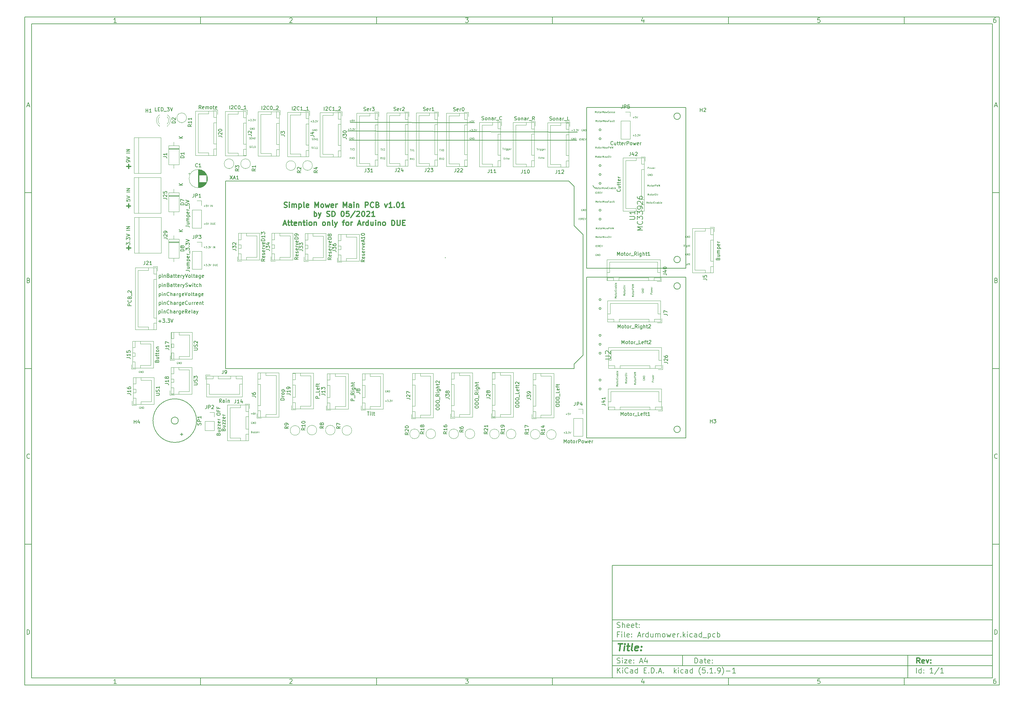
<source format=gbr>
%TF.GenerationSoftware,KiCad,Pcbnew,(5.1.9)-1*%
%TF.CreationDate,2021-06-06T11:02:19+02:00*%
%TF.ProjectId,Ardumower,41726475-6d6f-4776-9572-2e6b69636164,rev?*%
%TF.SameCoordinates,Original*%
%TF.FileFunction,Legend,Top*%
%TF.FilePolarity,Positive*%
%FSLAX46Y46*%
G04 Gerber Fmt 4.6, Leading zero omitted, Abs format (unit mm)*
G04 Created by KiCad (PCBNEW (5.1.9)-1) date 2021-06-06 11:02:19*
%MOMM*%
%LPD*%
G01*
G04 APERTURE LIST*
%ADD10C,0.100000*%
%ADD11C,0.150000*%
%ADD12C,0.300000*%
%ADD13C,0.400000*%
%ADD14C,0.375000*%
%ADD15C,0.120000*%
G04 APERTURE END LIST*
D10*
D11*
X177002200Y-166007200D02*
X177002200Y-198007200D01*
X285002200Y-198007200D01*
X285002200Y-166007200D01*
X177002200Y-166007200D01*
D10*
D11*
X10000000Y-10000000D02*
X10000000Y-200007200D01*
X287002200Y-200007200D01*
X287002200Y-10000000D01*
X10000000Y-10000000D01*
D10*
D11*
X12000000Y-12000000D02*
X12000000Y-198007200D01*
X285002200Y-198007200D01*
X285002200Y-12000000D01*
X12000000Y-12000000D01*
D10*
D11*
X60000000Y-12000000D02*
X60000000Y-10000000D01*
D10*
D11*
X110000000Y-12000000D02*
X110000000Y-10000000D01*
D10*
D11*
X160000000Y-12000000D02*
X160000000Y-10000000D01*
D10*
D11*
X210000000Y-12000000D02*
X210000000Y-10000000D01*
D10*
D11*
X260000000Y-12000000D02*
X260000000Y-10000000D01*
D10*
D11*
X36065476Y-11588095D02*
X35322619Y-11588095D01*
X35694047Y-11588095D02*
X35694047Y-10288095D01*
X35570238Y-10473809D01*
X35446428Y-10597619D01*
X35322619Y-10659523D01*
D10*
D11*
X85322619Y-10411904D02*
X85384523Y-10350000D01*
X85508333Y-10288095D01*
X85817857Y-10288095D01*
X85941666Y-10350000D01*
X86003571Y-10411904D01*
X86065476Y-10535714D01*
X86065476Y-10659523D01*
X86003571Y-10845238D01*
X85260714Y-11588095D01*
X86065476Y-11588095D01*
D10*
D11*
X135260714Y-10288095D02*
X136065476Y-10288095D01*
X135632142Y-10783333D01*
X135817857Y-10783333D01*
X135941666Y-10845238D01*
X136003571Y-10907142D01*
X136065476Y-11030952D01*
X136065476Y-11340476D01*
X136003571Y-11464285D01*
X135941666Y-11526190D01*
X135817857Y-11588095D01*
X135446428Y-11588095D01*
X135322619Y-11526190D01*
X135260714Y-11464285D01*
D10*
D11*
X185941666Y-10721428D02*
X185941666Y-11588095D01*
X185632142Y-10226190D02*
X185322619Y-11154761D01*
X186127380Y-11154761D01*
D10*
D11*
X236003571Y-10288095D02*
X235384523Y-10288095D01*
X235322619Y-10907142D01*
X235384523Y-10845238D01*
X235508333Y-10783333D01*
X235817857Y-10783333D01*
X235941666Y-10845238D01*
X236003571Y-10907142D01*
X236065476Y-11030952D01*
X236065476Y-11340476D01*
X236003571Y-11464285D01*
X235941666Y-11526190D01*
X235817857Y-11588095D01*
X235508333Y-11588095D01*
X235384523Y-11526190D01*
X235322619Y-11464285D01*
D10*
D11*
X285941666Y-10288095D02*
X285694047Y-10288095D01*
X285570238Y-10350000D01*
X285508333Y-10411904D01*
X285384523Y-10597619D01*
X285322619Y-10845238D01*
X285322619Y-11340476D01*
X285384523Y-11464285D01*
X285446428Y-11526190D01*
X285570238Y-11588095D01*
X285817857Y-11588095D01*
X285941666Y-11526190D01*
X286003571Y-11464285D01*
X286065476Y-11340476D01*
X286065476Y-11030952D01*
X286003571Y-10907142D01*
X285941666Y-10845238D01*
X285817857Y-10783333D01*
X285570238Y-10783333D01*
X285446428Y-10845238D01*
X285384523Y-10907142D01*
X285322619Y-11030952D01*
D10*
D11*
X60000000Y-198007200D02*
X60000000Y-200007200D01*
D10*
D11*
X110000000Y-198007200D02*
X110000000Y-200007200D01*
D10*
D11*
X160000000Y-198007200D02*
X160000000Y-200007200D01*
D10*
D11*
X210000000Y-198007200D02*
X210000000Y-200007200D01*
D10*
D11*
X260000000Y-198007200D02*
X260000000Y-200007200D01*
D10*
D11*
X36065476Y-199595295D02*
X35322619Y-199595295D01*
X35694047Y-199595295D02*
X35694047Y-198295295D01*
X35570238Y-198481009D01*
X35446428Y-198604819D01*
X35322619Y-198666723D01*
D10*
D11*
X85322619Y-198419104D02*
X85384523Y-198357200D01*
X85508333Y-198295295D01*
X85817857Y-198295295D01*
X85941666Y-198357200D01*
X86003571Y-198419104D01*
X86065476Y-198542914D01*
X86065476Y-198666723D01*
X86003571Y-198852438D01*
X85260714Y-199595295D01*
X86065476Y-199595295D01*
D10*
D11*
X135260714Y-198295295D02*
X136065476Y-198295295D01*
X135632142Y-198790533D01*
X135817857Y-198790533D01*
X135941666Y-198852438D01*
X136003571Y-198914342D01*
X136065476Y-199038152D01*
X136065476Y-199347676D01*
X136003571Y-199471485D01*
X135941666Y-199533390D01*
X135817857Y-199595295D01*
X135446428Y-199595295D01*
X135322619Y-199533390D01*
X135260714Y-199471485D01*
D10*
D11*
X185941666Y-198728628D02*
X185941666Y-199595295D01*
X185632142Y-198233390D02*
X185322619Y-199161961D01*
X186127380Y-199161961D01*
D10*
D11*
X236003571Y-198295295D02*
X235384523Y-198295295D01*
X235322619Y-198914342D01*
X235384523Y-198852438D01*
X235508333Y-198790533D01*
X235817857Y-198790533D01*
X235941666Y-198852438D01*
X236003571Y-198914342D01*
X236065476Y-199038152D01*
X236065476Y-199347676D01*
X236003571Y-199471485D01*
X235941666Y-199533390D01*
X235817857Y-199595295D01*
X235508333Y-199595295D01*
X235384523Y-199533390D01*
X235322619Y-199471485D01*
D10*
D11*
X285941666Y-198295295D02*
X285694047Y-198295295D01*
X285570238Y-198357200D01*
X285508333Y-198419104D01*
X285384523Y-198604819D01*
X285322619Y-198852438D01*
X285322619Y-199347676D01*
X285384523Y-199471485D01*
X285446428Y-199533390D01*
X285570238Y-199595295D01*
X285817857Y-199595295D01*
X285941666Y-199533390D01*
X286003571Y-199471485D01*
X286065476Y-199347676D01*
X286065476Y-199038152D01*
X286003571Y-198914342D01*
X285941666Y-198852438D01*
X285817857Y-198790533D01*
X285570238Y-198790533D01*
X285446428Y-198852438D01*
X285384523Y-198914342D01*
X285322619Y-199038152D01*
D10*
D11*
X10000000Y-60000000D02*
X12000000Y-60000000D01*
D10*
D11*
X10000000Y-110000000D02*
X12000000Y-110000000D01*
D10*
D11*
X10000000Y-160000000D02*
X12000000Y-160000000D01*
D10*
D11*
X10690476Y-35216666D02*
X11309523Y-35216666D01*
X10566666Y-35588095D02*
X11000000Y-34288095D01*
X11433333Y-35588095D01*
D10*
D11*
X11092857Y-84907142D02*
X11278571Y-84969047D01*
X11340476Y-85030952D01*
X11402380Y-85154761D01*
X11402380Y-85340476D01*
X11340476Y-85464285D01*
X11278571Y-85526190D01*
X11154761Y-85588095D01*
X10659523Y-85588095D01*
X10659523Y-84288095D01*
X11092857Y-84288095D01*
X11216666Y-84350000D01*
X11278571Y-84411904D01*
X11340476Y-84535714D01*
X11340476Y-84659523D01*
X11278571Y-84783333D01*
X11216666Y-84845238D01*
X11092857Y-84907142D01*
X10659523Y-84907142D01*
D10*
D11*
X11402380Y-135464285D02*
X11340476Y-135526190D01*
X11154761Y-135588095D01*
X11030952Y-135588095D01*
X10845238Y-135526190D01*
X10721428Y-135402380D01*
X10659523Y-135278571D01*
X10597619Y-135030952D01*
X10597619Y-134845238D01*
X10659523Y-134597619D01*
X10721428Y-134473809D01*
X10845238Y-134350000D01*
X11030952Y-134288095D01*
X11154761Y-134288095D01*
X11340476Y-134350000D01*
X11402380Y-134411904D01*
D10*
D11*
X10659523Y-185588095D02*
X10659523Y-184288095D01*
X10969047Y-184288095D01*
X11154761Y-184350000D01*
X11278571Y-184473809D01*
X11340476Y-184597619D01*
X11402380Y-184845238D01*
X11402380Y-185030952D01*
X11340476Y-185278571D01*
X11278571Y-185402380D01*
X11154761Y-185526190D01*
X10969047Y-185588095D01*
X10659523Y-185588095D01*
D10*
D11*
X287002200Y-60000000D02*
X285002200Y-60000000D01*
D10*
D11*
X287002200Y-110000000D02*
X285002200Y-110000000D01*
D10*
D11*
X287002200Y-160000000D02*
X285002200Y-160000000D01*
D10*
D11*
X285692676Y-35216666D02*
X286311723Y-35216666D01*
X285568866Y-35588095D02*
X286002200Y-34288095D01*
X286435533Y-35588095D01*
D10*
D11*
X286095057Y-84907142D02*
X286280771Y-84969047D01*
X286342676Y-85030952D01*
X286404580Y-85154761D01*
X286404580Y-85340476D01*
X286342676Y-85464285D01*
X286280771Y-85526190D01*
X286156961Y-85588095D01*
X285661723Y-85588095D01*
X285661723Y-84288095D01*
X286095057Y-84288095D01*
X286218866Y-84350000D01*
X286280771Y-84411904D01*
X286342676Y-84535714D01*
X286342676Y-84659523D01*
X286280771Y-84783333D01*
X286218866Y-84845238D01*
X286095057Y-84907142D01*
X285661723Y-84907142D01*
D10*
D11*
X286404580Y-135464285D02*
X286342676Y-135526190D01*
X286156961Y-135588095D01*
X286033152Y-135588095D01*
X285847438Y-135526190D01*
X285723628Y-135402380D01*
X285661723Y-135278571D01*
X285599819Y-135030952D01*
X285599819Y-134845238D01*
X285661723Y-134597619D01*
X285723628Y-134473809D01*
X285847438Y-134350000D01*
X286033152Y-134288095D01*
X286156961Y-134288095D01*
X286342676Y-134350000D01*
X286404580Y-134411904D01*
D10*
D11*
X285661723Y-185588095D02*
X285661723Y-184288095D01*
X285971247Y-184288095D01*
X286156961Y-184350000D01*
X286280771Y-184473809D01*
X286342676Y-184597619D01*
X286404580Y-184845238D01*
X286404580Y-185030952D01*
X286342676Y-185278571D01*
X286280771Y-185402380D01*
X286156961Y-185526190D01*
X285971247Y-185588095D01*
X285661723Y-185588095D01*
D10*
D11*
X200434342Y-193785771D02*
X200434342Y-192285771D01*
X200791485Y-192285771D01*
X201005771Y-192357200D01*
X201148628Y-192500057D01*
X201220057Y-192642914D01*
X201291485Y-192928628D01*
X201291485Y-193142914D01*
X201220057Y-193428628D01*
X201148628Y-193571485D01*
X201005771Y-193714342D01*
X200791485Y-193785771D01*
X200434342Y-193785771D01*
X202577200Y-193785771D02*
X202577200Y-193000057D01*
X202505771Y-192857200D01*
X202362914Y-192785771D01*
X202077200Y-192785771D01*
X201934342Y-192857200D01*
X202577200Y-193714342D02*
X202434342Y-193785771D01*
X202077200Y-193785771D01*
X201934342Y-193714342D01*
X201862914Y-193571485D01*
X201862914Y-193428628D01*
X201934342Y-193285771D01*
X202077200Y-193214342D01*
X202434342Y-193214342D01*
X202577200Y-193142914D01*
X203077200Y-192785771D02*
X203648628Y-192785771D01*
X203291485Y-192285771D02*
X203291485Y-193571485D01*
X203362914Y-193714342D01*
X203505771Y-193785771D01*
X203648628Y-193785771D01*
X204720057Y-193714342D02*
X204577200Y-193785771D01*
X204291485Y-193785771D01*
X204148628Y-193714342D01*
X204077200Y-193571485D01*
X204077200Y-193000057D01*
X204148628Y-192857200D01*
X204291485Y-192785771D01*
X204577200Y-192785771D01*
X204720057Y-192857200D01*
X204791485Y-193000057D01*
X204791485Y-193142914D01*
X204077200Y-193285771D01*
X205434342Y-193642914D02*
X205505771Y-193714342D01*
X205434342Y-193785771D01*
X205362914Y-193714342D01*
X205434342Y-193642914D01*
X205434342Y-193785771D01*
X205434342Y-192857200D02*
X205505771Y-192928628D01*
X205434342Y-193000057D01*
X205362914Y-192928628D01*
X205434342Y-192857200D01*
X205434342Y-193000057D01*
D10*
D11*
X177002200Y-194507200D02*
X285002200Y-194507200D01*
D10*
D11*
X178434342Y-196585771D02*
X178434342Y-195085771D01*
X179291485Y-196585771D02*
X178648628Y-195728628D01*
X179291485Y-195085771D02*
X178434342Y-195942914D01*
X179934342Y-196585771D02*
X179934342Y-195585771D01*
X179934342Y-195085771D02*
X179862914Y-195157200D01*
X179934342Y-195228628D01*
X180005771Y-195157200D01*
X179934342Y-195085771D01*
X179934342Y-195228628D01*
X181505771Y-196442914D02*
X181434342Y-196514342D01*
X181220057Y-196585771D01*
X181077200Y-196585771D01*
X180862914Y-196514342D01*
X180720057Y-196371485D01*
X180648628Y-196228628D01*
X180577200Y-195942914D01*
X180577200Y-195728628D01*
X180648628Y-195442914D01*
X180720057Y-195300057D01*
X180862914Y-195157200D01*
X181077200Y-195085771D01*
X181220057Y-195085771D01*
X181434342Y-195157200D01*
X181505771Y-195228628D01*
X182791485Y-196585771D02*
X182791485Y-195800057D01*
X182720057Y-195657200D01*
X182577200Y-195585771D01*
X182291485Y-195585771D01*
X182148628Y-195657200D01*
X182791485Y-196514342D02*
X182648628Y-196585771D01*
X182291485Y-196585771D01*
X182148628Y-196514342D01*
X182077200Y-196371485D01*
X182077200Y-196228628D01*
X182148628Y-196085771D01*
X182291485Y-196014342D01*
X182648628Y-196014342D01*
X182791485Y-195942914D01*
X184148628Y-196585771D02*
X184148628Y-195085771D01*
X184148628Y-196514342D02*
X184005771Y-196585771D01*
X183720057Y-196585771D01*
X183577200Y-196514342D01*
X183505771Y-196442914D01*
X183434342Y-196300057D01*
X183434342Y-195871485D01*
X183505771Y-195728628D01*
X183577200Y-195657200D01*
X183720057Y-195585771D01*
X184005771Y-195585771D01*
X184148628Y-195657200D01*
X186005771Y-195800057D02*
X186505771Y-195800057D01*
X186720057Y-196585771D02*
X186005771Y-196585771D01*
X186005771Y-195085771D01*
X186720057Y-195085771D01*
X187362914Y-196442914D02*
X187434342Y-196514342D01*
X187362914Y-196585771D01*
X187291485Y-196514342D01*
X187362914Y-196442914D01*
X187362914Y-196585771D01*
X188077200Y-196585771D02*
X188077200Y-195085771D01*
X188434342Y-195085771D01*
X188648628Y-195157200D01*
X188791485Y-195300057D01*
X188862914Y-195442914D01*
X188934342Y-195728628D01*
X188934342Y-195942914D01*
X188862914Y-196228628D01*
X188791485Y-196371485D01*
X188648628Y-196514342D01*
X188434342Y-196585771D01*
X188077200Y-196585771D01*
X189577200Y-196442914D02*
X189648628Y-196514342D01*
X189577200Y-196585771D01*
X189505771Y-196514342D01*
X189577200Y-196442914D01*
X189577200Y-196585771D01*
X190220057Y-196157200D02*
X190934342Y-196157200D01*
X190077200Y-196585771D02*
X190577200Y-195085771D01*
X191077200Y-196585771D01*
X191577200Y-196442914D02*
X191648628Y-196514342D01*
X191577200Y-196585771D01*
X191505771Y-196514342D01*
X191577200Y-196442914D01*
X191577200Y-196585771D01*
X194577200Y-196585771D02*
X194577200Y-195085771D01*
X194720057Y-196014342D02*
X195148628Y-196585771D01*
X195148628Y-195585771D02*
X194577200Y-196157200D01*
X195791485Y-196585771D02*
X195791485Y-195585771D01*
X195791485Y-195085771D02*
X195720057Y-195157200D01*
X195791485Y-195228628D01*
X195862914Y-195157200D01*
X195791485Y-195085771D01*
X195791485Y-195228628D01*
X197148628Y-196514342D02*
X197005771Y-196585771D01*
X196720057Y-196585771D01*
X196577200Y-196514342D01*
X196505771Y-196442914D01*
X196434342Y-196300057D01*
X196434342Y-195871485D01*
X196505771Y-195728628D01*
X196577200Y-195657200D01*
X196720057Y-195585771D01*
X197005771Y-195585771D01*
X197148628Y-195657200D01*
X198434342Y-196585771D02*
X198434342Y-195800057D01*
X198362914Y-195657200D01*
X198220057Y-195585771D01*
X197934342Y-195585771D01*
X197791485Y-195657200D01*
X198434342Y-196514342D02*
X198291485Y-196585771D01*
X197934342Y-196585771D01*
X197791485Y-196514342D01*
X197720057Y-196371485D01*
X197720057Y-196228628D01*
X197791485Y-196085771D01*
X197934342Y-196014342D01*
X198291485Y-196014342D01*
X198434342Y-195942914D01*
X199791485Y-196585771D02*
X199791485Y-195085771D01*
X199791485Y-196514342D02*
X199648628Y-196585771D01*
X199362914Y-196585771D01*
X199220057Y-196514342D01*
X199148628Y-196442914D01*
X199077200Y-196300057D01*
X199077200Y-195871485D01*
X199148628Y-195728628D01*
X199220057Y-195657200D01*
X199362914Y-195585771D01*
X199648628Y-195585771D01*
X199791485Y-195657200D01*
X202077200Y-197157200D02*
X202005771Y-197085771D01*
X201862914Y-196871485D01*
X201791485Y-196728628D01*
X201720057Y-196514342D01*
X201648628Y-196157200D01*
X201648628Y-195871485D01*
X201720057Y-195514342D01*
X201791485Y-195300057D01*
X201862914Y-195157200D01*
X202005771Y-194942914D01*
X202077200Y-194871485D01*
X203362914Y-195085771D02*
X202648628Y-195085771D01*
X202577200Y-195800057D01*
X202648628Y-195728628D01*
X202791485Y-195657200D01*
X203148628Y-195657200D01*
X203291485Y-195728628D01*
X203362914Y-195800057D01*
X203434342Y-195942914D01*
X203434342Y-196300057D01*
X203362914Y-196442914D01*
X203291485Y-196514342D01*
X203148628Y-196585771D01*
X202791485Y-196585771D01*
X202648628Y-196514342D01*
X202577200Y-196442914D01*
X204077200Y-196442914D02*
X204148628Y-196514342D01*
X204077200Y-196585771D01*
X204005771Y-196514342D01*
X204077200Y-196442914D01*
X204077200Y-196585771D01*
X205577200Y-196585771D02*
X204720057Y-196585771D01*
X205148628Y-196585771D02*
X205148628Y-195085771D01*
X205005771Y-195300057D01*
X204862914Y-195442914D01*
X204720057Y-195514342D01*
X206220057Y-196442914D02*
X206291485Y-196514342D01*
X206220057Y-196585771D01*
X206148628Y-196514342D01*
X206220057Y-196442914D01*
X206220057Y-196585771D01*
X207005771Y-196585771D02*
X207291485Y-196585771D01*
X207434342Y-196514342D01*
X207505771Y-196442914D01*
X207648628Y-196228628D01*
X207720057Y-195942914D01*
X207720057Y-195371485D01*
X207648628Y-195228628D01*
X207577200Y-195157200D01*
X207434342Y-195085771D01*
X207148628Y-195085771D01*
X207005771Y-195157200D01*
X206934342Y-195228628D01*
X206862914Y-195371485D01*
X206862914Y-195728628D01*
X206934342Y-195871485D01*
X207005771Y-195942914D01*
X207148628Y-196014342D01*
X207434342Y-196014342D01*
X207577200Y-195942914D01*
X207648628Y-195871485D01*
X207720057Y-195728628D01*
X208220057Y-197157200D02*
X208291485Y-197085771D01*
X208434342Y-196871485D01*
X208505771Y-196728628D01*
X208577200Y-196514342D01*
X208648628Y-196157200D01*
X208648628Y-195871485D01*
X208577200Y-195514342D01*
X208505771Y-195300057D01*
X208434342Y-195157200D01*
X208291485Y-194942914D01*
X208220057Y-194871485D01*
X209362914Y-196014342D02*
X210505771Y-196014342D01*
X212005771Y-196585771D02*
X211148628Y-196585771D01*
X211577200Y-196585771D02*
X211577200Y-195085771D01*
X211434342Y-195300057D01*
X211291485Y-195442914D01*
X211148628Y-195514342D01*
D10*
D11*
X177002200Y-191507200D02*
X285002200Y-191507200D01*
D10*
D12*
X264411485Y-193785771D02*
X263911485Y-193071485D01*
X263554342Y-193785771D02*
X263554342Y-192285771D01*
X264125771Y-192285771D01*
X264268628Y-192357200D01*
X264340057Y-192428628D01*
X264411485Y-192571485D01*
X264411485Y-192785771D01*
X264340057Y-192928628D01*
X264268628Y-193000057D01*
X264125771Y-193071485D01*
X263554342Y-193071485D01*
X265625771Y-193714342D02*
X265482914Y-193785771D01*
X265197200Y-193785771D01*
X265054342Y-193714342D01*
X264982914Y-193571485D01*
X264982914Y-193000057D01*
X265054342Y-192857200D01*
X265197200Y-192785771D01*
X265482914Y-192785771D01*
X265625771Y-192857200D01*
X265697200Y-193000057D01*
X265697200Y-193142914D01*
X264982914Y-193285771D01*
X266197200Y-192785771D02*
X266554342Y-193785771D01*
X266911485Y-192785771D01*
X267482914Y-193642914D02*
X267554342Y-193714342D01*
X267482914Y-193785771D01*
X267411485Y-193714342D01*
X267482914Y-193642914D01*
X267482914Y-193785771D01*
X267482914Y-192857200D02*
X267554342Y-192928628D01*
X267482914Y-193000057D01*
X267411485Y-192928628D01*
X267482914Y-192857200D01*
X267482914Y-193000057D01*
D10*
D11*
X178362914Y-193714342D02*
X178577200Y-193785771D01*
X178934342Y-193785771D01*
X179077200Y-193714342D01*
X179148628Y-193642914D01*
X179220057Y-193500057D01*
X179220057Y-193357200D01*
X179148628Y-193214342D01*
X179077200Y-193142914D01*
X178934342Y-193071485D01*
X178648628Y-193000057D01*
X178505771Y-192928628D01*
X178434342Y-192857200D01*
X178362914Y-192714342D01*
X178362914Y-192571485D01*
X178434342Y-192428628D01*
X178505771Y-192357200D01*
X178648628Y-192285771D01*
X179005771Y-192285771D01*
X179220057Y-192357200D01*
X179862914Y-193785771D02*
X179862914Y-192785771D01*
X179862914Y-192285771D02*
X179791485Y-192357200D01*
X179862914Y-192428628D01*
X179934342Y-192357200D01*
X179862914Y-192285771D01*
X179862914Y-192428628D01*
X180434342Y-192785771D02*
X181220057Y-192785771D01*
X180434342Y-193785771D01*
X181220057Y-193785771D01*
X182362914Y-193714342D02*
X182220057Y-193785771D01*
X181934342Y-193785771D01*
X181791485Y-193714342D01*
X181720057Y-193571485D01*
X181720057Y-193000057D01*
X181791485Y-192857200D01*
X181934342Y-192785771D01*
X182220057Y-192785771D01*
X182362914Y-192857200D01*
X182434342Y-193000057D01*
X182434342Y-193142914D01*
X181720057Y-193285771D01*
X183077200Y-193642914D02*
X183148628Y-193714342D01*
X183077200Y-193785771D01*
X183005771Y-193714342D01*
X183077200Y-193642914D01*
X183077200Y-193785771D01*
X183077200Y-192857200D02*
X183148628Y-192928628D01*
X183077200Y-193000057D01*
X183005771Y-192928628D01*
X183077200Y-192857200D01*
X183077200Y-193000057D01*
X184862914Y-193357200D02*
X185577200Y-193357200D01*
X184720057Y-193785771D02*
X185220057Y-192285771D01*
X185720057Y-193785771D01*
X186862914Y-192785771D02*
X186862914Y-193785771D01*
X186505771Y-192214342D02*
X186148628Y-193285771D01*
X187077200Y-193285771D01*
D10*
D11*
X263434342Y-196585771D02*
X263434342Y-195085771D01*
X264791485Y-196585771D02*
X264791485Y-195085771D01*
X264791485Y-196514342D02*
X264648628Y-196585771D01*
X264362914Y-196585771D01*
X264220057Y-196514342D01*
X264148628Y-196442914D01*
X264077200Y-196300057D01*
X264077200Y-195871485D01*
X264148628Y-195728628D01*
X264220057Y-195657200D01*
X264362914Y-195585771D01*
X264648628Y-195585771D01*
X264791485Y-195657200D01*
X265505771Y-196442914D02*
X265577200Y-196514342D01*
X265505771Y-196585771D01*
X265434342Y-196514342D01*
X265505771Y-196442914D01*
X265505771Y-196585771D01*
X265505771Y-195657200D02*
X265577200Y-195728628D01*
X265505771Y-195800057D01*
X265434342Y-195728628D01*
X265505771Y-195657200D01*
X265505771Y-195800057D01*
X268148628Y-196585771D02*
X267291485Y-196585771D01*
X267720057Y-196585771D02*
X267720057Y-195085771D01*
X267577200Y-195300057D01*
X267434342Y-195442914D01*
X267291485Y-195514342D01*
X269862914Y-195014342D02*
X268577200Y-196942914D01*
X271148628Y-196585771D02*
X270291485Y-196585771D01*
X270720057Y-196585771D02*
X270720057Y-195085771D01*
X270577200Y-195300057D01*
X270434342Y-195442914D01*
X270291485Y-195514342D01*
D10*
D11*
X177002200Y-187507200D02*
X285002200Y-187507200D01*
D10*
D13*
X178714580Y-188211961D02*
X179857438Y-188211961D01*
X179036009Y-190211961D02*
X179286009Y-188211961D01*
X180274104Y-190211961D02*
X180440771Y-188878628D01*
X180524104Y-188211961D02*
X180416961Y-188307200D01*
X180500295Y-188402438D01*
X180607438Y-188307200D01*
X180524104Y-188211961D01*
X180500295Y-188402438D01*
X181107438Y-188878628D02*
X181869342Y-188878628D01*
X181476485Y-188211961D02*
X181262200Y-189926247D01*
X181333628Y-190116723D01*
X181512200Y-190211961D01*
X181702676Y-190211961D01*
X182655057Y-190211961D02*
X182476485Y-190116723D01*
X182405057Y-189926247D01*
X182619342Y-188211961D01*
X184190771Y-190116723D02*
X183988390Y-190211961D01*
X183607438Y-190211961D01*
X183428866Y-190116723D01*
X183357438Y-189926247D01*
X183452676Y-189164342D01*
X183571723Y-188973866D01*
X183774104Y-188878628D01*
X184155057Y-188878628D01*
X184333628Y-188973866D01*
X184405057Y-189164342D01*
X184381247Y-189354819D01*
X183405057Y-189545295D01*
X185155057Y-190021485D02*
X185238390Y-190116723D01*
X185131247Y-190211961D01*
X185047914Y-190116723D01*
X185155057Y-190021485D01*
X185131247Y-190211961D01*
X185286009Y-188973866D02*
X185369342Y-189069104D01*
X185262200Y-189164342D01*
X185178866Y-189069104D01*
X185286009Y-188973866D01*
X185262200Y-189164342D01*
D10*
D11*
X178934342Y-185600057D02*
X178434342Y-185600057D01*
X178434342Y-186385771D02*
X178434342Y-184885771D01*
X179148628Y-184885771D01*
X179720057Y-186385771D02*
X179720057Y-185385771D01*
X179720057Y-184885771D02*
X179648628Y-184957200D01*
X179720057Y-185028628D01*
X179791485Y-184957200D01*
X179720057Y-184885771D01*
X179720057Y-185028628D01*
X180648628Y-186385771D02*
X180505771Y-186314342D01*
X180434342Y-186171485D01*
X180434342Y-184885771D01*
X181791485Y-186314342D02*
X181648628Y-186385771D01*
X181362914Y-186385771D01*
X181220057Y-186314342D01*
X181148628Y-186171485D01*
X181148628Y-185600057D01*
X181220057Y-185457200D01*
X181362914Y-185385771D01*
X181648628Y-185385771D01*
X181791485Y-185457200D01*
X181862914Y-185600057D01*
X181862914Y-185742914D01*
X181148628Y-185885771D01*
X182505771Y-186242914D02*
X182577200Y-186314342D01*
X182505771Y-186385771D01*
X182434342Y-186314342D01*
X182505771Y-186242914D01*
X182505771Y-186385771D01*
X182505771Y-185457200D02*
X182577200Y-185528628D01*
X182505771Y-185600057D01*
X182434342Y-185528628D01*
X182505771Y-185457200D01*
X182505771Y-185600057D01*
X184291485Y-185957200D02*
X185005771Y-185957200D01*
X184148628Y-186385771D02*
X184648628Y-184885771D01*
X185148628Y-186385771D01*
X185648628Y-186385771D02*
X185648628Y-185385771D01*
X185648628Y-185671485D02*
X185720057Y-185528628D01*
X185791485Y-185457200D01*
X185934342Y-185385771D01*
X186077200Y-185385771D01*
X187220057Y-186385771D02*
X187220057Y-184885771D01*
X187220057Y-186314342D02*
X187077200Y-186385771D01*
X186791485Y-186385771D01*
X186648628Y-186314342D01*
X186577200Y-186242914D01*
X186505771Y-186100057D01*
X186505771Y-185671485D01*
X186577200Y-185528628D01*
X186648628Y-185457200D01*
X186791485Y-185385771D01*
X187077200Y-185385771D01*
X187220057Y-185457200D01*
X188577200Y-185385771D02*
X188577200Y-186385771D01*
X187934342Y-185385771D02*
X187934342Y-186171485D01*
X188005771Y-186314342D01*
X188148628Y-186385771D01*
X188362914Y-186385771D01*
X188505771Y-186314342D01*
X188577200Y-186242914D01*
X189291485Y-186385771D02*
X189291485Y-185385771D01*
X189291485Y-185528628D02*
X189362914Y-185457200D01*
X189505771Y-185385771D01*
X189720057Y-185385771D01*
X189862914Y-185457200D01*
X189934342Y-185600057D01*
X189934342Y-186385771D01*
X189934342Y-185600057D02*
X190005771Y-185457200D01*
X190148628Y-185385771D01*
X190362914Y-185385771D01*
X190505771Y-185457200D01*
X190577200Y-185600057D01*
X190577200Y-186385771D01*
X191505771Y-186385771D02*
X191362914Y-186314342D01*
X191291485Y-186242914D01*
X191220057Y-186100057D01*
X191220057Y-185671485D01*
X191291485Y-185528628D01*
X191362914Y-185457200D01*
X191505771Y-185385771D01*
X191720057Y-185385771D01*
X191862914Y-185457200D01*
X191934342Y-185528628D01*
X192005771Y-185671485D01*
X192005771Y-186100057D01*
X191934342Y-186242914D01*
X191862914Y-186314342D01*
X191720057Y-186385771D01*
X191505771Y-186385771D01*
X192505771Y-185385771D02*
X192791485Y-186385771D01*
X193077200Y-185671485D01*
X193362914Y-186385771D01*
X193648628Y-185385771D01*
X194791485Y-186314342D02*
X194648628Y-186385771D01*
X194362914Y-186385771D01*
X194220057Y-186314342D01*
X194148628Y-186171485D01*
X194148628Y-185600057D01*
X194220057Y-185457200D01*
X194362914Y-185385771D01*
X194648628Y-185385771D01*
X194791485Y-185457200D01*
X194862914Y-185600057D01*
X194862914Y-185742914D01*
X194148628Y-185885771D01*
X195505771Y-186385771D02*
X195505771Y-185385771D01*
X195505771Y-185671485D02*
X195577200Y-185528628D01*
X195648628Y-185457200D01*
X195791485Y-185385771D01*
X195934342Y-185385771D01*
X196434342Y-186242914D02*
X196505771Y-186314342D01*
X196434342Y-186385771D01*
X196362914Y-186314342D01*
X196434342Y-186242914D01*
X196434342Y-186385771D01*
X197148628Y-186385771D02*
X197148628Y-184885771D01*
X197291485Y-185814342D02*
X197720057Y-186385771D01*
X197720057Y-185385771D02*
X197148628Y-185957200D01*
X198362914Y-186385771D02*
X198362914Y-185385771D01*
X198362914Y-184885771D02*
X198291485Y-184957200D01*
X198362914Y-185028628D01*
X198434342Y-184957200D01*
X198362914Y-184885771D01*
X198362914Y-185028628D01*
X199720057Y-186314342D02*
X199577200Y-186385771D01*
X199291485Y-186385771D01*
X199148628Y-186314342D01*
X199077200Y-186242914D01*
X199005771Y-186100057D01*
X199005771Y-185671485D01*
X199077200Y-185528628D01*
X199148628Y-185457200D01*
X199291485Y-185385771D01*
X199577200Y-185385771D01*
X199720057Y-185457200D01*
X201005771Y-186385771D02*
X201005771Y-185600057D01*
X200934342Y-185457200D01*
X200791485Y-185385771D01*
X200505771Y-185385771D01*
X200362914Y-185457200D01*
X201005771Y-186314342D02*
X200862914Y-186385771D01*
X200505771Y-186385771D01*
X200362914Y-186314342D01*
X200291485Y-186171485D01*
X200291485Y-186028628D01*
X200362914Y-185885771D01*
X200505771Y-185814342D01*
X200862914Y-185814342D01*
X201005771Y-185742914D01*
X202362914Y-186385771D02*
X202362914Y-184885771D01*
X202362914Y-186314342D02*
X202220057Y-186385771D01*
X201934342Y-186385771D01*
X201791485Y-186314342D01*
X201720057Y-186242914D01*
X201648628Y-186100057D01*
X201648628Y-185671485D01*
X201720057Y-185528628D01*
X201791485Y-185457200D01*
X201934342Y-185385771D01*
X202220057Y-185385771D01*
X202362914Y-185457200D01*
X202720057Y-186528628D02*
X203862914Y-186528628D01*
X204220057Y-185385771D02*
X204220057Y-186885771D01*
X204220057Y-185457200D02*
X204362914Y-185385771D01*
X204648628Y-185385771D01*
X204791485Y-185457200D01*
X204862914Y-185528628D01*
X204934342Y-185671485D01*
X204934342Y-186100057D01*
X204862914Y-186242914D01*
X204791485Y-186314342D01*
X204648628Y-186385771D01*
X204362914Y-186385771D01*
X204220057Y-186314342D01*
X206220057Y-186314342D02*
X206077200Y-186385771D01*
X205791485Y-186385771D01*
X205648628Y-186314342D01*
X205577200Y-186242914D01*
X205505771Y-186100057D01*
X205505771Y-185671485D01*
X205577200Y-185528628D01*
X205648628Y-185457200D01*
X205791485Y-185385771D01*
X206077200Y-185385771D01*
X206220057Y-185457200D01*
X206862914Y-186385771D02*
X206862914Y-184885771D01*
X206862914Y-185457200D02*
X207005771Y-185385771D01*
X207291485Y-185385771D01*
X207434342Y-185457200D01*
X207505771Y-185528628D01*
X207577200Y-185671485D01*
X207577200Y-186100057D01*
X207505771Y-186242914D01*
X207434342Y-186314342D01*
X207291485Y-186385771D01*
X207005771Y-186385771D01*
X206862914Y-186314342D01*
D10*
D11*
X177002200Y-181507200D02*
X285002200Y-181507200D01*
D10*
D11*
X178362914Y-183614342D02*
X178577200Y-183685771D01*
X178934342Y-183685771D01*
X179077200Y-183614342D01*
X179148628Y-183542914D01*
X179220057Y-183400057D01*
X179220057Y-183257200D01*
X179148628Y-183114342D01*
X179077200Y-183042914D01*
X178934342Y-182971485D01*
X178648628Y-182900057D01*
X178505771Y-182828628D01*
X178434342Y-182757200D01*
X178362914Y-182614342D01*
X178362914Y-182471485D01*
X178434342Y-182328628D01*
X178505771Y-182257200D01*
X178648628Y-182185771D01*
X179005771Y-182185771D01*
X179220057Y-182257200D01*
X179862914Y-183685771D02*
X179862914Y-182185771D01*
X180505771Y-183685771D02*
X180505771Y-182900057D01*
X180434342Y-182757200D01*
X180291485Y-182685771D01*
X180077200Y-182685771D01*
X179934342Y-182757200D01*
X179862914Y-182828628D01*
X181791485Y-183614342D02*
X181648628Y-183685771D01*
X181362914Y-183685771D01*
X181220057Y-183614342D01*
X181148628Y-183471485D01*
X181148628Y-182900057D01*
X181220057Y-182757200D01*
X181362914Y-182685771D01*
X181648628Y-182685771D01*
X181791485Y-182757200D01*
X181862914Y-182900057D01*
X181862914Y-183042914D01*
X181148628Y-183185771D01*
X183077200Y-183614342D02*
X182934342Y-183685771D01*
X182648628Y-183685771D01*
X182505771Y-183614342D01*
X182434342Y-183471485D01*
X182434342Y-182900057D01*
X182505771Y-182757200D01*
X182648628Y-182685771D01*
X182934342Y-182685771D01*
X183077200Y-182757200D01*
X183148628Y-182900057D01*
X183148628Y-183042914D01*
X182434342Y-183185771D01*
X183577200Y-182685771D02*
X184148628Y-182685771D01*
X183791485Y-182185771D02*
X183791485Y-183471485D01*
X183862914Y-183614342D01*
X184005771Y-183685771D01*
X184148628Y-183685771D01*
X184648628Y-183542914D02*
X184720057Y-183614342D01*
X184648628Y-183685771D01*
X184577200Y-183614342D01*
X184648628Y-183542914D01*
X184648628Y-183685771D01*
X184648628Y-182757200D02*
X184720057Y-182828628D01*
X184648628Y-182900057D01*
X184577200Y-182828628D01*
X184648628Y-182757200D01*
X184648628Y-182900057D01*
D10*
D11*
X197002200Y-191507200D02*
X197002200Y-194507200D01*
D10*
D11*
X261002200Y-191507200D02*
X261002200Y-198007200D01*
D10*
X188346190Y-88818095D02*
X187846190Y-88818095D01*
X187846190Y-88627619D01*
X187870000Y-88580000D01*
X187893809Y-88556190D01*
X187941428Y-88532380D01*
X188012857Y-88532380D01*
X188060476Y-88556190D01*
X188084285Y-88580000D01*
X188108095Y-88627619D01*
X188108095Y-88818095D01*
X188346190Y-88246666D02*
X188322380Y-88294285D01*
X188298571Y-88318095D01*
X188250952Y-88341904D01*
X188108095Y-88341904D01*
X188060476Y-88318095D01*
X188036666Y-88294285D01*
X188012857Y-88246666D01*
X188012857Y-88175238D01*
X188036666Y-88127619D01*
X188060476Y-88103809D01*
X188108095Y-88080000D01*
X188250952Y-88080000D01*
X188298571Y-88103809D01*
X188322380Y-88127619D01*
X188346190Y-88175238D01*
X188346190Y-88246666D01*
X188012857Y-87913333D02*
X188346190Y-87818095D01*
X188108095Y-87722857D01*
X188346190Y-87627619D01*
X188012857Y-87532380D01*
X188322380Y-87151428D02*
X188346190Y-87199047D01*
X188346190Y-87294285D01*
X188322380Y-87341904D01*
X188274761Y-87365714D01*
X188084285Y-87365714D01*
X188036666Y-87341904D01*
X188012857Y-87294285D01*
X188012857Y-87199047D01*
X188036666Y-87151428D01*
X188084285Y-87127619D01*
X188131904Y-87127619D01*
X188179523Y-87365714D01*
X188346190Y-86913333D02*
X188012857Y-86913333D01*
X188108095Y-86913333D02*
X188060476Y-86889523D01*
X188036666Y-86865714D01*
X188012857Y-86818095D01*
X188012857Y-86770476D01*
X183046190Y-89558095D02*
X182546190Y-89558095D01*
X182903333Y-89391428D01*
X182546190Y-89224761D01*
X183046190Y-89224761D01*
X183046190Y-88915238D02*
X183022380Y-88962857D01*
X182998571Y-88986666D01*
X182950952Y-89010476D01*
X182808095Y-89010476D01*
X182760476Y-88986666D01*
X182736666Y-88962857D01*
X182712857Y-88915238D01*
X182712857Y-88843809D01*
X182736666Y-88796190D01*
X182760476Y-88772380D01*
X182808095Y-88748571D01*
X182950952Y-88748571D01*
X182998571Y-88772380D01*
X183022380Y-88796190D01*
X183046190Y-88843809D01*
X183046190Y-88915238D01*
X182712857Y-88605714D02*
X182712857Y-88415238D01*
X182546190Y-88534285D02*
X182974761Y-88534285D01*
X183022380Y-88510476D01*
X183046190Y-88462857D01*
X183046190Y-88415238D01*
X183046190Y-88177142D02*
X183022380Y-88224761D01*
X182998571Y-88248571D01*
X182950952Y-88272380D01*
X182808095Y-88272380D01*
X182760476Y-88248571D01*
X182736666Y-88224761D01*
X182712857Y-88177142D01*
X182712857Y-88105714D01*
X182736666Y-88058095D01*
X182760476Y-88034285D01*
X182808095Y-88010476D01*
X182950952Y-88010476D01*
X182998571Y-88034285D01*
X183022380Y-88058095D01*
X183046190Y-88105714D01*
X183046190Y-88177142D01*
X183046190Y-87796190D02*
X182712857Y-87796190D01*
X182808095Y-87796190D02*
X182760476Y-87772380D01*
X182736666Y-87748571D01*
X182712857Y-87700952D01*
X182712857Y-87653333D01*
X183046190Y-87486666D02*
X182546190Y-87486666D01*
X182546190Y-87296190D01*
X182570000Y-87248571D01*
X182593809Y-87224761D01*
X182641428Y-87200952D01*
X182712857Y-87200952D01*
X182760476Y-87224761D01*
X182784285Y-87248571D01*
X182808095Y-87296190D01*
X182808095Y-87486666D01*
X182546190Y-87034285D02*
X183046190Y-86915238D01*
X182689047Y-86820000D01*
X183046190Y-86724761D01*
X182546190Y-86605714D01*
X183046190Y-86415238D02*
X182546190Y-86415238D01*
X182903333Y-86248571D01*
X182546190Y-86081904D01*
X183046190Y-86081904D01*
X185360000Y-88210952D02*
X185336190Y-88258571D01*
X185336190Y-88330000D01*
X185360000Y-88401428D01*
X185407619Y-88449047D01*
X185455238Y-88472857D01*
X185550476Y-88496666D01*
X185621904Y-88496666D01*
X185717142Y-88472857D01*
X185764761Y-88449047D01*
X185812380Y-88401428D01*
X185836190Y-88330000D01*
X185836190Y-88282380D01*
X185812380Y-88210952D01*
X185788571Y-88187142D01*
X185621904Y-88187142D01*
X185621904Y-88282380D01*
X185836190Y-87972857D02*
X185336190Y-87972857D01*
X185836190Y-87687142D01*
X185336190Y-87687142D01*
X185836190Y-87449047D02*
X185336190Y-87449047D01*
X185336190Y-87330000D01*
X185360000Y-87258571D01*
X185407619Y-87210952D01*
X185455238Y-87187142D01*
X185550476Y-87163333D01*
X185621904Y-87163333D01*
X185717142Y-87187142D01*
X185764761Y-87210952D01*
X185812380Y-87258571D01*
X185836190Y-87330000D01*
X185836190Y-87449047D01*
X178186190Y-89966666D02*
X177686190Y-89966666D01*
X178043333Y-89800000D01*
X177686190Y-89633333D01*
X178186190Y-89633333D01*
X178186190Y-89323809D02*
X178162380Y-89371428D01*
X178138571Y-89395238D01*
X178090952Y-89419047D01*
X177948095Y-89419047D01*
X177900476Y-89395238D01*
X177876666Y-89371428D01*
X177852857Y-89323809D01*
X177852857Y-89252380D01*
X177876666Y-89204761D01*
X177900476Y-89180952D01*
X177948095Y-89157142D01*
X178090952Y-89157142D01*
X178138571Y-89180952D01*
X178162380Y-89204761D01*
X178186190Y-89252380D01*
X178186190Y-89323809D01*
X177852857Y-89014285D02*
X177852857Y-88823809D01*
X177686190Y-88942857D02*
X178114761Y-88942857D01*
X178162380Y-88919047D01*
X178186190Y-88871428D01*
X178186190Y-88823809D01*
X178186190Y-88585714D02*
X178162380Y-88633333D01*
X178138571Y-88657142D01*
X178090952Y-88680952D01*
X177948095Y-88680952D01*
X177900476Y-88657142D01*
X177876666Y-88633333D01*
X177852857Y-88585714D01*
X177852857Y-88514285D01*
X177876666Y-88466666D01*
X177900476Y-88442857D01*
X177948095Y-88419047D01*
X178090952Y-88419047D01*
X178138571Y-88442857D01*
X178162380Y-88466666D01*
X178186190Y-88514285D01*
X178186190Y-88585714D01*
X178186190Y-88204761D02*
X177852857Y-88204761D01*
X177948095Y-88204761D02*
X177900476Y-88180952D01*
X177876666Y-88157142D01*
X177852857Y-88109523D01*
X177852857Y-88061904D01*
X177924285Y-87895238D02*
X177924285Y-87728571D01*
X178186190Y-87657142D02*
X178186190Y-87895238D01*
X177686190Y-87895238D01*
X177686190Y-87657142D01*
X177852857Y-87442857D02*
X178186190Y-87442857D01*
X177900476Y-87442857D02*
X177876666Y-87419047D01*
X177852857Y-87371428D01*
X177852857Y-87300000D01*
X177876666Y-87252380D01*
X177924285Y-87228571D01*
X178186190Y-87228571D01*
X178186190Y-86776190D02*
X177924285Y-86776190D01*
X177876666Y-86800000D01*
X177852857Y-86847619D01*
X177852857Y-86942857D01*
X177876666Y-86990476D01*
X178162380Y-86776190D02*
X178186190Y-86823809D01*
X178186190Y-86942857D01*
X178162380Y-86990476D01*
X178114761Y-87014285D01*
X178067142Y-87014285D01*
X178019523Y-86990476D01*
X177995714Y-86942857D01*
X177995714Y-86823809D01*
X177971904Y-86776190D01*
X178186190Y-86538095D02*
X177686190Y-86538095D01*
X177876666Y-86538095D02*
X177852857Y-86490476D01*
X177852857Y-86395238D01*
X177876666Y-86347619D01*
X177900476Y-86323809D01*
X177948095Y-86300000D01*
X178090952Y-86300000D01*
X178138571Y-86323809D01*
X178162380Y-86347619D01*
X178186190Y-86395238D01*
X178186190Y-86490476D01*
X178162380Y-86538095D01*
X178186190Y-86014285D02*
X178162380Y-86061904D01*
X178114761Y-86085714D01*
X177686190Y-86085714D01*
X178162380Y-85633333D02*
X178186190Y-85680952D01*
X178186190Y-85776190D01*
X178162380Y-85823809D01*
X178114761Y-85847619D01*
X177924285Y-85847619D01*
X177876666Y-85823809D01*
X177852857Y-85776190D01*
X177852857Y-85680952D01*
X177876666Y-85633333D01*
X177924285Y-85609523D01*
X177971904Y-85609523D01*
X178019523Y-85847619D01*
X180636190Y-89210476D02*
X180136190Y-89210476D01*
X180493333Y-89043809D01*
X180136190Y-88877142D01*
X180636190Y-88877142D01*
X180636190Y-88567619D02*
X180612380Y-88615238D01*
X180588571Y-88639047D01*
X180540952Y-88662857D01*
X180398095Y-88662857D01*
X180350476Y-88639047D01*
X180326666Y-88615238D01*
X180302857Y-88567619D01*
X180302857Y-88496190D01*
X180326666Y-88448571D01*
X180350476Y-88424761D01*
X180398095Y-88400952D01*
X180540952Y-88400952D01*
X180588571Y-88424761D01*
X180612380Y-88448571D01*
X180636190Y-88496190D01*
X180636190Y-88567619D01*
X180302857Y-88258095D02*
X180302857Y-88067619D01*
X180136190Y-88186666D02*
X180564761Y-88186666D01*
X180612380Y-88162857D01*
X180636190Y-88115238D01*
X180636190Y-88067619D01*
X180636190Y-87829523D02*
X180612380Y-87877142D01*
X180588571Y-87900952D01*
X180540952Y-87924761D01*
X180398095Y-87924761D01*
X180350476Y-87900952D01*
X180326666Y-87877142D01*
X180302857Y-87829523D01*
X180302857Y-87758095D01*
X180326666Y-87710476D01*
X180350476Y-87686666D01*
X180398095Y-87662857D01*
X180540952Y-87662857D01*
X180588571Y-87686666D01*
X180612380Y-87710476D01*
X180636190Y-87758095D01*
X180636190Y-87829523D01*
X180636190Y-87448571D02*
X180302857Y-87448571D01*
X180398095Y-87448571D02*
X180350476Y-87424761D01*
X180326666Y-87400952D01*
X180302857Y-87353333D01*
X180302857Y-87305714D01*
X180636190Y-87139047D02*
X180136190Y-87139047D01*
X180136190Y-87020000D01*
X180160000Y-86948571D01*
X180207619Y-86900952D01*
X180255238Y-86877142D01*
X180350476Y-86853333D01*
X180421904Y-86853333D01*
X180517142Y-86877142D01*
X180564761Y-86900952D01*
X180612380Y-86948571D01*
X180636190Y-87020000D01*
X180636190Y-87139047D01*
X180636190Y-86639047D02*
X180302857Y-86639047D01*
X180136190Y-86639047D02*
X180160000Y-86662857D01*
X180183809Y-86639047D01*
X180160000Y-86615238D01*
X180136190Y-86639047D01*
X180183809Y-86639047D01*
X180636190Y-86400952D02*
X180302857Y-86400952D01*
X180398095Y-86400952D02*
X180350476Y-86377142D01*
X180326666Y-86353333D01*
X180302857Y-86305714D01*
X180302857Y-86258095D01*
D12*
X83742857Y-64147142D02*
X83957142Y-64218571D01*
X84314285Y-64218571D01*
X84457142Y-64147142D01*
X84528571Y-64075714D01*
X84600000Y-63932857D01*
X84600000Y-63790000D01*
X84528571Y-63647142D01*
X84457142Y-63575714D01*
X84314285Y-63504285D01*
X84028571Y-63432857D01*
X83885714Y-63361428D01*
X83814285Y-63290000D01*
X83742857Y-63147142D01*
X83742857Y-63004285D01*
X83814285Y-62861428D01*
X83885714Y-62790000D01*
X84028571Y-62718571D01*
X84385714Y-62718571D01*
X84600000Y-62790000D01*
X85242857Y-64218571D02*
X85242857Y-63218571D01*
X85242857Y-62718571D02*
X85171428Y-62790000D01*
X85242857Y-62861428D01*
X85314285Y-62790000D01*
X85242857Y-62718571D01*
X85242857Y-62861428D01*
X85957142Y-64218571D02*
X85957142Y-63218571D01*
X85957142Y-63361428D02*
X86028571Y-63290000D01*
X86171428Y-63218571D01*
X86385714Y-63218571D01*
X86528571Y-63290000D01*
X86600000Y-63432857D01*
X86600000Y-64218571D01*
X86600000Y-63432857D02*
X86671428Y-63290000D01*
X86814285Y-63218571D01*
X87028571Y-63218571D01*
X87171428Y-63290000D01*
X87242857Y-63432857D01*
X87242857Y-64218571D01*
X87957142Y-63218571D02*
X87957142Y-64718571D01*
X87957142Y-63290000D02*
X88100000Y-63218571D01*
X88385714Y-63218571D01*
X88528571Y-63290000D01*
X88600000Y-63361428D01*
X88671428Y-63504285D01*
X88671428Y-63932857D01*
X88600000Y-64075714D01*
X88528571Y-64147142D01*
X88385714Y-64218571D01*
X88100000Y-64218571D01*
X87957142Y-64147142D01*
X89528571Y-64218571D02*
X89385714Y-64147142D01*
X89314285Y-64004285D01*
X89314285Y-62718571D01*
X90671428Y-64147142D02*
X90528571Y-64218571D01*
X90242857Y-64218571D01*
X90100000Y-64147142D01*
X90028571Y-64004285D01*
X90028571Y-63432857D01*
X90100000Y-63290000D01*
X90242857Y-63218571D01*
X90528571Y-63218571D01*
X90671428Y-63290000D01*
X90742857Y-63432857D01*
X90742857Y-63575714D01*
X90028571Y-63718571D01*
X92528571Y-64218571D02*
X92528571Y-62718571D01*
X93028571Y-63790000D01*
X93528571Y-62718571D01*
X93528571Y-64218571D01*
X94457142Y-64218571D02*
X94314285Y-64147142D01*
X94242857Y-64075714D01*
X94171428Y-63932857D01*
X94171428Y-63504285D01*
X94242857Y-63361428D01*
X94314285Y-63290000D01*
X94457142Y-63218571D01*
X94671428Y-63218571D01*
X94814285Y-63290000D01*
X94885714Y-63361428D01*
X94957142Y-63504285D01*
X94957142Y-63932857D01*
X94885714Y-64075714D01*
X94814285Y-64147142D01*
X94671428Y-64218571D01*
X94457142Y-64218571D01*
X95457142Y-63218571D02*
X95742857Y-64218571D01*
X96028571Y-63504285D01*
X96314285Y-64218571D01*
X96600000Y-63218571D01*
X97742857Y-64147142D02*
X97600000Y-64218571D01*
X97314285Y-64218571D01*
X97171428Y-64147142D01*
X97100000Y-64004285D01*
X97100000Y-63432857D01*
X97171428Y-63290000D01*
X97314285Y-63218571D01*
X97600000Y-63218571D01*
X97742857Y-63290000D01*
X97814285Y-63432857D01*
X97814285Y-63575714D01*
X97100000Y-63718571D01*
X98457142Y-64218571D02*
X98457142Y-63218571D01*
X98457142Y-63504285D02*
X98528571Y-63361428D01*
X98600000Y-63290000D01*
X98742857Y-63218571D01*
X98885714Y-63218571D01*
X100528571Y-64218571D02*
X100528571Y-62718571D01*
X101028571Y-63790000D01*
X101528571Y-62718571D01*
X101528571Y-64218571D01*
X102885714Y-64218571D02*
X102885714Y-63432857D01*
X102814285Y-63290000D01*
X102671428Y-63218571D01*
X102385714Y-63218571D01*
X102242857Y-63290000D01*
X102885714Y-64147142D02*
X102742857Y-64218571D01*
X102385714Y-64218571D01*
X102242857Y-64147142D01*
X102171428Y-64004285D01*
X102171428Y-63861428D01*
X102242857Y-63718571D01*
X102385714Y-63647142D01*
X102742857Y-63647142D01*
X102885714Y-63575714D01*
X103600000Y-64218571D02*
X103600000Y-63218571D01*
X103600000Y-62718571D02*
X103528571Y-62790000D01*
X103600000Y-62861428D01*
X103671428Y-62790000D01*
X103600000Y-62718571D01*
X103600000Y-62861428D01*
X104314285Y-63218571D02*
X104314285Y-64218571D01*
X104314285Y-63361428D02*
X104385714Y-63290000D01*
X104528571Y-63218571D01*
X104742857Y-63218571D01*
X104885714Y-63290000D01*
X104957142Y-63432857D01*
X104957142Y-64218571D01*
X106814285Y-64218571D02*
X106814285Y-62718571D01*
X107385714Y-62718571D01*
X107528571Y-62790000D01*
X107600000Y-62861428D01*
X107671428Y-63004285D01*
X107671428Y-63218571D01*
X107600000Y-63361428D01*
X107528571Y-63432857D01*
X107385714Y-63504285D01*
X106814285Y-63504285D01*
X109171428Y-64075714D02*
X109100000Y-64147142D01*
X108885714Y-64218571D01*
X108742857Y-64218571D01*
X108528571Y-64147142D01*
X108385714Y-64004285D01*
X108314285Y-63861428D01*
X108242857Y-63575714D01*
X108242857Y-63361428D01*
X108314285Y-63075714D01*
X108385714Y-62932857D01*
X108528571Y-62790000D01*
X108742857Y-62718571D01*
X108885714Y-62718571D01*
X109100000Y-62790000D01*
X109171428Y-62861428D01*
X110314285Y-63432857D02*
X110528571Y-63504285D01*
X110600000Y-63575714D01*
X110671428Y-63718571D01*
X110671428Y-63932857D01*
X110600000Y-64075714D01*
X110528571Y-64147142D01*
X110385714Y-64218571D01*
X109814285Y-64218571D01*
X109814285Y-62718571D01*
X110314285Y-62718571D01*
X110457142Y-62790000D01*
X110528571Y-62861428D01*
X110600000Y-63004285D01*
X110600000Y-63147142D01*
X110528571Y-63290000D01*
X110457142Y-63361428D01*
X110314285Y-63432857D01*
X109814285Y-63432857D01*
X112314285Y-63218571D02*
X112671428Y-64218571D01*
X113028571Y-63218571D01*
X114385714Y-64218571D02*
X113528571Y-64218571D01*
X113957142Y-64218571D02*
X113957142Y-62718571D01*
X113814285Y-62932857D01*
X113671428Y-63075714D01*
X113528571Y-63147142D01*
X115028571Y-64075714D02*
X115100000Y-64147142D01*
X115028571Y-64218571D01*
X114957142Y-64147142D01*
X115028571Y-64075714D01*
X115028571Y-64218571D01*
X116028571Y-62718571D02*
X116171428Y-62718571D01*
X116314285Y-62790000D01*
X116385714Y-62861428D01*
X116457142Y-63004285D01*
X116528571Y-63290000D01*
X116528571Y-63647142D01*
X116457142Y-63932857D01*
X116385714Y-64075714D01*
X116314285Y-64147142D01*
X116171428Y-64218571D01*
X116028571Y-64218571D01*
X115885714Y-64147142D01*
X115814285Y-64075714D01*
X115742857Y-63932857D01*
X115671428Y-63647142D01*
X115671428Y-63290000D01*
X115742857Y-63004285D01*
X115814285Y-62861428D01*
X115885714Y-62790000D01*
X116028571Y-62718571D01*
X117957142Y-64218571D02*
X117100000Y-64218571D01*
X117528571Y-64218571D02*
X117528571Y-62718571D01*
X117385714Y-62932857D01*
X117242857Y-63075714D01*
X117100000Y-63147142D01*
X92278571Y-66768571D02*
X92278571Y-65268571D01*
X92278571Y-65840000D02*
X92421428Y-65768571D01*
X92707142Y-65768571D01*
X92850000Y-65840000D01*
X92921428Y-65911428D01*
X92992857Y-66054285D01*
X92992857Y-66482857D01*
X92921428Y-66625714D01*
X92850000Y-66697142D01*
X92707142Y-66768571D01*
X92421428Y-66768571D01*
X92278571Y-66697142D01*
X93492857Y-65768571D02*
X93850000Y-66768571D01*
X94207142Y-65768571D02*
X93850000Y-66768571D01*
X93707142Y-67125714D01*
X93635714Y-67197142D01*
X93492857Y-67268571D01*
X95850000Y-66697142D02*
X96064285Y-66768571D01*
X96421428Y-66768571D01*
X96564285Y-66697142D01*
X96635714Y-66625714D01*
X96707142Y-66482857D01*
X96707142Y-66340000D01*
X96635714Y-66197142D01*
X96564285Y-66125714D01*
X96421428Y-66054285D01*
X96135714Y-65982857D01*
X95992857Y-65911428D01*
X95921428Y-65840000D01*
X95850000Y-65697142D01*
X95850000Y-65554285D01*
X95921428Y-65411428D01*
X95992857Y-65340000D01*
X96135714Y-65268571D01*
X96492857Y-65268571D01*
X96707142Y-65340000D01*
X97350000Y-66768571D02*
X97350000Y-65268571D01*
X97707142Y-65268571D01*
X97921428Y-65340000D01*
X98064285Y-65482857D01*
X98135714Y-65625714D01*
X98207142Y-65911428D01*
X98207142Y-66125714D01*
X98135714Y-66411428D01*
X98064285Y-66554285D01*
X97921428Y-66697142D01*
X97707142Y-66768571D01*
X97350000Y-66768571D01*
X100278571Y-65268571D02*
X100421428Y-65268571D01*
X100564285Y-65340000D01*
X100635714Y-65411428D01*
X100707142Y-65554285D01*
X100778571Y-65840000D01*
X100778571Y-66197142D01*
X100707142Y-66482857D01*
X100635714Y-66625714D01*
X100564285Y-66697142D01*
X100421428Y-66768571D01*
X100278571Y-66768571D01*
X100135714Y-66697142D01*
X100064285Y-66625714D01*
X99992857Y-66482857D01*
X99921428Y-66197142D01*
X99921428Y-65840000D01*
X99992857Y-65554285D01*
X100064285Y-65411428D01*
X100135714Y-65340000D01*
X100278571Y-65268571D01*
X102135714Y-65268571D02*
X101421428Y-65268571D01*
X101350000Y-65982857D01*
X101421428Y-65911428D01*
X101564285Y-65840000D01*
X101921428Y-65840000D01*
X102064285Y-65911428D01*
X102135714Y-65982857D01*
X102207142Y-66125714D01*
X102207142Y-66482857D01*
X102135714Y-66625714D01*
X102064285Y-66697142D01*
X101921428Y-66768571D01*
X101564285Y-66768571D01*
X101421428Y-66697142D01*
X101350000Y-66625714D01*
X103921428Y-65197142D02*
X102635714Y-67125714D01*
X104350000Y-65411428D02*
X104421428Y-65340000D01*
X104564285Y-65268571D01*
X104921428Y-65268571D01*
X105064285Y-65340000D01*
X105135714Y-65411428D01*
X105207142Y-65554285D01*
X105207142Y-65697142D01*
X105135714Y-65911428D01*
X104278571Y-66768571D01*
X105207142Y-66768571D01*
X106135714Y-65268571D02*
X106278571Y-65268571D01*
X106421428Y-65340000D01*
X106492857Y-65411428D01*
X106564285Y-65554285D01*
X106635714Y-65840000D01*
X106635714Y-66197142D01*
X106564285Y-66482857D01*
X106492857Y-66625714D01*
X106421428Y-66697142D01*
X106278571Y-66768571D01*
X106135714Y-66768571D01*
X105992857Y-66697142D01*
X105921428Y-66625714D01*
X105850000Y-66482857D01*
X105778571Y-66197142D01*
X105778571Y-65840000D01*
X105850000Y-65554285D01*
X105921428Y-65411428D01*
X105992857Y-65340000D01*
X106135714Y-65268571D01*
X107207142Y-65411428D02*
X107278571Y-65340000D01*
X107421428Y-65268571D01*
X107778571Y-65268571D01*
X107921428Y-65340000D01*
X107992857Y-65411428D01*
X108064285Y-65554285D01*
X108064285Y-65697142D01*
X107992857Y-65911428D01*
X107135714Y-66768571D01*
X108064285Y-66768571D01*
X109492857Y-66768571D02*
X108635714Y-66768571D01*
X109064285Y-66768571D02*
X109064285Y-65268571D01*
X108921428Y-65482857D01*
X108778571Y-65625714D01*
X108635714Y-65697142D01*
X83600000Y-68890000D02*
X84314285Y-68890000D01*
X83457142Y-69318571D02*
X83957142Y-67818571D01*
X84457142Y-69318571D01*
X84742857Y-68318571D02*
X85314285Y-68318571D01*
X84957142Y-67818571D02*
X84957142Y-69104285D01*
X85028571Y-69247142D01*
X85171428Y-69318571D01*
X85314285Y-69318571D01*
X85600000Y-68318571D02*
X86171428Y-68318571D01*
X85814285Y-67818571D02*
X85814285Y-69104285D01*
X85885714Y-69247142D01*
X86028571Y-69318571D01*
X86171428Y-69318571D01*
X87242857Y-69247142D02*
X87100000Y-69318571D01*
X86814285Y-69318571D01*
X86671428Y-69247142D01*
X86600000Y-69104285D01*
X86600000Y-68532857D01*
X86671428Y-68390000D01*
X86814285Y-68318571D01*
X87100000Y-68318571D01*
X87242857Y-68390000D01*
X87314285Y-68532857D01*
X87314285Y-68675714D01*
X86600000Y-68818571D01*
X87957142Y-68318571D02*
X87957142Y-69318571D01*
X87957142Y-68461428D02*
X88028571Y-68390000D01*
X88171428Y-68318571D01*
X88385714Y-68318571D01*
X88528571Y-68390000D01*
X88600000Y-68532857D01*
X88600000Y-69318571D01*
X89100000Y-68318571D02*
X89671428Y-68318571D01*
X89314285Y-67818571D02*
X89314285Y-69104285D01*
X89385714Y-69247142D01*
X89528571Y-69318571D01*
X89671428Y-69318571D01*
X90171428Y-69318571D02*
X90171428Y-68318571D01*
X90171428Y-67818571D02*
X90100000Y-67890000D01*
X90171428Y-67961428D01*
X90242857Y-67890000D01*
X90171428Y-67818571D01*
X90171428Y-67961428D01*
X91100000Y-69318571D02*
X90957142Y-69247142D01*
X90885714Y-69175714D01*
X90814285Y-69032857D01*
X90814285Y-68604285D01*
X90885714Y-68461428D01*
X90957142Y-68390000D01*
X91100000Y-68318571D01*
X91314285Y-68318571D01*
X91457142Y-68390000D01*
X91528571Y-68461428D01*
X91600000Y-68604285D01*
X91600000Y-69032857D01*
X91528571Y-69175714D01*
X91457142Y-69247142D01*
X91314285Y-69318571D01*
X91100000Y-69318571D01*
X92242857Y-68318571D02*
X92242857Y-69318571D01*
X92242857Y-68461428D02*
X92314285Y-68390000D01*
X92457142Y-68318571D01*
X92671428Y-68318571D01*
X92814285Y-68390000D01*
X92885714Y-68532857D01*
X92885714Y-69318571D01*
X94957142Y-69318571D02*
X94814285Y-69247142D01*
X94742857Y-69175714D01*
X94671428Y-69032857D01*
X94671428Y-68604285D01*
X94742857Y-68461428D01*
X94814285Y-68390000D01*
X94957142Y-68318571D01*
X95171428Y-68318571D01*
X95314285Y-68390000D01*
X95385714Y-68461428D01*
X95457142Y-68604285D01*
X95457142Y-69032857D01*
X95385714Y-69175714D01*
X95314285Y-69247142D01*
X95171428Y-69318571D01*
X94957142Y-69318571D01*
X96100000Y-68318571D02*
X96100000Y-69318571D01*
X96100000Y-68461428D02*
X96171428Y-68390000D01*
X96314285Y-68318571D01*
X96528571Y-68318571D01*
X96671428Y-68390000D01*
X96742857Y-68532857D01*
X96742857Y-69318571D01*
X97671428Y-69318571D02*
X97528571Y-69247142D01*
X97457142Y-69104285D01*
X97457142Y-67818571D01*
X98100000Y-68318571D02*
X98457142Y-69318571D01*
X98814285Y-68318571D02*
X98457142Y-69318571D01*
X98314285Y-69675714D01*
X98242857Y-69747142D01*
X98100000Y-69818571D01*
X100314285Y-68318571D02*
X100885714Y-68318571D01*
X100528571Y-69318571D02*
X100528571Y-68032857D01*
X100600000Y-67890000D01*
X100742857Y-67818571D01*
X100885714Y-67818571D01*
X101600000Y-69318571D02*
X101457142Y-69247142D01*
X101385714Y-69175714D01*
X101314285Y-69032857D01*
X101314285Y-68604285D01*
X101385714Y-68461428D01*
X101457142Y-68390000D01*
X101600000Y-68318571D01*
X101814285Y-68318571D01*
X101957142Y-68390000D01*
X102028571Y-68461428D01*
X102100000Y-68604285D01*
X102100000Y-69032857D01*
X102028571Y-69175714D01*
X101957142Y-69247142D01*
X101814285Y-69318571D01*
X101600000Y-69318571D01*
X102742857Y-69318571D02*
X102742857Y-68318571D01*
X102742857Y-68604285D02*
X102814285Y-68461428D01*
X102885714Y-68390000D01*
X103028571Y-68318571D01*
X103171428Y-68318571D01*
X104742857Y-68890000D02*
X105457142Y-68890000D01*
X104600000Y-69318571D02*
X105100000Y-67818571D01*
X105600000Y-69318571D01*
X106100000Y-69318571D02*
X106100000Y-68318571D01*
X106100000Y-68604285D02*
X106171428Y-68461428D01*
X106242857Y-68390000D01*
X106385714Y-68318571D01*
X106528571Y-68318571D01*
X107671428Y-69318571D02*
X107671428Y-67818571D01*
X107671428Y-69247142D02*
X107528571Y-69318571D01*
X107242857Y-69318571D01*
X107100000Y-69247142D01*
X107028571Y-69175714D01*
X106957142Y-69032857D01*
X106957142Y-68604285D01*
X107028571Y-68461428D01*
X107100000Y-68390000D01*
X107242857Y-68318571D01*
X107528571Y-68318571D01*
X107671428Y-68390000D01*
X109028571Y-68318571D02*
X109028571Y-69318571D01*
X108385714Y-68318571D02*
X108385714Y-69104285D01*
X108457142Y-69247142D01*
X108600000Y-69318571D01*
X108814285Y-69318571D01*
X108957142Y-69247142D01*
X109028571Y-69175714D01*
X109742857Y-69318571D02*
X109742857Y-68318571D01*
X109742857Y-67818571D02*
X109671428Y-67890000D01*
X109742857Y-67961428D01*
X109814285Y-67890000D01*
X109742857Y-67818571D01*
X109742857Y-67961428D01*
X110457142Y-68318571D02*
X110457142Y-69318571D01*
X110457142Y-68461428D02*
X110528571Y-68390000D01*
X110671428Y-68318571D01*
X110885714Y-68318571D01*
X111028571Y-68390000D01*
X111100000Y-68532857D01*
X111100000Y-69318571D01*
X112028571Y-69318571D02*
X111885714Y-69247142D01*
X111814285Y-69175714D01*
X111742857Y-69032857D01*
X111742857Y-68604285D01*
X111814285Y-68461428D01*
X111885714Y-68390000D01*
X112028571Y-68318571D01*
X112242857Y-68318571D01*
X112385714Y-68390000D01*
X112457142Y-68461428D01*
X112528571Y-68604285D01*
X112528571Y-69032857D01*
X112457142Y-69175714D01*
X112385714Y-69247142D01*
X112242857Y-69318571D01*
X112028571Y-69318571D01*
X114314285Y-69318571D02*
X114314285Y-67818571D01*
X114671428Y-67818571D01*
X114885714Y-67890000D01*
X115028571Y-68032857D01*
X115100000Y-68175714D01*
X115171428Y-68461428D01*
X115171428Y-68675714D01*
X115100000Y-68961428D01*
X115028571Y-69104285D01*
X114885714Y-69247142D01*
X114671428Y-69318571D01*
X114314285Y-69318571D01*
X115814285Y-67818571D02*
X115814285Y-69032857D01*
X115885714Y-69175714D01*
X115957142Y-69247142D01*
X116100000Y-69318571D01*
X116385714Y-69318571D01*
X116528571Y-69247142D01*
X116600000Y-69175714D01*
X116671428Y-69032857D01*
X116671428Y-67818571D01*
X117385714Y-68532857D02*
X117885714Y-68532857D01*
X118100000Y-69318571D02*
X117385714Y-69318571D01*
X117385714Y-67818571D01*
X118100000Y-67818571D01*
D10*
X187011904Y-58186190D02*
X187011904Y-57686190D01*
X187178571Y-58043333D01*
X187345238Y-57686190D01*
X187345238Y-58186190D01*
X187654761Y-58186190D02*
X187607142Y-58162380D01*
X187583333Y-58138571D01*
X187559523Y-58090952D01*
X187559523Y-57948095D01*
X187583333Y-57900476D01*
X187607142Y-57876666D01*
X187654761Y-57852857D01*
X187726190Y-57852857D01*
X187773809Y-57876666D01*
X187797619Y-57900476D01*
X187821428Y-57948095D01*
X187821428Y-58090952D01*
X187797619Y-58138571D01*
X187773809Y-58162380D01*
X187726190Y-58186190D01*
X187654761Y-58186190D01*
X187964285Y-57852857D02*
X188154761Y-57852857D01*
X188035714Y-57686190D02*
X188035714Y-58114761D01*
X188059523Y-58162380D01*
X188107142Y-58186190D01*
X188154761Y-58186190D01*
X188392857Y-58186190D02*
X188345238Y-58162380D01*
X188321428Y-58138571D01*
X188297619Y-58090952D01*
X188297619Y-57948095D01*
X188321428Y-57900476D01*
X188345238Y-57876666D01*
X188392857Y-57852857D01*
X188464285Y-57852857D01*
X188511904Y-57876666D01*
X188535714Y-57900476D01*
X188559523Y-57948095D01*
X188559523Y-58090952D01*
X188535714Y-58138571D01*
X188511904Y-58162380D01*
X188464285Y-58186190D01*
X188392857Y-58186190D01*
X188773809Y-58186190D02*
X188773809Y-57852857D01*
X188773809Y-57948095D02*
X188797619Y-57900476D01*
X188821428Y-57876666D01*
X188869047Y-57852857D01*
X188916666Y-57852857D01*
X189083333Y-58186190D02*
X189083333Y-57686190D01*
X189273809Y-57686190D01*
X189321428Y-57710000D01*
X189345238Y-57733809D01*
X189369047Y-57781428D01*
X189369047Y-57852857D01*
X189345238Y-57900476D01*
X189321428Y-57924285D01*
X189273809Y-57948095D01*
X189083333Y-57948095D01*
X189535714Y-57686190D02*
X189654761Y-58186190D01*
X189750000Y-57829047D01*
X189845238Y-58186190D01*
X189964285Y-57686190D01*
X190154761Y-58186190D02*
X190154761Y-57686190D01*
X190321428Y-58043333D01*
X190488095Y-57686190D01*
X190488095Y-58186190D01*
X187061904Y-53156190D02*
X187061904Y-52656190D01*
X187252380Y-52656190D01*
X187300000Y-52680000D01*
X187323809Y-52703809D01*
X187347619Y-52751428D01*
X187347619Y-52822857D01*
X187323809Y-52870476D01*
X187300000Y-52894285D01*
X187252380Y-52918095D01*
X187061904Y-52918095D01*
X187633333Y-53156190D02*
X187585714Y-53132380D01*
X187561904Y-53108571D01*
X187538095Y-53060952D01*
X187538095Y-52918095D01*
X187561904Y-52870476D01*
X187585714Y-52846666D01*
X187633333Y-52822857D01*
X187704761Y-52822857D01*
X187752380Y-52846666D01*
X187776190Y-52870476D01*
X187800000Y-52918095D01*
X187800000Y-53060952D01*
X187776190Y-53108571D01*
X187752380Y-53132380D01*
X187704761Y-53156190D01*
X187633333Y-53156190D01*
X187966666Y-52822857D02*
X188061904Y-53156190D01*
X188157142Y-52918095D01*
X188252380Y-53156190D01*
X188347619Y-52822857D01*
X188728571Y-53132380D02*
X188680952Y-53156190D01*
X188585714Y-53156190D01*
X188538095Y-53132380D01*
X188514285Y-53084761D01*
X188514285Y-52894285D01*
X188538095Y-52846666D01*
X188585714Y-52822857D01*
X188680952Y-52822857D01*
X188728571Y-52846666D01*
X188752380Y-52894285D01*
X188752380Y-52941904D01*
X188514285Y-52989523D01*
X188966666Y-53156190D02*
X188966666Y-52822857D01*
X188966666Y-52918095D02*
X188990476Y-52870476D01*
X189014285Y-52846666D01*
X189061904Y-52822857D01*
X189109523Y-52822857D01*
X187019523Y-60726190D02*
X187019523Y-60226190D01*
X187186190Y-60583333D01*
X187352857Y-60226190D01*
X187352857Y-60726190D01*
X187662380Y-60726190D02*
X187614761Y-60702380D01*
X187590952Y-60678571D01*
X187567142Y-60630952D01*
X187567142Y-60488095D01*
X187590952Y-60440476D01*
X187614761Y-60416666D01*
X187662380Y-60392857D01*
X187733809Y-60392857D01*
X187781428Y-60416666D01*
X187805238Y-60440476D01*
X187829047Y-60488095D01*
X187829047Y-60630952D01*
X187805238Y-60678571D01*
X187781428Y-60702380D01*
X187733809Y-60726190D01*
X187662380Y-60726190D01*
X187971904Y-60392857D02*
X188162380Y-60392857D01*
X188043333Y-60226190D02*
X188043333Y-60654761D01*
X188067142Y-60702380D01*
X188114761Y-60726190D01*
X188162380Y-60726190D01*
X188400476Y-60726190D02*
X188352857Y-60702380D01*
X188329047Y-60678571D01*
X188305238Y-60630952D01*
X188305238Y-60488095D01*
X188329047Y-60440476D01*
X188352857Y-60416666D01*
X188400476Y-60392857D01*
X188471904Y-60392857D01*
X188519523Y-60416666D01*
X188543333Y-60440476D01*
X188567142Y-60488095D01*
X188567142Y-60630952D01*
X188543333Y-60678571D01*
X188519523Y-60702380D01*
X188471904Y-60726190D01*
X188400476Y-60726190D01*
X188781428Y-60726190D02*
X188781428Y-60392857D01*
X188781428Y-60488095D02*
X188805238Y-60440476D01*
X188829047Y-60416666D01*
X188876666Y-60392857D01*
X188924285Y-60392857D01*
X189090952Y-60726190D02*
X189090952Y-60226190D01*
X189210000Y-60226190D01*
X189281428Y-60250000D01*
X189329047Y-60297619D01*
X189352857Y-60345238D01*
X189376666Y-60440476D01*
X189376666Y-60511904D01*
X189352857Y-60607142D01*
X189329047Y-60654761D01*
X189281428Y-60702380D01*
X189210000Y-60726190D01*
X189090952Y-60726190D01*
X189590952Y-60726190D02*
X189590952Y-60392857D01*
X189590952Y-60226190D02*
X189567142Y-60250000D01*
X189590952Y-60273809D01*
X189614761Y-60250000D01*
X189590952Y-60226190D01*
X189590952Y-60273809D01*
X189829047Y-60726190D02*
X189829047Y-60392857D01*
X189829047Y-60488095D02*
X189852857Y-60440476D01*
X189876666Y-60416666D01*
X189924285Y-60392857D01*
X189971904Y-60392857D01*
X186713333Y-63046190D02*
X186713333Y-62546190D01*
X186880000Y-62903333D01*
X187046666Y-62546190D01*
X187046666Y-63046190D01*
X187356190Y-63046190D02*
X187308571Y-63022380D01*
X187284761Y-62998571D01*
X187260952Y-62950952D01*
X187260952Y-62808095D01*
X187284761Y-62760476D01*
X187308571Y-62736666D01*
X187356190Y-62712857D01*
X187427619Y-62712857D01*
X187475238Y-62736666D01*
X187499047Y-62760476D01*
X187522857Y-62808095D01*
X187522857Y-62950952D01*
X187499047Y-62998571D01*
X187475238Y-63022380D01*
X187427619Y-63046190D01*
X187356190Y-63046190D01*
X187665714Y-62712857D02*
X187856190Y-62712857D01*
X187737142Y-62546190D02*
X187737142Y-62974761D01*
X187760952Y-63022380D01*
X187808571Y-63046190D01*
X187856190Y-63046190D01*
X188094285Y-63046190D02*
X188046666Y-63022380D01*
X188022857Y-62998571D01*
X187999047Y-62950952D01*
X187999047Y-62808095D01*
X188022857Y-62760476D01*
X188046666Y-62736666D01*
X188094285Y-62712857D01*
X188165714Y-62712857D01*
X188213333Y-62736666D01*
X188237142Y-62760476D01*
X188260952Y-62808095D01*
X188260952Y-62950952D01*
X188237142Y-62998571D01*
X188213333Y-63022380D01*
X188165714Y-63046190D01*
X188094285Y-63046190D01*
X188475238Y-63046190D02*
X188475238Y-62712857D01*
X188475238Y-62808095D02*
X188499047Y-62760476D01*
X188522857Y-62736666D01*
X188570476Y-62712857D01*
X188618095Y-62712857D01*
X188784761Y-62784285D02*
X188951428Y-62784285D01*
X189022857Y-63046190D02*
X188784761Y-63046190D01*
X188784761Y-62546190D01*
X189022857Y-62546190D01*
X189237142Y-62712857D02*
X189237142Y-63046190D01*
X189237142Y-62760476D02*
X189260952Y-62736666D01*
X189308571Y-62712857D01*
X189380000Y-62712857D01*
X189427619Y-62736666D01*
X189451428Y-62784285D01*
X189451428Y-63046190D01*
X189903809Y-63046190D02*
X189903809Y-62784285D01*
X189880000Y-62736666D01*
X189832380Y-62712857D01*
X189737142Y-62712857D01*
X189689523Y-62736666D01*
X189903809Y-63022380D02*
X189856190Y-63046190D01*
X189737142Y-63046190D01*
X189689523Y-63022380D01*
X189665714Y-62974761D01*
X189665714Y-62927142D01*
X189689523Y-62879523D01*
X189737142Y-62855714D01*
X189856190Y-62855714D01*
X189903809Y-62831904D01*
X190141904Y-63046190D02*
X190141904Y-62546190D01*
X190141904Y-62736666D02*
X190189523Y-62712857D01*
X190284761Y-62712857D01*
X190332380Y-62736666D01*
X190356190Y-62760476D01*
X190380000Y-62808095D01*
X190380000Y-62950952D01*
X190356190Y-62998571D01*
X190332380Y-63022380D01*
X190284761Y-63046190D01*
X190189523Y-63046190D01*
X190141904Y-63022380D01*
X190665714Y-63046190D02*
X190618095Y-63022380D01*
X190594285Y-62974761D01*
X190594285Y-62546190D01*
X191046666Y-63022380D02*
X190999047Y-63046190D01*
X190903809Y-63046190D01*
X190856190Y-63022380D01*
X190832380Y-62974761D01*
X190832380Y-62784285D01*
X190856190Y-62736666D01*
X190903809Y-62712857D01*
X190999047Y-62712857D01*
X191046666Y-62736666D01*
X191070476Y-62784285D01*
X191070476Y-62831904D01*
X190832380Y-62879523D01*
X187329047Y-54670000D02*
X187281428Y-54646190D01*
X187210000Y-54646190D01*
X187138571Y-54670000D01*
X187090952Y-54717619D01*
X187067142Y-54765238D01*
X187043333Y-54860476D01*
X187043333Y-54931904D01*
X187067142Y-55027142D01*
X187090952Y-55074761D01*
X187138571Y-55122380D01*
X187210000Y-55146190D01*
X187257619Y-55146190D01*
X187329047Y-55122380D01*
X187352857Y-55098571D01*
X187352857Y-54931904D01*
X187257619Y-54931904D01*
X187567142Y-55146190D02*
X187567142Y-54646190D01*
X187852857Y-55146190D01*
X187852857Y-54646190D01*
X188090952Y-55146190D02*
X188090952Y-54646190D01*
X188210000Y-54646190D01*
X188281428Y-54670000D01*
X188329047Y-54717619D01*
X188352857Y-54765238D01*
X188376666Y-54860476D01*
X188376666Y-54931904D01*
X188352857Y-55027142D01*
X188329047Y-55074761D01*
X188281428Y-55122380D01*
X188210000Y-55146190D01*
X188090952Y-55146190D01*
X182830000Y-43685714D02*
X183210952Y-43685714D01*
X183020476Y-43876190D02*
X183020476Y-43495238D01*
X183401428Y-43376190D02*
X183710952Y-43376190D01*
X183544285Y-43566666D01*
X183615714Y-43566666D01*
X183663333Y-43590476D01*
X183687142Y-43614285D01*
X183710952Y-43661904D01*
X183710952Y-43780952D01*
X183687142Y-43828571D01*
X183663333Y-43852380D01*
X183615714Y-43876190D01*
X183472857Y-43876190D01*
X183425238Y-43852380D01*
X183401428Y-43828571D01*
X183925238Y-43828571D02*
X183949047Y-43852380D01*
X183925238Y-43876190D01*
X183901428Y-43852380D01*
X183925238Y-43828571D01*
X183925238Y-43876190D01*
X184115714Y-43376190D02*
X184425238Y-43376190D01*
X184258571Y-43566666D01*
X184330000Y-43566666D01*
X184377619Y-43590476D01*
X184401428Y-43614285D01*
X184425238Y-43661904D01*
X184425238Y-43780952D01*
X184401428Y-43828571D01*
X184377619Y-43852380D01*
X184330000Y-43876190D01*
X184187142Y-43876190D01*
X184139523Y-43852380D01*
X184115714Y-43828571D01*
X184568095Y-43376190D02*
X184734761Y-43876190D01*
X184901428Y-43376190D01*
X182837142Y-38575714D02*
X183218095Y-38575714D01*
X183027619Y-38766190D02*
X183027619Y-38385238D01*
X183694285Y-38266190D02*
X183456190Y-38266190D01*
X183432380Y-38504285D01*
X183456190Y-38480476D01*
X183503809Y-38456666D01*
X183622857Y-38456666D01*
X183670476Y-38480476D01*
X183694285Y-38504285D01*
X183718095Y-38551904D01*
X183718095Y-38670952D01*
X183694285Y-38718571D01*
X183670476Y-38742380D01*
X183622857Y-38766190D01*
X183503809Y-38766190D01*
X183456190Y-38742380D01*
X183432380Y-38718571D01*
X183860952Y-38266190D02*
X184027619Y-38766190D01*
X184194285Y-38266190D01*
X163757142Y-122955714D02*
X164138095Y-122955714D01*
X163947619Y-123146190D02*
X163947619Y-122765238D01*
X164614285Y-122646190D02*
X164376190Y-122646190D01*
X164352380Y-122884285D01*
X164376190Y-122860476D01*
X164423809Y-122836666D01*
X164542857Y-122836666D01*
X164590476Y-122860476D01*
X164614285Y-122884285D01*
X164638095Y-122931904D01*
X164638095Y-123050952D01*
X164614285Y-123098571D01*
X164590476Y-123122380D01*
X164542857Y-123146190D01*
X164423809Y-123146190D01*
X164376190Y-123122380D01*
X164352380Y-123098571D01*
X164780952Y-122646190D02*
X164947619Y-123146190D01*
X165114285Y-122646190D01*
X163150000Y-128235714D02*
X163530952Y-128235714D01*
X163340476Y-128426190D02*
X163340476Y-128045238D01*
X163721428Y-127926190D02*
X164030952Y-127926190D01*
X163864285Y-128116666D01*
X163935714Y-128116666D01*
X163983333Y-128140476D01*
X164007142Y-128164285D01*
X164030952Y-128211904D01*
X164030952Y-128330952D01*
X164007142Y-128378571D01*
X163983333Y-128402380D01*
X163935714Y-128426190D01*
X163792857Y-128426190D01*
X163745238Y-128402380D01*
X163721428Y-128378571D01*
X164245238Y-128378571D02*
X164269047Y-128402380D01*
X164245238Y-128426190D01*
X164221428Y-128402380D01*
X164245238Y-128378571D01*
X164245238Y-128426190D01*
X164435714Y-127926190D02*
X164745238Y-127926190D01*
X164578571Y-128116666D01*
X164650000Y-128116666D01*
X164697619Y-128140476D01*
X164721428Y-128164285D01*
X164745238Y-128211904D01*
X164745238Y-128330952D01*
X164721428Y-128378571D01*
X164697619Y-128402380D01*
X164650000Y-128426190D01*
X164507142Y-128426190D01*
X164459523Y-128402380D01*
X164435714Y-128378571D01*
X164888095Y-127926190D02*
X165054761Y-128426190D01*
X165221428Y-127926190D01*
X188716190Y-113828095D02*
X188216190Y-113828095D01*
X188216190Y-113637619D01*
X188240000Y-113590000D01*
X188263809Y-113566190D01*
X188311428Y-113542380D01*
X188382857Y-113542380D01*
X188430476Y-113566190D01*
X188454285Y-113590000D01*
X188478095Y-113637619D01*
X188478095Y-113828095D01*
X188716190Y-113256666D02*
X188692380Y-113304285D01*
X188668571Y-113328095D01*
X188620952Y-113351904D01*
X188478095Y-113351904D01*
X188430476Y-113328095D01*
X188406666Y-113304285D01*
X188382857Y-113256666D01*
X188382857Y-113185238D01*
X188406666Y-113137619D01*
X188430476Y-113113809D01*
X188478095Y-113090000D01*
X188620952Y-113090000D01*
X188668571Y-113113809D01*
X188692380Y-113137619D01*
X188716190Y-113185238D01*
X188716190Y-113256666D01*
X188382857Y-112923333D02*
X188716190Y-112828095D01*
X188478095Y-112732857D01*
X188716190Y-112637619D01*
X188382857Y-112542380D01*
X188692380Y-112161428D02*
X188716190Y-112209047D01*
X188716190Y-112304285D01*
X188692380Y-112351904D01*
X188644761Y-112375714D01*
X188454285Y-112375714D01*
X188406666Y-112351904D01*
X188382857Y-112304285D01*
X188382857Y-112209047D01*
X188406666Y-112161428D01*
X188454285Y-112137619D01*
X188501904Y-112137619D01*
X188549523Y-112375714D01*
X188716190Y-111923333D02*
X188382857Y-111923333D01*
X188478095Y-111923333D02*
X188430476Y-111899523D01*
X188406666Y-111875714D01*
X188382857Y-111828095D01*
X188382857Y-111780476D01*
X185720000Y-113070952D02*
X185696190Y-113118571D01*
X185696190Y-113190000D01*
X185720000Y-113261428D01*
X185767619Y-113309047D01*
X185815238Y-113332857D01*
X185910476Y-113356666D01*
X185981904Y-113356666D01*
X186077142Y-113332857D01*
X186124761Y-113309047D01*
X186172380Y-113261428D01*
X186196190Y-113190000D01*
X186196190Y-113142380D01*
X186172380Y-113070952D01*
X186148571Y-113047142D01*
X185981904Y-113047142D01*
X185981904Y-113142380D01*
X186196190Y-112832857D02*
X185696190Y-112832857D01*
X186196190Y-112547142D01*
X185696190Y-112547142D01*
X186196190Y-112309047D02*
X185696190Y-112309047D01*
X185696190Y-112190000D01*
X185720000Y-112118571D01*
X185767619Y-112070952D01*
X185815238Y-112047142D01*
X185910476Y-112023333D01*
X185981904Y-112023333D01*
X186077142Y-112047142D01*
X186124761Y-112070952D01*
X186172380Y-112118571D01*
X186196190Y-112190000D01*
X186196190Y-112309047D01*
X178576190Y-115016666D02*
X178076190Y-115016666D01*
X178433333Y-114850000D01*
X178076190Y-114683333D01*
X178576190Y-114683333D01*
X178576190Y-114373809D02*
X178552380Y-114421428D01*
X178528571Y-114445238D01*
X178480952Y-114469047D01*
X178338095Y-114469047D01*
X178290476Y-114445238D01*
X178266666Y-114421428D01*
X178242857Y-114373809D01*
X178242857Y-114302380D01*
X178266666Y-114254761D01*
X178290476Y-114230952D01*
X178338095Y-114207142D01*
X178480952Y-114207142D01*
X178528571Y-114230952D01*
X178552380Y-114254761D01*
X178576190Y-114302380D01*
X178576190Y-114373809D01*
X178242857Y-114064285D02*
X178242857Y-113873809D01*
X178076190Y-113992857D02*
X178504761Y-113992857D01*
X178552380Y-113969047D01*
X178576190Y-113921428D01*
X178576190Y-113873809D01*
X178576190Y-113635714D02*
X178552380Y-113683333D01*
X178528571Y-113707142D01*
X178480952Y-113730952D01*
X178338095Y-113730952D01*
X178290476Y-113707142D01*
X178266666Y-113683333D01*
X178242857Y-113635714D01*
X178242857Y-113564285D01*
X178266666Y-113516666D01*
X178290476Y-113492857D01*
X178338095Y-113469047D01*
X178480952Y-113469047D01*
X178528571Y-113492857D01*
X178552380Y-113516666D01*
X178576190Y-113564285D01*
X178576190Y-113635714D01*
X178576190Y-113254761D02*
X178242857Y-113254761D01*
X178338095Y-113254761D02*
X178290476Y-113230952D01*
X178266666Y-113207142D01*
X178242857Y-113159523D01*
X178242857Y-113111904D01*
X178314285Y-112945238D02*
X178314285Y-112778571D01*
X178576190Y-112707142D02*
X178576190Y-112945238D01*
X178076190Y-112945238D01*
X178076190Y-112707142D01*
X178242857Y-112492857D02*
X178576190Y-112492857D01*
X178290476Y-112492857D02*
X178266666Y-112469047D01*
X178242857Y-112421428D01*
X178242857Y-112350000D01*
X178266666Y-112302380D01*
X178314285Y-112278571D01*
X178576190Y-112278571D01*
X178576190Y-111826190D02*
X178314285Y-111826190D01*
X178266666Y-111850000D01*
X178242857Y-111897619D01*
X178242857Y-111992857D01*
X178266666Y-112040476D01*
X178552380Y-111826190D02*
X178576190Y-111873809D01*
X178576190Y-111992857D01*
X178552380Y-112040476D01*
X178504761Y-112064285D01*
X178457142Y-112064285D01*
X178409523Y-112040476D01*
X178385714Y-111992857D01*
X178385714Y-111873809D01*
X178361904Y-111826190D01*
X178576190Y-111588095D02*
X178076190Y-111588095D01*
X178266666Y-111588095D02*
X178242857Y-111540476D01*
X178242857Y-111445238D01*
X178266666Y-111397619D01*
X178290476Y-111373809D01*
X178338095Y-111350000D01*
X178480952Y-111350000D01*
X178528571Y-111373809D01*
X178552380Y-111397619D01*
X178576190Y-111445238D01*
X178576190Y-111540476D01*
X178552380Y-111588095D01*
X178576190Y-111064285D02*
X178552380Y-111111904D01*
X178504761Y-111135714D01*
X178076190Y-111135714D01*
X178552380Y-110683333D02*
X178576190Y-110730952D01*
X178576190Y-110826190D01*
X178552380Y-110873809D01*
X178504761Y-110897619D01*
X178314285Y-110897619D01*
X178266666Y-110873809D01*
X178242857Y-110826190D01*
X178242857Y-110730952D01*
X178266666Y-110683333D01*
X178314285Y-110659523D01*
X178361904Y-110659523D01*
X178409523Y-110897619D01*
X181126190Y-114130476D02*
X180626190Y-114130476D01*
X180983333Y-113963809D01*
X180626190Y-113797142D01*
X181126190Y-113797142D01*
X181126190Y-113487619D02*
X181102380Y-113535238D01*
X181078571Y-113559047D01*
X181030952Y-113582857D01*
X180888095Y-113582857D01*
X180840476Y-113559047D01*
X180816666Y-113535238D01*
X180792857Y-113487619D01*
X180792857Y-113416190D01*
X180816666Y-113368571D01*
X180840476Y-113344761D01*
X180888095Y-113320952D01*
X181030952Y-113320952D01*
X181078571Y-113344761D01*
X181102380Y-113368571D01*
X181126190Y-113416190D01*
X181126190Y-113487619D01*
X180792857Y-113178095D02*
X180792857Y-112987619D01*
X180626190Y-113106666D02*
X181054761Y-113106666D01*
X181102380Y-113082857D01*
X181126190Y-113035238D01*
X181126190Y-112987619D01*
X181126190Y-112749523D02*
X181102380Y-112797142D01*
X181078571Y-112820952D01*
X181030952Y-112844761D01*
X180888095Y-112844761D01*
X180840476Y-112820952D01*
X180816666Y-112797142D01*
X180792857Y-112749523D01*
X180792857Y-112678095D01*
X180816666Y-112630476D01*
X180840476Y-112606666D01*
X180888095Y-112582857D01*
X181030952Y-112582857D01*
X181078571Y-112606666D01*
X181102380Y-112630476D01*
X181126190Y-112678095D01*
X181126190Y-112749523D01*
X181126190Y-112368571D02*
X180792857Y-112368571D01*
X180888095Y-112368571D02*
X180840476Y-112344761D01*
X180816666Y-112320952D01*
X180792857Y-112273333D01*
X180792857Y-112225714D01*
X181126190Y-112059047D02*
X180626190Y-112059047D01*
X180626190Y-111940000D01*
X180650000Y-111868571D01*
X180697619Y-111820952D01*
X180745238Y-111797142D01*
X180840476Y-111773333D01*
X180911904Y-111773333D01*
X181007142Y-111797142D01*
X181054761Y-111820952D01*
X181102380Y-111868571D01*
X181126190Y-111940000D01*
X181126190Y-112059047D01*
X181126190Y-111559047D02*
X180792857Y-111559047D01*
X180626190Y-111559047D02*
X180650000Y-111582857D01*
X180673809Y-111559047D01*
X180650000Y-111535238D01*
X180626190Y-111559047D01*
X180673809Y-111559047D01*
X181126190Y-111320952D02*
X180792857Y-111320952D01*
X180888095Y-111320952D02*
X180840476Y-111297142D01*
X180816666Y-111273333D01*
X180792857Y-111225714D01*
X180792857Y-111178095D01*
X183686190Y-114538095D02*
X183186190Y-114538095D01*
X183543333Y-114371428D01*
X183186190Y-114204761D01*
X183686190Y-114204761D01*
X183686190Y-113895238D02*
X183662380Y-113942857D01*
X183638571Y-113966666D01*
X183590952Y-113990476D01*
X183448095Y-113990476D01*
X183400476Y-113966666D01*
X183376666Y-113942857D01*
X183352857Y-113895238D01*
X183352857Y-113823809D01*
X183376666Y-113776190D01*
X183400476Y-113752380D01*
X183448095Y-113728571D01*
X183590952Y-113728571D01*
X183638571Y-113752380D01*
X183662380Y-113776190D01*
X183686190Y-113823809D01*
X183686190Y-113895238D01*
X183352857Y-113585714D02*
X183352857Y-113395238D01*
X183186190Y-113514285D02*
X183614761Y-113514285D01*
X183662380Y-113490476D01*
X183686190Y-113442857D01*
X183686190Y-113395238D01*
X183686190Y-113157142D02*
X183662380Y-113204761D01*
X183638571Y-113228571D01*
X183590952Y-113252380D01*
X183448095Y-113252380D01*
X183400476Y-113228571D01*
X183376666Y-113204761D01*
X183352857Y-113157142D01*
X183352857Y-113085714D01*
X183376666Y-113038095D01*
X183400476Y-113014285D01*
X183448095Y-112990476D01*
X183590952Y-112990476D01*
X183638571Y-113014285D01*
X183662380Y-113038095D01*
X183686190Y-113085714D01*
X183686190Y-113157142D01*
X183686190Y-112776190D02*
X183352857Y-112776190D01*
X183448095Y-112776190D02*
X183400476Y-112752380D01*
X183376666Y-112728571D01*
X183352857Y-112680952D01*
X183352857Y-112633333D01*
X183686190Y-112466666D02*
X183186190Y-112466666D01*
X183186190Y-112276190D01*
X183210000Y-112228571D01*
X183233809Y-112204761D01*
X183281428Y-112180952D01*
X183352857Y-112180952D01*
X183400476Y-112204761D01*
X183424285Y-112228571D01*
X183448095Y-112276190D01*
X183448095Y-112466666D01*
X183186190Y-112014285D02*
X183686190Y-111895238D01*
X183329047Y-111800000D01*
X183686190Y-111704761D01*
X183186190Y-111585714D01*
X183686190Y-111395238D02*
X183186190Y-111395238D01*
X183543333Y-111228571D01*
X183186190Y-111061904D01*
X183686190Y-111061904D01*
X172489047Y-77420000D02*
X172441428Y-77396190D01*
X172370000Y-77396190D01*
X172298571Y-77420000D01*
X172250952Y-77467619D01*
X172227142Y-77515238D01*
X172203333Y-77610476D01*
X172203333Y-77681904D01*
X172227142Y-77777142D01*
X172250952Y-77824761D01*
X172298571Y-77872380D01*
X172370000Y-77896190D01*
X172417619Y-77896190D01*
X172489047Y-77872380D01*
X172512857Y-77848571D01*
X172512857Y-77681904D01*
X172417619Y-77681904D01*
X172727142Y-77896190D02*
X172727142Y-77396190D01*
X173012857Y-77896190D01*
X173012857Y-77396190D01*
X173250952Y-77896190D02*
X173250952Y-77396190D01*
X173370000Y-77396190D01*
X173441428Y-77420000D01*
X173489047Y-77467619D01*
X173512857Y-77515238D01*
X173536666Y-77610476D01*
X173536666Y-77681904D01*
X173512857Y-77777142D01*
X173489047Y-77824761D01*
X173441428Y-77872380D01*
X173370000Y-77896190D01*
X173250952Y-77896190D01*
X172207619Y-75406190D02*
X172207619Y-74906190D01*
X172540952Y-74906190D02*
X172636190Y-74906190D01*
X172683809Y-74930000D01*
X172731428Y-74977619D01*
X172755238Y-75072857D01*
X172755238Y-75239523D01*
X172731428Y-75334761D01*
X172683809Y-75382380D01*
X172636190Y-75406190D01*
X172540952Y-75406190D01*
X172493333Y-75382380D01*
X172445714Y-75334761D01*
X172421904Y-75239523D01*
X172421904Y-75072857D01*
X172445714Y-74977619D01*
X172493333Y-74930000D01*
X172540952Y-74906190D01*
X173255238Y-75406190D02*
X173088571Y-75168095D01*
X172969523Y-75406190D02*
X172969523Y-74906190D01*
X173160000Y-74906190D01*
X173207619Y-74930000D01*
X173231428Y-74953809D01*
X173255238Y-75001428D01*
X173255238Y-75072857D01*
X173231428Y-75120476D01*
X173207619Y-75144285D01*
X173160000Y-75168095D01*
X172969523Y-75168095D01*
X173469523Y-75144285D02*
X173636190Y-75144285D01*
X173707619Y-75406190D02*
X173469523Y-75406190D01*
X173469523Y-74906190D01*
X173707619Y-74906190D01*
X173850476Y-74906190D02*
X174017142Y-75406190D01*
X174183809Y-74906190D01*
X172215714Y-72796190D02*
X172215714Y-72296190D01*
X172382380Y-72653333D01*
X172549047Y-72296190D01*
X172549047Y-72796190D01*
X172858571Y-72796190D02*
X172810952Y-72772380D01*
X172787142Y-72748571D01*
X172763333Y-72700952D01*
X172763333Y-72558095D01*
X172787142Y-72510476D01*
X172810952Y-72486666D01*
X172858571Y-72462857D01*
X172930000Y-72462857D01*
X172977619Y-72486666D01*
X173001428Y-72510476D01*
X173025238Y-72558095D01*
X173025238Y-72700952D01*
X173001428Y-72748571D01*
X172977619Y-72772380D01*
X172930000Y-72796190D01*
X172858571Y-72796190D01*
X173168095Y-72462857D02*
X173358571Y-72462857D01*
X173239523Y-72296190D02*
X173239523Y-72724761D01*
X173263333Y-72772380D01*
X173310952Y-72796190D01*
X173358571Y-72796190D01*
X173596666Y-72796190D02*
X173549047Y-72772380D01*
X173525238Y-72748571D01*
X173501428Y-72700952D01*
X173501428Y-72558095D01*
X173525238Y-72510476D01*
X173549047Y-72486666D01*
X173596666Y-72462857D01*
X173668095Y-72462857D01*
X173715714Y-72486666D01*
X173739523Y-72510476D01*
X173763333Y-72558095D01*
X173763333Y-72700952D01*
X173739523Y-72748571D01*
X173715714Y-72772380D01*
X173668095Y-72796190D01*
X173596666Y-72796190D01*
X173977619Y-72796190D02*
X173977619Y-72462857D01*
X173977619Y-72558095D02*
X174001428Y-72510476D01*
X174025238Y-72486666D01*
X174072857Y-72462857D01*
X174120476Y-72462857D01*
X174287142Y-72796190D02*
X174287142Y-72296190D01*
X174453809Y-72653333D01*
X174620476Y-72296190D01*
X174620476Y-72796190D01*
X174930000Y-72796190D02*
X174882380Y-72772380D01*
X174858571Y-72748571D01*
X174834761Y-72700952D01*
X174834761Y-72558095D01*
X174858571Y-72510476D01*
X174882380Y-72486666D01*
X174930000Y-72462857D01*
X175001428Y-72462857D01*
X175049047Y-72486666D01*
X175072857Y-72510476D01*
X175096666Y-72558095D01*
X175096666Y-72700952D01*
X175072857Y-72748571D01*
X175049047Y-72772380D01*
X175001428Y-72796190D01*
X174930000Y-72796190D01*
X175263333Y-72462857D02*
X175358571Y-72796190D01*
X175453809Y-72558095D01*
X175549047Y-72796190D01*
X175644285Y-72462857D01*
X175834761Y-72796190D02*
X175834761Y-72296190D01*
X175953809Y-72296190D01*
X176025238Y-72320000D01*
X176072857Y-72367619D01*
X176096666Y-72415238D01*
X176120476Y-72510476D01*
X176120476Y-72581904D01*
X176096666Y-72677142D01*
X176072857Y-72724761D01*
X176025238Y-72772380D01*
X175953809Y-72796190D01*
X175834761Y-72796190D01*
X176334761Y-72796190D02*
X176334761Y-72462857D01*
X176334761Y-72296190D02*
X176310952Y-72320000D01*
X176334761Y-72343809D01*
X176358571Y-72320000D01*
X176334761Y-72296190D01*
X176334761Y-72343809D01*
X176572857Y-72796190D02*
X176572857Y-72462857D01*
X176572857Y-72558095D02*
X176596666Y-72510476D01*
X176620476Y-72486666D01*
X176668095Y-72462857D01*
X176715714Y-72462857D01*
X172288095Y-70336190D02*
X172288095Y-69836190D01*
X172454761Y-70193333D01*
X172621428Y-69836190D01*
X172621428Y-70336190D01*
X172930952Y-70336190D02*
X172883333Y-70312380D01*
X172859523Y-70288571D01*
X172835714Y-70240952D01*
X172835714Y-70098095D01*
X172859523Y-70050476D01*
X172883333Y-70026666D01*
X172930952Y-70002857D01*
X173002380Y-70002857D01*
X173050000Y-70026666D01*
X173073809Y-70050476D01*
X173097619Y-70098095D01*
X173097619Y-70240952D01*
X173073809Y-70288571D01*
X173050000Y-70312380D01*
X173002380Y-70336190D01*
X172930952Y-70336190D01*
X173240476Y-70002857D02*
X173430952Y-70002857D01*
X173311904Y-69836190D02*
X173311904Y-70264761D01*
X173335714Y-70312380D01*
X173383333Y-70336190D01*
X173430952Y-70336190D01*
X173669047Y-70336190D02*
X173621428Y-70312380D01*
X173597619Y-70288571D01*
X173573809Y-70240952D01*
X173573809Y-70098095D01*
X173597619Y-70050476D01*
X173621428Y-70026666D01*
X173669047Y-70002857D01*
X173740476Y-70002857D01*
X173788095Y-70026666D01*
X173811904Y-70050476D01*
X173835714Y-70098095D01*
X173835714Y-70240952D01*
X173811904Y-70288571D01*
X173788095Y-70312380D01*
X173740476Y-70336190D01*
X173669047Y-70336190D01*
X174050000Y-70336190D02*
X174050000Y-70002857D01*
X174050000Y-70098095D02*
X174073809Y-70050476D01*
X174097619Y-70026666D01*
X174145238Y-70002857D01*
X174192857Y-70002857D01*
X174359523Y-70336190D02*
X174359523Y-69836190D01*
X174526190Y-70193333D01*
X174692857Y-69836190D01*
X174692857Y-70336190D01*
X175002380Y-70336190D02*
X174954761Y-70312380D01*
X174930952Y-70288571D01*
X174907142Y-70240952D01*
X174907142Y-70098095D01*
X174930952Y-70050476D01*
X174954761Y-70026666D01*
X175002380Y-70002857D01*
X175073809Y-70002857D01*
X175121428Y-70026666D01*
X175145238Y-70050476D01*
X175169047Y-70098095D01*
X175169047Y-70240952D01*
X175145238Y-70288571D01*
X175121428Y-70312380D01*
X175073809Y-70336190D01*
X175002380Y-70336190D01*
X175335714Y-70002857D02*
X175430952Y-70336190D01*
X175526190Y-70098095D01*
X175621428Y-70336190D01*
X175716666Y-70002857D01*
X175907142Y-70336190D02*
X175907142Y-69836190D01*
X176097619Y-69836190D01*
X176145238Y-69860000D01*
X176169047Y-69883809D01*
X176192857Y-69931428D01*
X176192857Y-70002857D01*
X176169047Y-70050476D01*
X176145238Y-70074285D01*
X176097619Y-70098095D01*
X175907142Y-70098095D01*
X176359523Y-69836190D02*
X176478571Y-70336190D01*
X176573809Y-69979047D01*
X176669047Y-70336190D01*
X176788095Y-69836190D01*
X176978571Y-70336190D02*
X176978571Y-69836190D01*
X177145238Y-70193333D01*
X177311904Y-69836190D01*
X177311904Y-70336190D01*
X167447619Y-67696190D02*
X167447619Y-67196190D01*
X167780952Y-67196190D02*
X167876190Y-67196190D01*
X167923809Y-67220000D01*
X167971428Y-67267619D01*
X167995238Y-67362857D01*
X167995238Y-67529523D01*
X167971428Y-67624761D01*
X167923809Y-67672380D01*
X167876190Y-67696190D01*
X167780952Y-67696190D01*
X167733333Y-67672380D01*
X167685714Y-67624761D01*
X167661904Y-67529523D01*
X167661904Y-67362857D01*
X167685714Y-67267619D01*
X167733333Y-67220000D01*
X167780952Y-67196190D01*
X168495238Y-67696190D02*
X168328571Y-67458095D01*
X168209523Y-67696190D02*
X168209523Y-67196190D01*
X168400000Y-67196190D01*
X168447619Y-67220000D01*
X168471428Y-67243809D01*
X168495238Y-67291428D01*
X168495238Y-67362857D01*
X168471428Y-67410476D01*
X168447619Y-67434285D01*
X168400000Y-67458095D01*
X168209523Y-67458095D01*
X168709523Y-67434285D02*
X168876190Y-67434285D01*
X168947619Y-67696190D02*
X168709523Y-67696190D01*
X168709523Y-67196190D01*
X168947619Y-67196190D01*
X169090476Y-67196190D02*
X169257142Y-67696190D01*
X169423809Y-67196190D01*
X168439047Y-64680000D02*
X168391428Y-64656190D01*
X168320000Y-64656190D01*
X168248571Y-64680000D01*
X168200952Y-64727619D01*
X168177142Y-64775238D01*
X168153333Y-64870476D01*
X168153333Y-64941904D01*
X168177142Y-65037142D01*
X168200952Y-65084761D01*
X168248571Y-65132380D01*
X168320000Y-65156190D01*
X168367619Y-65156190D01*
X168439047Y-65132380D01*
X168462857Y-65108571D01*
X168462857Y-64941904D01*
X168367619Y-64941904D01*
X168677142Y-65156190D02*
X168677142Y-64656190D01*
X168962857Y-65156190D01*
X168962857Y-64656190D01*
X169200952Y-65156190D02*
X169200952Y-64656190D01*
X169320000Y-64656190D01*
X169391428Y-64680000D01*
X169439047Y-64727619D01*
X169462857Y-64775238D01*
X169486666Y-64870476D01*
X169486666Y-64941904D01*
X169462857Y-65037142D01*
X169439047Y-65084761D01*
X169391428Y-65132380D01*
X169320000Y-65156190D01*
X169200952Y-65156190D01*
X172219047Y-62746190D02*
X172219047Y-62246190D01*
X172385714Y-62603333D01*
X172552380Y-62246190D01*
X172552380Y-62746190D01*
X172861904Y-62746190D02*
X172814285Y-62722380D01*
X172790476Y-62698571D01*
X172766666Y-62650952D01*
X172766666Y-62508095D01*
X172790476Y-62460476D01*
X172814285Y-62436666D01*
X172861904Y-62412857D01*
X172933333Y-62412857D01*
X172980952Y-62436666D01*
X173004761Y-62460476D01*
X173028571Y-62508095D01*
X173028571Y-62650952D01*
X173004761Y-62698571D01*
X172980952Y-62722380D01*
X172933333Y-62746190D01*
X172861904Y-62746190D01*
X173171428Y-62412857D02*
X173361904Y-62412857D01*
X173242857Y-62246190D02*
X173242857Y-62674761D01*
X173266666Y-62722380D01*
X173314285Y-62746190D01*
X173361904Y-62746190D01*
X173600000Y-62746190D02*
X173552380Y-62722380D01*
X173528571Y-62698571D01*
X173504761Y-62650952D01*
X173504761Y-62508095D01*
X173528571Y-62460476D01*
X173552380Y-62436666D01*
X173600000Y-62412857D01*
X173671428Y-62412857D01*
X173719047Y-62436666D01*
X173742857Y-62460476D01*
X173766666Y-62508095D01*
X173766666Y-62650952D01*
X173742857Y-62698571D01*
X173719047Y-62722380D01*
X173671428Y-62746190D01*
X173600000Y-62746190D01*
X173980952Y-62746190D02*
X173980952Y-62412857D01*
X173980952Y-62508095D02*
X174004761Y-62460476D01*
X174028571Y-62436666D01*
X174076190Y-62412857D01*
X174123809Y-62412857D01*
X174290476Y-62746190D02*
X174290476Y-62246190D01*
X174457142Y-62603333D01*
X174623809Y-62246190D01*
X174623809Y-62746190D01*
X174933333Y-62746190D02*
X174885714Y-62722380D01*
X174861904Y-62698571D01*
X174838095Y-62650952D01*
X174838095Y-62508095D01*
X174861904Y-62460476D01*
X174885714Y-62436666D01*
X174933333Y-62412857D01*
X175004761Y-62412857D01*
X175052380Y-62436666D01*
X175076190Y-62460476D01*
X175100000Y-62508095D01*
X175100000Y-62650952D01*
X175076190Y-62698571D01*
X175052380Y-62722380D01*
X175004761Y-62746190D01*
X174933333Y-62746190D01*
X175266666Y-62412857D02*
X175361904Y-62746190D01*
X175457142Y-62508095D01*
X175552380Y-62746190D01*
X175647619Y-62412857D01*
X176004761Y-62484285D02*
X175838095Y-62484285D01*
X175838095Y-62746190D02*
X175838095Y-62246190D01*
X176076190Y-62246190D01*
X176480952Y-62746190D02*
X176480952Y-62484285D01*
X176457142Y-62436666D01*
X176409523Y-62412857D01*
X176314285Y-62412857D01*
X176266666Y-62436666D01*
X176480952Y-62722380D02*
X176433333Y-62746190D01*
X176314285Y-62746190D01*
X176266666Y-62722380D01*
X176242857Y-62674761D01*
X176242857Y-62627142D01*
X176266666Y-62579523D01*
X176314285Y-62555714D01*
X176433333Y-62555714D01*
X176480952Y-62531904D01*
X176933333Y-62412857D02*
X176933333Y-62746190D01*
X176719047Y-62412857D02*
X176719047Y-62674761D01*
X176742857Y-62722380D01*
X176790476Y-62746190D01*
X176861904Y-62746190D01*
X176909523Y-62722380D01*
X176933333Y-62698571D01*
X177242857Y-62746190D02*
X177195238Y-62722380D01*
X177171428Y-62674761D01*
X177171428Y-62246190D01*
X177361904Y-62412857D02*
X177552380Y-62412857D01*
X177433333Y-62246190D02*
X177433333Y-62674761D01*
X177457142Y-62722380D01*
X177504761Y-62746190D01*
X177552380Y-62746190D01*
X136719047Y-44360000D02*
X136671428Y-44336190D01*
X136600000Y-44336190D01*
X136528571Y-44360000D01*
X136480952Y-44407619D01*
X136457142Y-44455238D01*
X136433333Y-44550476D01*
X136433333Y-44621904D01*
X136457142Y-44717142D01*
X136480952Y-44764761D01*
X136528571Y-44812380D01*
X136600000Y-44836190D01*
X136647619Y-44836190D01*
X136719047Y-44812380D01*
X136742857Y-44788571D01*
X136742857Y-44621904D01*
X136647619Y-44621904D01*
X136957142Y-44836190D02*
X136957142Y-44336190D01*
X137242857Y-44836190D01*
X137242857Y-44336190D01*
X137480952Y-44836190D02*
X137480952Y-44336190D01*
X137600000Y-44336190D01*
X137671428Y-44360000D01*
X137719047Y-44407619D01*
X137742857Y-44455238D01*
X137766666Y-44550476D01*
X137766666Y-44621904D01*
X137742857Y-44717142D01*
X137719047Y-44764761D01*
X137671428Y-44812380D01*
X137600000Y-44836190D01*
X137480952Y-44836190D01*
X198034761Y-80506190D02*
X197796666Y-80506190D01*
X197796666Y-80006190D01*
X198391904Y-80482380D02*
X198344285Y-80506190D01*
X198249047Y-80506190D01*
X198201428Y-80482380D01*
X198177619Y-80434761D01*
X198177619Y-80244285D01*
X198201428Y-80196666D01*
X198249047Y-80172857D01*
X198344285Y-80172857D01*
X198391904Y-80196666D01*
X198415714Y-80244285D01*
X198415714Y-80291904D01*
X198177619Y-80339523D01*
X198558571Y-80172857D02*
X198749047Y-80172857D01*
X198630000Y-80506190D02*
X198630000Y-80077619D01*
X198653809Y-80030000D01*
X198701428Y-80006190D01*
X198749047Y-80006190D01*
X198844285Y-80172857D02*
X199034761Y-80172857D01*
X198915714Y-80006190D02*
X198915714Y-80434761D01*
X198939523Y-80482380D01*
X198987142Y-80506190D01*
X199034761Y-80506190D01*
X197560476Y-75286190D02*
X197393809Y-75048095D01*
X197274761Y-75286190D02*
X197274761Y-74786190D01*
X197465238Y-74786190D01*
X197512857Y-74810000D01*
X197536666Y-74833809D01*
X197560476Y-74881428D01*
X197560476Y-74952857D01*
X197536666Y-75000476D01*
X197512857Y-75024285D01*
X197465238Y-75048095D01*
X197274761Y-75048095D01*
X197774761Y-75286190D02*
X197774761Y-74952857D01*
X197774761Y-74786190D02*
X197750952Y-74810000D01*
X197774761Y-74833809D01*
X197798571Y-74810000D01*
X197774761Y-74786190D01*
X197774761Y-74833809D01*
X198227142Y-74952857D02*
X198227142Y-75357619D01*
X198203333Y-75405238D01*
X198179523Y-75429047D01*
X198131904Y-75452857D01*
X198060476Y-75452857D01*
X198012857Y-75429047D01*
X198227142Y-75262380D02*
X198179523Y-75286190D01*
X198084285Y-75286190D01*
X198036666Y-75262380D01*
X198012857Y-75238571D01*
X197989047Y-75190952D01*
X197989047Y-75048095D01*
X198012857Y-75000476D01*
X198036666Y-74976666D01*
X198084285Y-74952857D01*
X198179523Y-74952857D01*
X198227142Y-74976666D01*
X198465238Y-75286190D02*
X198465238Y-74786190D01*
X198679523Y-75286190D02*
X198679523Y-75024285D01*
X198655714Y-74976666D01*
X198608095Y-74952857D01*
X198536666Y-74952857D01*
X198489047Y-74976666D01*
X198465238Y-75000476D01*
X198846190Y-74952857D02*
X199036666Y-74952857D01*
X198917619Y-74786190D02*
X198917619Y-75214761D01*
X198941428Y-75262380D01*
X198989047Y-75286190D01*
X199036666Y-75286190D01*
X197989047Y-77270000D02*
X197941428Y-77246190D01*
X197870000Y-77246190D01*
X197798571Y-77270000D01*
X197750952Y-77317619D01*
X197727142Y-77365238D01*
X197703333Y-77460476D01*
X197703333Y-77531904D01*
X197727142Y-77627142D01*
X197750952Y-77674761D01*
X197798571Y-77722380D01*
X197870000Y-77746190D01*
X197917619Y-77746190D01*
X197989047Y-77722380D01*
X198012857Y-77698571D01*
X198012857Y-77531904D01*
X197917619Y-77531904D01*
X198227142Y-77746190D02*
X198227142Y-77246190D01*
X198512857Y-77746190D01*
X198512857Y-77246190D01*
X198750952Y-77746190D02*
X198750952Y-77246190D01*
X198870000Y-77246190D01*
X198941428Y-77270000D01*
X198989047Y-77317619D01*
X199012857Y-77365238D01*
X199036666Y-77460476D01*
X199036666Y-77531904D01*
X199012857Y-77627142D01*
X198989047Y-77674761D01*
X198941428Y-77722380D01*
X198870000Y-77746190D01*
X198750952Y-77746190D01*
X197979047Y-72290000D02*
X197931428Y-72266190D01*
X197860000Y-72266190D01*
X197788571Y-72290000D01*
X197740952Y-72337619D01*
X197717142Y-72385238D01*
X197693333Y-72480476D01*
X197693333Y-72551904D01*
X197717142Y-72647142D01*
X197740952Y-72694761D01*
X197788571Y-72742380D01*
X197860000Y-72766190D01*
X197907619Y-72766190D01*
X197979047Y-72742380D01*
X198002857Y-72718571D01*
X198002857Y-72551904D01*
X197907619Y-72551904D01*
X198217142Y-72766190D02*
X198217142Y-72266190D01*
X198502857Y-72766190D01*
X198502857Y-72266190D01*
X198740952Y-72766190D02*
X198740952Y-72266190D01*
X198860000Y-72266190D01*
X198931428Y-72290000D01*
X198979047Y-72337619D01*
X199002857Y-72385238D01*
X199026666Y-72480476D01*
X199026666Y-72551904D01*
X199002857Y-72647142D01*
X198979047Y-72694761D01*
X198931428Y-72742380D01*
X198860000Y-72766190D01*
X198740952Y-72766190D01*
X74505714Y-128004285D02*
X74577142Y-128028095D01*
X74600952Y-128051904D01*
X74624761Y-128099523D01*
X74624761Y-128170952D01*
X74600952Y-128218571D01*
X74577142Y-128242380D01*
X74529523Y-128266190D01*
X74339047Y-128266190D01*
X74339047Y-127766190D01*
X74505714Y-127766190D01*
X74553333Y-127790000D01*
X74577142Y-127813809D01*
X74600952Y-127861428D01*
X74600952Y-127909047D01*
X74577142Y-127956666D01*
X74553333Y-127980476D01*
X74505714Y-128004285D01*
X74339047Y-128004285D01*
X75053333Y-127932857D02*
X75053333Y-128266190D01*
X74839047Y-127932857D02*
X74839047Y-128194761D01*
X74862857Y-128242380D01*
X74910476Y-128266190D01*
X74981904Y-128266190D01*
X75029523Y-128242380D01*
X75053333Y-128218571D01*
X75243809Y-127932857D02*
X75505714Y-127932857D01*
X75243809Y-128266190D01*
X75505714Y-128266190D01*
X75648571Y-127932857D02*
X75910476Y-127932857D01*
X75648571Y-128266190D01*
X75910476Y-128266190D01*
X76291428Y-128242380D02*
X76243809Y-128266190D01*
X76148571Y-128266190D01*
X76100952Y-128242380D01*
X76077142Y-128194761D01*
X76077142Y-128004285D01*
X76100952Y-127956666D01*
X76148571Y-127932857D01*
X76243809Y-127932857D01*
X76291428Y-127956666D01*
X76315238Y-128004285D01*
X76315238Y-128051904D01*
X76077142Y-128099523D01*
X76529523Y-128266190D02*
X76529523Y-127932857D01*
X76529523Y-128028095D02*
X76553333Y-127980476D01*
X76577142Y-127956666D01*
X76624761Y-127932857D01*
X76672380Y-127932857D01*
X74307142Y-122835714D02*
X74688095Y-122835714D01*
X74497619Y-123026190D02*
X74497619Y-122645238D01*
X75164285Y-122526190D02*
X74926190Y-122526190D01*
X74902380Y-122764285D01*
X74926190Y-122740476D01*
X74973809Y-122716666D01*
X75092857Y-122716666D01*
X75140476Y-122740476D01*
X75164285Y-122764285D01*
X75188095Y-122811904D01*
X75188095Y-122930952D01*
X75164285Y-122978571D01*
X75140476Y-123002380D01*
X75092857Y-123026190D01*
X74973809Y-123026190D01*
X74926190Y-123002380D01*
X74902380Y-122978571D01*
X75330952Y-122526190D02*
X75497619Y-123026190D01*
X75664285Y-122526190D01*
X74619047Y-125200000D02*
X74571428Y-125176190D01*
X74500000Y-125176190D01*
X74428571Y-125200000D01*
X74380952Y-125247619D01*
X74357142Y-125295238D01*
X74333333Y-125390476D01*
X74333333Y-125461904D01*
X74357142Y-125557142D01*
X74380952Y-125604761D01*
X74428571Y-125652380D01*
X74500000Y-125676190D01*
X74547619Y-125676190D01*
X74619047Y-125652380D01*
X74642857Y-125628571D01*
X74642857Y-125461904D01*
X74547619Y-125461904D01*
X74857142Y-125676190D02*
X74857142Y-125176190D01*
X75142857Y-125676190D01*
X75142857Y-125176190D01*
X75380952Y-125676190D02*
X75380952Y-125176190D01*
X75500000Y-125176190D01*
X75571428Y-125200000D01*
X75619047Y-125247619D01*
X75642857Y-125295238D01*
X75666666Y-125390476D01*
X75666666Y-125461904D01*
X75642857Y-125557142D01*
X75619047Y-125604761D01*
X75571428Y-125652380D01*
X75500000Y-125676190D01*
X75380952Y-125676190D01*
D11*
X171470000Y-57900000D02*
X171870000Y-58620000D01*
D10*
X172049523Y-58896190D02*
X172049523Y-58396190D01*
X172216190Y-58753333D01*
X172382857Y-58396190D01*
X172382857Y-58896190D01*
X172692380Y-58896190D02*
X172644761Y-58872380D01*
X172620952Y-58848571D01*
X172597142Y-58800952D01*
X172597142Y-58658095D01*
X172620952Y-58610476D01*
X172644761Y-58586666D01*
X172692380Y-58562857D01*
X172763809Y-58562857D01*
X172811428Y-58586666D01*
X172835238Y-58610476D01*
X172859047Y-58658095D01*
X172859047Y-58800952D01*
X172835238Y-58848571D01*
X172811428Y-58872380D01*
X172763809Y-58896190D01*
X172692380Y-58896190D01*
X173001904Y-58562857D02*
X173192380Y-58562857D01*
X173073333Y-58396190D02*
X173073333Y-58824761D01*
X173097142Y-58872380D01*
X173144761Y-58896190D01*
X173192380Y-58896190D01*
X173430476Y-58896190D02*
X173382857Y-58872380D01*
X173359047Y-58848571D01*
X173335238Y-58800952D01*
X173335238Y-58658095D01*
X173359047Y-58610476D01*
X173382857Y-58586666D01*
X173430476Y-58562857D01*
X173501904Y-58562857D01*
X173549523Y-58586666D01*
X173573333Y-58610476D01*
X173597142Y-58658095D01*
X173597142Y-58800952D01*
X173573333Y-58848571D01*
X173549523Y-58872380D01*
X173501904Y-58896190D01*
X173430476Y-58896190D01*
X173811428Y-58896190D02*
X173811428Y-58562857D01*
X173811428Y-58658095D02*
X173835238Y-58610476D01*
X173859047Y-58586666D01*
X173906666Y-58562857D01*
X173954285Y-58562857D01*
X174120952Y-58896190D02*
X174120952Y-58396190D01*
X174287619Y-58753333D01*
X174454285Y-58396190D01*
X174454285Y-58896190D01*
X174763809Y-58896190D02*
X174716190Y-58872380D01*
X174692380Y-58848571D01*
X174668571Y-58800952D01*
X174668571Y-58658095D01*
X174692380Y-58610476D01*
X174716190Y-58586666D01*
X174763809Y-58562857D01*
X174835238Y-58562857D01*
X174882857Y-58586666D01*
X174906666Y-58610476D01*
X174930476Y-58658095D01*
X174930476Y-58800952D01*
X174906666Y-58848571D01*
X174882857Y-58872380D01*
X174835238Y-58896190D01*
X174763809Y-58896190D01*
X175097142Y-58562857D02*
X175192380Y-58896190D01*
X175287619Y-58658095D01*
X175382857Y-58896190D01*
X175478095Y-58562857D01*
X175668571Y-58634285D02*
X175835238Y-58634285D01*
X175906666Y-58896190D02*
X175668571Y-58896190D01*
X175668571Y-58396190D01*
X175906666Y-58396190D01*
X176120952Y-58562857D02*
X176120952Y-58896190D01*
X176120952Y-58610476D02*
X176144761Y-58586666D01*
X176192380Y-58562857D01*
X176263809Y-58562857D01*
X176311428Y-58586666D01*
X176335238Y-58634285D01*
X176335238Y-58896190D01*
X176787619Y-58896190D02*
X176787619Y-58634285D01*
X176763809Y-58586666D01*
X176716190Y-58562857D01*
X176620952Y-58562857D01*
X176573333Y-58586666D01*
X176787619Y-58872380D02*
X176740000Y-58896190D01*
X176620952Y-58896190D01*
X176573333Y-58872380D01*
X176549523Y-58824761D01*
X176549523Y-58777142D01*
X176573333Y-58729523D01*
X176620952Y-58705714D01*
X176740000Y-58705714D01*
X176787619Y-58681904D01*
X177025714Y-58896190D02*
X177025714Y-58396190D01*
X177025714Y-58586666D02*
X177073333Y-58562857D01*
X177168571Y-58562857D01*
X177216190Y-58586666D01*
X177240000Y-58610476D01*
X177263809Y-58658095D01*
X177263809Y-58800952D01*
X177240000Y-58848571D01*
X177216190Y-58872380D01*
X177168571Y-58896190D01*
X177073333Y-58896190D01*
X177025714Y-58872380D01*
X177549523Y-58896190D02*
X177501904Y-58872380D01*
X177478095Y-58824761D01*
X177478095Y-58396190D01*
X177930476Y-58872380D02*
X177882857Y-58896190D01*
X177787619Y-58896190D01*
X177740000Y-58872380D01*
X177716190Y-58824761D01*
X177716190Y-58634285D01*
X177740000Y-58586666D01*
X177787619Y-58562857D01*
X177882857Y-58562857D01*
X177930476Y-58586666D01*
X177954285Y-58634285D01*
X177954285Y-58681904D01*
X177716190Y-58729523D01*
X172137619Y-60216190D02*
X172137619Y-59716190D01*
X172470952Y-59716190D02*
X172566190Y-59716190D01*
X172613809Y-59740000D01*
X172661428Y-59787619D01*
X172685238Y-59882857D01*
X172685238Y-60049523D01*
X172661428Y-60144761D01*
X172613809Y-60192380D01*
X172566190Y-60216190D01*
X172470952Y-60216190D01*
X172423333Y-60192380D01*
X172375714Y-60144761D01*
X172351904Y-60049523D01*
X172351904Y-59882857D01*
X172375714Y-59787619D01*
X172423333Y-59740000D01*
X172470952Y-59716190D01*
X173185238Y-60216190D02*
X173018571Y-59978095D01*
X172899523Y-60216190D02*
X172899523Y-59716190D01*
X173090000Y-59716190D01*
X173137619Y-59740000D01*
X173161428Y-59763809D01*
X173185238Y-59811428D01*
X173185238Y-59882857D01*
X173161428Y-59930476D01*
X173137619Y-59954285D01*
X173090000Y-59978095D01*
X172899523Y-59978095D01*
X173399523Y-59954285D02*
X173566190Y-59954285D01*
X173637619Y-60216190D02*
X173399523Y-60216190D01*
X173399523Y-59716190D01*
X173637619Y-59716190D01*
X173780476Y-59716190D02*
X173947142Y-60216190D01*
X174113809Y-59716190D01*
X172279047Y-39826190D02*
X172279047Y-39326190D01*
X172445714Y-39683333D01*
X172612380Y-39326190D01*
X172612380Y-39826190D01*
X172921904Y-39826190D02*
X172874285Y-39802380D01*
X172850476Y-39778571D01*
X172826666Y-39730952D01*
X172826666Y-39588095D01*
X172850476Y-39540476D01*
X172874285Y-39516666D01*
X172921904Y-39492857D01*
X172993333Y-39492857D01*
X173040952Y-39516666D01*
X173064761Y-39540476D01*
X173088571Y-39588095D01*
X173088571Y-39730952D01*
X173064761Y-39778571D01*
X173040952Y-39802380D01*
X172993333Y-39826190D01*
X172921904Y-39826190D01*
X173231428Y-39492857D02*
X173421904Y-39492857D01*
X173302857Y-39326190D02*
X173302857Y-39754761D01*
X173326666Y-39802380D01*
X173374285Y-39826190D01*
X173421904Y-39826190D01*
X173660000Y-39826190D02*
X173612380Y-39802380D01*
X173588571Y-39778571D01*
X173564761Y-39730952D01*
X173564761Y-39588095D01*
X173588571Y-39540476D01*
X173612380Y-39516666D01*
X173660000Y-39492857D01*
X173731428Y-39492857D01*
X173779047Y-39516666D01*
X173802857Y-39540476D01*
X173826666Y-39588095D01*
X173826666Y-39730952D01*
X173802857Y-39778571D01*
X173779047Y-39802380D01*
X173731428Y-39826190D01*
X173660000Y-39826190D01*
X174040952Y-39826190D02*
X174040952Y-39492857D01*
X174040952Y-39588095D02*
X174064761Y-39540476D01*
X174088571Y-39516666D01*
X174136190Y-39492857D01*
X174183809Y-39492857D01*
X174350476Y-39826190D02*
X174350476Y-39326190D01*
X174517142Y-39683333D01*
X174683809Y-39326190D01*
X174683809Y-39826190D01*
X174993333Y-39826190D02*
X174945714Y-39802380D01*
X174921904Y-39778571D01*
X174898095Y-39730952D01*
X174898095Y-39588095D01*
X174921904Y-39540476D01*
X174945714Y-39516666D01*
X174993333Y-39492857D01*
X175064761Y-39492857D01*
X175112380Y-39516666D01*
X175136190Y-39540476D01*
X175160000Y-39588095D01*
X175160000Y-39730952D01*
X175136190Y-39778571D01*
X175112380Y-39802380D01*
X175064761Y-39826190D01*
X174993333Y-39826190D01*
X175326666Y-39492857D02*
X175421904Y-39826190D01*
X175517142Y-39588095D01*
X175612380Y-39826190D01*
X175707619Y-39492857D01*
X176064761Y-39564285D02*
X175898095Y-39564285D01*
X175898095Y-39826190D02*
X175898095Y-39326190D01*
X176136190Y-39326190D01*
X176540952Y-39826190D02*
X176540952Y-39564285D01*
X176517142Y-39516666D01*
X176469523Y-39492857D01*
X176374285Y-39492857D01*
X176326666Y-39516666D01*
X176540952Y-39802380D02*
X176493333Y-39826190D01*
X176374285Y-39826190D01*
X176326666Y-39802380D01*
X176302857Y-39754761D01*
X176302857Y-39707142D01*
X176326666Y-39659523D01*
X176374285Y-39635714D01*
X176493333Y-39635714D01*
X176540952Y-39611904D01*
X176993333Y-39492857D02*
X176993333Y-39826190D01*
X176779047Y-39492857D02*
X176779047Y-39754761D01*
X176802857Y-39802380D01*
X176850476Y-39826190D01*
X176921904Y-39826190D01*
X176969523Y-39802380D01*
X176993333Y-39778571D01*
X177302857Y-39826190D02*
X177255238Y-39802380D01*
X177231428Y-39754761D01*
X177231428Y-39326190D01*
X177421904Y-39492857D02*
X177612380Y-39492857D01*
X177493333Y-39326190D02*
X177493333Y-39754761D01*
X177517142Y-39802380D01*
X177564761Y-39826190D01*
X177612380Y-39826190D01*
X172104285Y-37286190D02*
X172104285Y-36786190D01*
X172270952Y-37143333D01*
X172437619Y-36786190D01*
X172437619Y-37286190D01*
X172747142Y-37286190D02*
X172699523Y-37262380D01*
X172675714Y-37238571D01*
X172651904Y-37190952D01*
X172651904Y-37048095D01*
X172675714Y-37000476D01*
X172699523Y-36976666D01*
X172747142Y-36952857D01*
X172818571Y-36952857D01*
X172866190Y-36976666D01*
X172890000Y-37000476D01*
X172913809Y-37048095D01*
X172913809Y-37190952D01*
X172890000Y-37238571D01*
X172866190Y-37262380D01*
X172818571Y-37286190D01*
X172747142Y-37286190D01*
X173056666Y-36952857D02*
X173247142Y-36952857D01*
X173128095Y-36786190D02*
X173128095Y-37214761D01*
X173151904Y-37262380D01*
X173199523Y-37286190D01*
X173247142Y-37286190D01*
X173485238Y-37286190D02*
X173437619Y-37262380D01*
X173413809Y-37238571D01*
X173390000Y-37190952D01*
X173390000Y-37048095D01*
X173413809Y-37000476D01*
X173437619Y-36976666D01*
X173485238Y-36952857D01*
X173556666Y-36952857D01*
X173604285Y-36976666D01*
X173628095Y-37000476D01*
X173651904Y-37048095D01*
X173651904Y-37190952D01*
X173628095Y-37238571D01*
X173604285Y-37262380D01*
X173556666Y-37286190D01*
X173485238Y-37286190D01*
X173866190Y-37286190D02*
X173866190Y-36952857D01*
X173866190Y-37048095D02*
X173890000Y-37000476D01*
X173913809Y-36976666D01*
X173961428Y-36952857D01*
X174009047Y-36952857D01*
X174175714Y-37286190D02*
X174175714Y-36786190D01*
X174342380Y-37143333D01*
X174509047Y-36786190D01*
X174509047Y-37286190D01*
X174818571Y-37286190D02*
X174770952Y-37262380D01*
X174747142Y-37238571D01*
X174723333Y-37190952D01*
X174723333Y-37048095D01*
X174747142Y-37000476D01*
X174770952Y-36976666D01*
X174818571Y-36952857D01*
X174890000Y-36952857D01*
X174937619Y-36976666D01*
X174961428Y-37000476D01*
X174985238Y-37048095D01*
X174985238Y-37190952D01*
X174961428Y-37238571D01*
X174937619Y-37262380D01*
X174890000Y-37286190D01*
X174818571Y-37286190D01*
X175151904Y-36952857D02*
X175247142Y-37286190D01*
X175342380Y-37048095D01*
X175437619Y-37286190D01*
X175532857Y-36952857D01*
X175699523Y-37262380D02*
X175770952Y-37286190D01*
X175890000Y-37286190D01*
X175937619Y-37262380D01*
X175961428Y-37238571D01*
X175985238Y-37190952D01*
X175985238Y-37143333D01*
X175961428Y-37095714D01*
X175937619Y-37071904D01*
X175890000Y-37048095D01*
X175794761Y-37024285D01*
X175747142Y-37000476D01*
X175723333Y-36976666D01*
X175699523Y-36929047D01*
X175699523Y-36881428D01*
X175723333Y-36833809D01*
X175747142Y-36810000D01*
X175794761Y-36786190D01*
X175913809Y-36786190D01*
X175985238Y-36810000D01*
X176390000Y-37262380D02*
X176342380Y-37286190D01*
X176247142Y-37286190D01*
X176199523Y-37262380D01*
X176175714Y-37214761D01*
X176175714Y-37024285D01*
X176199523Y-36976666D01*
X176247142Y-36952857D01*
X176342380Y-36952857D01*
X176390000Y-36976666D01*
X176413809Y-37024285D01*
X176413809Y-37071904D01*
X176175714Y-37119523D01*
X176628095Y-36952857D02*
X176628095Y-37286190D01*
X176628095Y-37000476D02*
X176651904Y-36976666D01*
X176699523Y-36952857D01*
X176770952Y-36952857D01*
X176818571Y-36976666D01*
X176842380Y-37024285D01*
X176842380Y-37286190D01*
X177056666Y-37262380D02*
X177104285Y-37286190D01*
X177199523Y-37286190D01*
X177247142Y-37262380D01*
X177270952Y-37214761D01*
X177270952Y-37190952D01*
X177247142Y-37143333D01*
X177199523Y-37119523D01*
X177128095Y-37119523D01*
X177080476Y-37095714D01*
X177056666Y-37048095D01*
X177056666Y-37024285D01*
X177080476Y-36976666D01*
X177128095Y-36952857D01*
X177199523Y-36952857D01*
X177247142Y-36976666D01*
X177675714Y-37262380D02*
X177628095Y-37286190D01*
X177532857Y-37286190D01*
X177485238Y-37262380D01*
X177461428Y-37214761D01*
X177461428Y-37024285D01*
X177485238Y-36976666D01*
X177532857Y-36952857D01*
X177628095Y-36952857D01*
X177675714Y-36976666D01*
X177699523Y-37024285D01*
X177699523Y-37071904D01*
X177461428Y-37119523D01*
X172165714Y-49976190D02*
X172165714Y-49476190D01*
X172332380Y-49833333D01*
X172499047Y-49476190D01*
X172499047Y-49976190D01*
X172808571Y-49976190D02*
X172760952Y-49952380D01*
X172737142Y-49928571D01*
X172713333Y-49880952D01*
X172713333Y-49738095D01*
X172737142Y-49690476D01*
X172760952Y-49666666D01*
X172808571Y-49642857D01*
X172880000Y-49642857D01*
X172927619Y-49666666D01*
X172951428Y-49690476D01*
X172975238Y-49738095D01*
X172975238Y-49880952D01*
X172951428Y-49928571D01*
X172927619Y-49952380D01*
X172880000Y-49976190D01*
X172808571Y-49976190D01*
X173118095Y-49642857D02*
X173308571Y-49642857D01*
X173189523Y-49476190D02*
X173189523Y-49904761D01*
X173213333Y-49952380D01*
X173260952Y-49976190D01*
X173308571Y-49976190D01*
X173546666Y-49976190D02*
X173499047Y-49952380D01*
X173475238Y-49928571D01*
X173451428Y-49880952D01*
X173451428Y-49738095D01*
X173475238Y-49690476D01*
X173499047Y-49666666D01*
X173546666Y-49642857D01*
X173618095Y-49642857D01*
X173665714Y-49666666D01*
X173689523Y-49690476D01*
X173713333Y-49738095D01*
X173713333Y-49880952D01*
X173689523Y-49928571D01*
X173665714Y-49952380D01*
X173618095Y-49976190D01*
X173546666Y-49976190D01*
X173927619Y-49976190D02*
X173927619Y-49642857D01*
X173927619Y-49738095D02*
X173951428Y-49690476D01*
X173975238Y-49666666D01*
X174022857Y-49642857D01*
X174070476Y-49642857D01*
X174237142Y-49976190D02*
X174237142Y-49476190D01*
X174403809Y-49833333D01*
X174570476Y-49476190D01*
X174570476Y-49976190D01*
X174880000Y-49976190D02*
X174832380Y-49952380D01*
X174808571Y-49928571D01*
X174784761Y-49880952D01*
X174784761Y-49738095D01*
X174808571Y-49690476D01*
X174832380Y-49666666D01*
X174880000Y-49642857D01*
X174951428Y-49642857D01*
X174999047Y-49666666D01*
X175022857Y-49690476D01*
X175046666Y-49738095D01*
X175046666Y-49880952D01*
X175022857Y-49928571D01*
X174999047Y-49952380D01*
X174951428Y-49976190D01*
X174880000Y-49976190D01*
X175213333Y-49642857D02*
X175308571Y-49976190D01*
X175403809Y-49738095D01*
X175499047Y-49976190D01*
X175594285Y-49642857D01*
X175784761Y-49976190D02*
X175784761Y-49476190D01*
X175903809Y-49476190D01*
X175975238Y-49500000D01*
X176022857Y-49547619D01*
X176046666Y-49595238D01*
X176070476Y-49690476D01*
X176070476Y-49761904D01*
X176046666Y-49857142D01*
X176022857Y-49904761D01*
X175975238Y-49952380D01*
X175903809Y-49976190D01*
X175784761Y-49976190D01*
X176284761Y-49976190D02*
X176284761Y-49642857D01*
X176284761Y-49476190D02*
X176260952Y-49500000D01*
X176284761Y-49523809D01*
X176308571Y-49500000D01*
X176284761Y-49476190D01*
X176284761Y-49523809D01*
X176522857Y-49976190D02*
X176522857Y-49642857D01*
X176522857Y-49738095D02*
X176546666Y-49690476D01*
X176570476Y-49666666D01*
X176618095Y-49642857D01*
X176665714Y-49642857D01*
X172168095Y-47386190D02*
X172168095Y-46886190D01*
X172334761Y-47243333D01*
X172501428Y-46886190D01*
X172501428Y-47386190D01*
X172810952Y-47386190D02*
X172763333Y-47362380D01*
X172739523Y-47338571D01*
X172715714Y-47290952D01*
X172715714Y-47148095D01*
X172739523Y-47100476D01*
X172763333Y-47076666D01*
X172810952Y-47052857D01*
X172882380Y-47052857D01*
X172930000Y-47076666D01*
X172953809Y-47100476D01*
X172977619Y-47148095D01*
X172977619Y-47290952D01*
X172953809Y-47338571D01*
X172930000Y-47362380D01*
X172882380Y-47386190D01*
X172810952Y-47386190D01*
X173120476Y-47052857D02*
X173310952Y-47052857D01*
X173191904Y-46886190D02*
X173191904Y-47314761D01*
X173215714Y-47362380D01*
X173263333Y-47386190D01*
X173310952Y-47386190D01*
X173549047Y-47386190D02*
X173501428Y-47362380D01*
X173477619Y-47338571D01*
X173453809Y-47290952D01*
X173453809Y-47148095D01*
X173477619Y-47100476D01*
X173501428Y-47076666D01*
X173549047Y-47052857D01*
X173620476Y-47052857D01*
X173668095Y-47076666D01*
X173691904Y-47100476D01*
X173715714Y-47148095D01*
X173715714Y-47290952D01*
X173691904Y-47338571D01*
X173668095Y-47362380D01*
X173620476Y-47386190D01*
X173549047Y-47386190D01*
X173930000Y-47386190D02*
X173930000Y-47052857D01*
X173930000Y-47148095D02*
X173953809Y-47100476D01*
X173977619Y-47076666D01*
X174025238Y-47052857D01*
X174072857Y-47052857D01*
X174239523Y-47386190D02*
X174239523Y-46886190D01*
X174406190Y-47243333D01*
X174572857Y-46886190D01*
X174572857Y-47386190D01*
X174882380Y-47386190D02*
X174834761Y-47362380D01*
X174810952Y-47338571D01*
X174787142Y-47290952D01*
X174787142Y-47148095D01*
X174810952Y-47100476D01*
X174834761Y-47076666D01*
X174882380Y-47052857D01*
X174953809Y-47052857D01*
X175001428Y-47076666D01*
X175025238Y-47100476D01*
X175049047Y-47148095D01*
X175049047Y-47290952D01*
X175025238Y-47338571D01*
X175001428Y-47362380D01*
X174953809Y-47386190D01*
X174882380Y-47386190D01*
X175215714Y-47052857D02*
X175310952Y-47386190D01*
X175406190Y-47148095D01*
X175501428Y-47386190D01*
X175596666Y-47052857D01*
X175787142Y-47386190D02*
X175787142Y-46886190D01*
X175977619Y-46886190D01*
X176025238Y-46910000D01*
X176049047Y-46933809D01*
X176072857Y-46981428D01*
X176072857Y-47052857D01*
X176049047Y-47100476D01*
X176025238Y-47124285D01*
X175977619Y-47148095D01*
X175787142Y-47148095D01*
X176239523Y-46886190D02*
X176358571Y-47386190D01*
X176453809Y-47029047D01*
X176549047Y-47386190D01*
X176668095Y-46886190D01*
X176858571Y-47386190D02*
X176858571Y-46886190D01*
X177025238Y-47243333D01*
X177191904Y-46886190D01*
X177191904Y-47386190D01*
X167547619Y-45086190D02*
X167547619Y-44586190D01*
X167880952Y-44586190D02*
X167976190Y-44586190D01*
X168023809Y-44610000D01*
X168071428Y-44657619D01*
X168095238Y-44752857D01*
X168095238Y-44919523D01*
X168071428Y-45014761D01*
X168023809Y-45062380D01*
X167976190Y-45086190D01*
X167880952Y-45086190D01*
X167833333Y-45062380D01*
X167785714Y-45014761D01*
X167761904Y-44919523D01*
X167761904Y-44752857D01*
X167785714Y-44657619D01*
X167833333Y-44610000D01*
X167880952Y-44586190D01*
X168595238Y-45086190D02*
X168428571Y-44848095D01*
X168309523Y-45086190D02*
X168309523Y-44586190D01*
X168500000Y-44586190D01*
X168547619Y-44610000D01*
X168571428Y-44633809D01*
X168595238Y-44681428D01*
X168595238Y-44752857D01*
X168571428Y-44800476D01*
X168547619Y-44824285D01*
X168500000Y-44848095D01*
X168309523Y-44848095D01*
X168809523Y-44824285D02*
X168976190Y-44824285D01*
X169047619Y-45086190D02*
X168809523Y-45086190D01*
X168809523Y-44586190D01*
X169047619Y-44586190D01*
X169190476Y-44586190D02*
X169357142Y-45086190D01*
X169523809Y-44586190D01*
X168519047Y-41980000D02*
X168471428Y-41956190D01*
X168400000Y-41956190D01*
X168328571Y-41980000D01*
X168280952Y-42027619D01*
X168257142Y-42075238D01*
X168233333Y-42170476D01*
X168233333Y-42241904D01*
X168257142Y-42337142D01*
X168280952Y-42384761D01*
X168328571Y-42432380D01*
X168400000Y-42456190D01*
X168447619Y-42456190D01*
X168519047Y-42432380D01*
X168542857Y-42408571D01*
X168542857Y-42241904D01*
X168447619Y-42241904D01*
X168757142Y-42456190D02*
X168757142Y-41956190D01*
X169042857Y-42456190D01*
X169042857Y-41956190D01*
X169280952Y-42456190D02*
X169280952Y-41956190D01*
X169400000Y-41956190D01*
X169471428Y-41980000D01*
X169519047Y-42027619D01*
X169542857Y-42075238D01*
X169566666Y-42170476D01*
X169566666Y-42241904D01*
X169542857Y-42337142D01*
X169519047Y-42384761D01*
X169471428Y-42432380D01*
X169400000Y-42456190D01*
X169280952Y-42456190D01*
X53529047Y-108160000D02*
X53481428Y-108136190D01*
X53410000Y-108136190D01*
X53338571Y-108160000D01*
X53290952Y-108207619D01*
X53267142Y-108255238D01*
X53243333Y-108350476D01*
X53243333Y-108421904D01*
X53267142Y-108517142D01*
X53290952Y-108564761D01*
X53338571Y-108612380D01*
X53410000Y-108636190D01*
X53457619Y-108636190D01*
X53529047Y-108612380D01*
X53552857Y-108588571D01*
X53552857Y-108421904D01*
X53457619Y-108421904D01*
X53767142Y-108636190D02*
X53767142Y-108136190D01*
X54052857Y-108636190D01*
X54052857Y-108136190D01*
X54290952Y-108636190D02*
X54290952Y-108136190D01*
X54410000Y-108136190D01*
X54481428Y-108160000D01*
X54529047Y-108207619D01*
X54552857Y-108255238D01*
X54576666Y-108350476D01*
X54576666Y-108421904D01*
X54552857Y-108517142D01*
X54529047Y-108564761D01*
X54481428Y-108612380D01*
X54410000Y-108636190D01*
X54290952Y-108636190D01*
X42819047Y-120910000D02*
X42771428Y-120886190D01*
X42700000Y-120886190D01*
X42628571Y-120910000D01*
X42580952Y-120957619D01*
X42557142Y-121005238D01*
X42533333Y-121100476D01*
X42533333Y-121171904D01*
X42557142Y-121267142D01*
X42580952Y-121314761D01*
X42628571Y-121362380D01*
X42700000Y-121386190D01*
X42747619Y-121386190D01*
X42819047Y-121362380D01*
X42842857Y-121338571D01*
X42842857Y-121171904D01*
X42747619Y-121171904D01*
X43057142Y-121386190D02*
X43057142Y-120886190D01*
X43342857Y-121386190D01*
X43342857Y-120886190D01*
X43580952Y-121386190D02*
X43580952Y-120886190D01*
X43700000Y-120886190D01*
X43771428Y-120910000D01*
X43819047Y-120957619D01*
X43842857Y-121005238D01*
X43866666Y-121100476D01*
X43866666Y-121171904D01*
X43842857Y-121267142D01*
X43819047Y-121314761D01*
X43771428Y-121362380D01*
X43700000Y-121386190D01*
X43580952Y-121386190D01*
X42709047Y-110700000D02*
X42661428Y-110676190D01*
X42590000Y-110676190D01*
X42518571Y-110700000D01*
X42470952Y-110747619D01*
X42447142Y-110795238D01*
X42423333Y-110890476D01*
X42423333Y-110961904D01*
X42447142Y-111057142D01*
X42470952Y-111104761D01*
X42518571Y-111152380D01*
X42590000Y-111176190D01*
X42637619Y-111176190D01*
X42709047Y-111152380D01*
X42732857Y-111128571D01*
X42732857Y-110961904D01*
X42637619Y-110961904D01*
X42947142Y-111176190D02*
X42947142Y-110676190D01*
X43232857Y-111176190D01*
X43232857Y-110676190D01*
X43470952Y-111176190D02*
X43470952Y-110676190D01*
X43590000Y-110676190D01*
X43661428Y-110700000D01*
X43709047Y-110747619D01*
X43732857Y-110795238D01*
X43756666Y-110890476D01*
X43756666Y-110961904D01*
X43732857Y-111057142D01*
X43709047Y-111104761D01*
X43661428Y-111152380D01*
X43590000Y-111176190D01*
X43470952Y-111176190D01*
X112719047Y-116250000D02*
X112671428Y-116226190D01*
X112600000Y-116226190D01*
X112528571Y-116250000D01*
X112480952Y-116297619D01*
X112457142Y-116345238D01*
X112433333Y-116440476D01*
X112433333Y-116511904D01*
X112457142Y-116607142D01*
X112480952Y-116654761D01*
X112528571Y-116702380D01*
X112600000Y-116726190D01*
X112647619Y-116726190D01*
X112719047Y-116702380D01*
X112742857Y-116678571D01*
X112742857Y-116511904D01*
X112647619Y-116511904D01*
X112957142Y-116726190D02*
X112957142Y-116226190D01*
X113242857Y-116726190D01*
X113242857Y-116226190D01*
X113480952Y-116726190D02*
X113480952Y-116226190D01*
X113600000Y-116226190D01*
X113671428Y-116250000D01*
X113719047Y-116297619D01*
X113742857Y-116345238D01*
X113766666Y-116440476D01*
X113766666Y-116511904D01*
X113742857Y-116607142D01*
X113719047Y-116654761D01*
X113671428Y-116702380D01*
X113600000Y-116726190D01*
X113480952Y-116726190D01*
X112430000Y-119205714D02*
X112810952Y-119205714D01*
X112620476Y-119396190D02*
X112620476Y-119015238D01*
X113001428Y-118896190D02*
X113310952Y-118896190D01*
X113144285Y-119086666D01*
X113215714Y-119086666D01*
X113263333Y-119110476D01*
X113287142Y-119134285D01*
X113310952Y-119181904D01*
X113310952Y-119300952D01*
X113287142Y-119348571D01*
X113263333Y-119372380D01*
X113215714Y-119396190D01*
X113072857Y-119396190D01*
X113025238Y-119372380D01*
X113001428Y-119348571D01*
X113525238Y-119348571D02*
X113549047Y-119372380D01*
X113525238Y-119396190D01*
X113501428Y-119372380D01*
X113525238Y-119348571D01*
X113525238Y-119396190D01*
X113715714Y-118896190D02*
X114025238Y-118896190D01*
X113858571Y-119086666D01*
X113930000Y-119086666D01*
X113977619Y-119110476D01*
X114001428Y-119134285D01*
X114025238Y-119181904D01*
X114025238Y-119300952D01*
X114001428Y-119348571D01*
X113977619Y-119372380D01*
X113930000Y-119396190D01*
X113787142Y-119396190D01*
X113739523Y-119372380D01*
X113715714Y-119348571D01*
X114168095Y-118896190D02*
X114334761Y-119396190D01*
X114501428Y-118896190D01*
D14*
X39008571Y-75697142D02*
X40151428Y-75697142D01*
X39580000Y-76268571D02*
X39580000Y-75125714D01*
X38958571Y-63757142D02*
X40101428Y-63757142D01*
X39530000Y-64328571D02*
X39530000Y-63185714D01*
D10*
X60891428Y-80575714D02*
X61272380Y-80575714D01*
X61081904Y-80766190D02*
X61081904Y-80385238D01*
X61462857Y-80266190D02*
X61772380Y-80266190D01*
X61605714Y-80456666D01*
X61677142Y-80456666D01*
X61724761Y-80480476D01*
X61748571Y-80504285D01*
X61772380Y-80551904D01*
X61772380Y-80670952D01*
X61748571Y-80718571D01*
X61724761Y-80742380D01*
X61677142Y-80766190D01*
X61534285Y-80766190D01*
X61486666Y-80742380D01*
X61462857Y-80718571D01*
X61986666Y-80718571D02*
X62010476Y-80742380D01*
X61986666Y-80766190D01*
X61962857Y-80742380D01*
X61986666Y-80718571D01*
X61986666Y-80766190D01*
X62177142Y-80266190D02*
X62486666Y-80266190D01*
X62320000Y-80456666D01*
X62391428Y-80456666D01*
X62439047Y-80480476D01*
X62462857Y-80504285D01*
X62486666Y-80551904D01*
X62486666Y-80670952D01*
X62462857Y-80718571D01*
X62439047Y-80742380D01*
X62391428Y-80766190D01*
X62248571Y-80766190D01*
X62200952Y-80742380D01*
X62177142Y-80718571D01*
X62629523Y-80266190D02*
X62796190Y-80766190D01*
X62962857Y-80266190D01*
X63510476Y-80766190D02*
X63510476Y-80266190D01*
X63629523Y-80266190D01*
X63700952Y-80290000D01*
X63748571Y-80337619D01*
X63772380Y-80385238D01*
X63796190Y-80480476D01*
X63796190Y-80551904D01*
X63772380Y-80647142D01*
X63748571Y-80694761D01*
X63700952Y-80742380D01*
X63629523Y-80766190D01*
X63510476Y-80766190D01*
X64010476Y-80266190D02*
X64010476Y-80670952D01*
X64034285Y-80718571D01*
X64058095Y-80742380D01*
X64105714Y-80766190D01*
X64200952Y-80766190D01*
X64248571Y-80742380D01*
X64272380Y-80718571D01*
X64296190Y-80670952D01*
X64296190Y-80266190D01*
X64534285Y-80504285D02*
X64700952Y-80504285D01*
X64772380Y-80766190D02*
X64534285Y-80766190D01*
X64534285Y-80266190D01*
X64772380Y-80266190D01*
X60938571Y-68865714D02*
X61319523Y-68865714D01*
X61129047Y-69056190D02*
X61129047Y-68675238D01*
X61795714Y-68556190D02*
X61557619Y-68556190D01*
X61533809Y-68794285D01*
X61557619Y-68770476D01*
X61605238Y-68746666D01*
X61724285Y-68746666D01*
X61771904Y-68770476D01*
X61795714Y-68794285D01*
X61819523Y-68841904D01*
X61819523Y-68960952D01*
X61795714Y-69008571D01*
X61771904Y-69032380D01*
X61724285Y-69056190D01*
X61605238Y-69056190D01*
X61557619Y-69032380D01*
X61533809Y-69008571D01*
X61962380Y-68556190D02*
X62129047Y-69056190D01*
X62295714Y-68556190D01*
X62843333Y-69056190D02*
X62843333Y-68556190D01*
X62962380Y-68556190D01*
X63033809Y-68580000D01*
X63081428Y-68627619D01*
X63105238Y-68675238D01*
X63129047Y-68770476D01*
X63129047Y-68841904D01*
X63105238Y-68937142D01*
X63081428Y-68984761D01*
X63033809Y-69032380D01*
X62962380Y-69056190D01*
X62843333Y-69056190D01*
X63343333Y-68556190D02*
X63343333Y-68960952D01*
X63367142Y-69008571D01*
X63390952Y-69032380D01*
X63438571Y-69056190D01*
X63533809Y-69056190D01*
X63581428Y-69032380D01*
X63605238Y-69008571D01*
X63629047Y-68960952D01*
X63629047Y-68556190D01*
X63867142Y-68794285D02*
X64033809Y-68794285D01*
X64105238Y-69056190D02*
X63867142Y-69056190D01*
X63867142Y-68556190D01*
X64105238Y-68556190D01*
X60898571Y-75505714D02*
X61279523Y-75505714D01*
X61089047Y-75696190D02*
X61089047Y-75315238D01*
X61470000Y-75196190D02*
X61779523Y-75196190D01*
X61612857Y-75386666D01*
X61684285Y-75386666D01*
X61731904Y-75410476D01*
X61755714Y-75434285D01*
X61779523Y-75481904D01*
X61779523Y-75600952D01*
X61755714Y-75648571D01*
X61731904Y-75672380D01*
X61684285Y-75696190D01*
X61541428Y-75696190D01*
X61493809Y-75672380D01*
X61470000Y-75648571D01*
X61993809Y-75648571D02*
X62017619Y-75672380D01*
X61993809Y-75696190D01*
X61970000Y-75672380D01*
X61993809Y-75648571D01*
X61993809Y-75696190D01*
X62184285Y-75196190D02*
X62493809Y-75196190D01*
X62327142Y-75386666D01*
X62398571Y-75386666D01*
X62446190Y-75410476D01*
X62470000Y-75434285D01*
X62493809Y-75481904D01*
X62493809Y-75600952D01*
X62470000Y-75648571D01*
X62446190Y-75672380D01*
X62398571Y-75696190D01*
X62255714Y-75696190D01*
X62208095Y-75672380D01*
X62184285Y-75648571D01*
X62636666Y-75196190D02*
X62803333Y-75696190D01*
X62970000Y-75196190D01*
X63517619Y-75696190D02*
X63517619Y-75196190D01*
X63755714Y-75696190D02*
X63755714Y-75196190D01*
X64041428Y-75696190D01*
X64041428Y-75196190D01*
X60905714Y-63745714D02*
X61286666Y-63745714D01*
X61096190Y-63936190D02*
X61096190Y-63555238D01*
X61762857Y-63436190D02*
X61524761Y-63436190D01*
X61500952Y-63674285D01*
X61524761Y-63650476D01*
X61572380Y-63626666D01*
X61691428Y-63626666D01*
X61739047Y-63650476D01*
X61762857Y-63674285D01*
X61786666Y-63721904D01*
X61786666Y-63840952D01*
X61762857Y-63888571D01*
X61739047Y-63912380D01*
X61691428Y-63936190D01*
X61572380Y-63936190D01*
X61524761Y-63912380D01*
X61500952Y-63888571D01*
X61929523Y-63436190D02*
X62096190Y-63936190D01*
X62262857Y-63436190D01*
X62810476Y-63936190D02*
X62810476Y-63436190D01*
X63048571Y-63936190D02*
X63048571Y-63436190D01*
X63334285Y-63936190D01*
X63334285Y-63436190D01*
X91566666Y-47392380D02*
X91638095Y-47416190D01*
X91757142Y-47416190D01*
X91804761Y-47392380D01*
X91828571Y-47368571D01*
X91852380Y-47320952D01*
X91852380Y-47273333D01*
X91828571Y-47225714D01*
X91804761Y-47201904D01*
X91757142Y-47178095D01*
X91661904Y-47154285D01*
X91614285Y-47130476D01*
X91590476Y-47106666D01*
X91566666Y-47059047D01*
X91566666Y-47011428D01*
X91590476Y-46963809D01*
X91614285Y-46940000D01*
X91661904Y-46916190D01*
X91780952Y-46916190D01*
X91852380Y-46940000D01*
X92352380Y-47368571D02*
X92328571Y-47392380D01*
X92257142Y-47416190D01*
X92209523Y-47416190D01*
X92138095Y-47392380D01*
X92090476Y-47344761D01*
X92066666Y-47297142D01*
X92042857Y-47201904D01*
X92042857Y-47130476D01*
X92066666Y-47035238D01*
X92090476Y-46987619D01*
X92138095Y-46940000D01*
X92209523Y-46916190D01*
X92257142Y-46916190D01*
X92328571Y-46940000D01*
X92352380Y-46963809D01*
X92804761Y-47416190D02*
X92566666Y-47416190D01*
X92566666Y-46916190D01*
X93233333Y-47416190D02*
X92947619Y-47416190D01*
X93090476Y-47416190D02*
X93090476Y-46916190D01*
X93042857Y-46987619D01*
X92995238Y-47035238D01*
X92947619Y-47059047D01*
X91614761Y-44932380D02*
X91686190Y-44956190D01*
X91805238Y-44956190D01*
X91852857Y-44932380D01*
X91876666Y-44908571D01*
X91900476Y-44860952D01*
X91900476Y-44813333D01*
X91876666Y-44765714D01*
X91852857Y-44741904D01*
X91805238Y-44718095D01*
X91710000Y-44694285D01*
X91662380Y-44670476D01*
X91638571Y-44646666D01*
X91614761Y-44599047D01*
X91614761Y-44551428D01*
X91638571Y-44503809D01*
X91662380Y-44480000D01*
X91710000Y-44456190D01*
X91829047Y-44456190D01*
X91900476Y-44480000D01*
X92114761Y-44956190D02*
X92114761Y-44456190D01*
X92233809Y-44456190D01*
X92305238Y-44480000D01*
X92352857Y-44527619D01*
X92376666Y-44575238D01*
X92400476Y-44670476D01*
X92400476Y-44741904D01*
X92376666Y-44837142D01*
X92352857Y-44884761D01*
X92305238Y-44932380D01*
X92233809Y-44956190D01*
X92114761Y-44956190D01*
X92590952Y-44813333D02*
X92829047Y-44813333D01*
X92543333Y-44956190D02*
X92710000Y-44456190D01*
X92876666Y-44956190D01*
X93305238Y-44956190D02*
X93019523Y-44956190D01*
X93162380Y-44956190D02*
X93162380Y-44456190D01*
X93114761Y-44527619D01*
X93067142Y-44575238D01*
X93019523Y-44599047D01*
X92019047Y-41920000D02*
X91971428Y-41896190D01*
X91900000Y-41896190D01*
X91828571Y-41920000D01*
X91780952Y-41967619D01*
X91757142Y-42015238D01*
X91733333Y-42110476D01*
X91733333Y-42181904D01*
X91757142Y-42277142D01*
X91780952Y-42324761D01*
X91828571Y-42372380D01*
X91900000Y-42396190D01*
X91947619Y-42396190D01*
X92019047Y-42372380D01*
X92042857Y-42348571D01*
X92042857Y-42181904D01*
X91947619Y-42181904D01*
X92257142Y-42396190D02*
X92257142Y-41896190D01*
X92542857Y-42396190D01*
X92542857Y-41896190D01*
X92780952Y-42396190D02*
X92780952Y-41896190D01*
X92900000Y-41896190D01*
X92971428Y-41920000D01*
X93019047Y-41967619D01*
X93042857Y-42015238D01*
X93066666Y-42110476D01*
X93066666Y-42181904D01*
X93042857Y-42277142D01*
X93019047Y-42324761D01*
X92971428Y-42372380D01*
X92900000Y-42396190D01*
X92780952Y-42396190D01*
X91250000Y-39705714D02*
X91630952Y-39705714D01*
X91440476Y-39896190D02*
X91440476Y-39515238D01*
X91821428Y-39396190D02*
X92130952Y-39396190D01*
X91964285Y-39586666D01*
X92035714Y-39586666D01*
X92083333Y-39610476D01*
X92107142Y-39634285D01*
X92130952Y-39681904D01*
X92130952Y-39800952D01*
X92107142Y-39848571D01*
X92083333Y-39872380D01*
X92035714Y-39896190D01*
X91892857Y-39896190D01*
X91845238Y-39872380D01*
X91821428Y-39848571D01*
X92345238Y-39848571D02*
X92369047Y-39872380D01*
X92345238Y-39896190D01*
X92321428Y-39872380D01*
X92345238Y-39848571D01*
X92345238Y-39896190D01*
X92535714Y-39396190D02*
X92845238Y-39396190D01*
X92678571Y-39586666D01*
X92750000Y-39586666D01*
X92797619Y-39610476D01*
X92821428Y-39634285D01*
X92845238Y-39681904D01*
X92845238Y-39800952D01*
X92821428Y-39848571D01*
X92797619Y-39872380D01*
X92750000Y-39896190D01*
X92607142Y-39896190D01*
X92559523Y-39872380D01*
X92535714Y-39848571D01*
X92988095Y-39396190D02*
X93154761Y-39896190D01*
X93321428Y-39396190D01*
X73886666Y-47132380D02*
X73958095Y-47156190D01*
X74077142Y-47156190D01*
X74124761Y-47132380D01*
X74148571Y-47108571D01*
X74172380Y-47060952D01*
X74172380Y-47013333D01*
X74148571Y-46965714D01*
X74124761Y-46941904D01*
X74077142Y-46918095D01*
X73981904Y-46894285D01*
X73934285Y-46870476D01*
X73910476Y-46846666D01*
X73886666Y-46799047D01*
X73886666Y-46751428D01*
X73910476Y-46703809D01*
X73934285Y-46680000D01*
X73981904Y-46656190D01*
X74100952Y-46656190D01*
X74172380Y-46680000D01*
X74672380Y-47108571D02*
X74648571Y-47132380D01*
X74577142Y-47156190D01*
X74529523Y-47156190D01*
X74458095Y-47132380D01*
X74410476Y-47084761D01*
X74386666Y-47037142D01*
X74362857Y-46941904D01*
X74362857Y-46870476D01*
X74386666Y-46775238D01*
X74410476Y-46727619D01*
X74458095Y-46680000D01*
X74529523Y-46656190D01*
X74577142Y-46656190D01*
X74648571Y-46680000D01*
X74672380Y-46703809D01*
X75124761Y-47156190D02*
X74886666Y-47156190D01*
X74886666Y-46656190D01*
X75386666Y-46656190D02*
X75434285Y-46656190D01*
X75481904Y-46680000D01*
X75505714Y-46703809D01*
X75529523Y-46751428D01*
X75553333Y-46846666D01*
X75553333Y-46965714D01*
X75529523Y-47060952D01*
X75505714Y-47108571D01*
X75481904Y-47132380D01*
X75434285Y-47156190D01*
X75386666Y-47156190D01*
X75339047Y-47132380D01*
X75315238Y-47108571D01*
X75291428Y-47060952D01*
X75267619Y-46965714D01*
X75267619Y-46846666D01*
X75291428Y-46751428D01*
X75315238Y-46703809D01*
X75339047Y-46680000D01*
X75386666Y-46656190D01*
X73814761Y-44682380D02*
X73886190Y-44706190D01*
X74005238Y-44706190D01*
X74052857Y-44682380D01*
X74076666Y-44658571D01*
X74100476Y-44610952D01*
X74100476Y-44563333D01*
X74076666Y-44515714D01*
X74052857Y-44491904D01*
X74005238Y-44468095D01*
X73910000Y-44444285D01*
X73862380Y-44420476D01*
X73838571Y-44396666D01*
X73814761Y-44349047D01*
X73814761Y-44301428D01*
X73838571Y-44253809D01*
X73862380Y-44230000D01*
X73910000Y-44206190D01*
X74029047Y-44206190D01*
X74100476Y-44230000D01*
X74314761Y-44706190D02*
X74314761Y-44206190D01*
X74433809Y-44206190D01*
X74505238Y-44230000D01*
X74552857Y-44277619D01*
X74576666Y-44325238D01*
X74600476Y-44420476D01*
X74600476Y-44491904D01*
X74576666Y-44587142D01*
X74552857Y-44634761D01*
X74505238Y-44682380D01*
X74433809Y-44706190D01*
X74314761Y-44706190D01*
X74790952Y-44563333D02*
X75029047Y-44563333D01*
X74743333Y-44706190D02*
X74910000Y-44206190D01*
X75076666Y-44706190D01*
X75338571Y-44206190D02*
X75386190Y-44206190D01*
X75433809Y-44230000D01*
X75457619Y-44253809D01*
X75481428Y-44301428D01*
X75505238Y-44396666D01*
X75505238Y-44515714D01*
X75481428Y-44610952D01*
X75457619Y-44658571D01*
X75433809Y-44682380D01*
X75386190Y-44706190D01*
X75338571Y-44706190D01*
X75290952Y-44682380D01*
X75267142Y-44658571D01*
X75243333Y-44610952D01*
X75219523Y-44515714D01*
X75219523Y-44396666D01*
X75243333Y-44301428D01*
X75267142Y-44253809D01*
X75290952Y-44230000D01*
X75338571Y-44206190D01*
X73530000Y-39375714D02*
X73910952Y-39375714D01*
X73720476Y-39566190D02*
X73720476Y-39185238D01*
X74101428Y-39066190D02*
X74410952Y-39066190D01*
X74244285Y-39256666D01*
X74315714Y-39256666D01*
X74363333Y-39280476D01*
X74387142Y-39304285D01*
X74410952Y-39351904D01*
X74410952Y-39470952D01*
X74387142Y-39518571D01*
X74363333Y-39542380D01*
X74315714Y-39566190D01*
X74172857Y-39566190D01*
X74125238Y-39542380D01*
X74101428Y-39518571D01*
X74625238Y-39518571D02*
X74649047Y-39542380D01*
X74625238Y-39566190D01*
X74601428Y-39542380D01*
X74625238Y-39518571D01*
X74625238Y-39566190D01*
X74815714Y-39066190D02*
X75125238Y-39066190D01*
X74958571Y-39256666D01*
X75030000Y-39256666D01*
X75077619Y-39280476D01*
X75101428Y-39304285D01*
X75125238Y-39351904D01*
X75125238Y-39470952D01*
X75101428Y-39518571D01*
X75077619Y-39542380D01*
X75030000Y-39566190D01*
X74887142Y-39566190D01*
X74839523Y-39542380D01*
X74815714Y-39518571D01*
X75268095Y-39066190D02*
X75434761Y-39566190D01*
X75601428Y-39066190D01*
X74279047Y-41540000D02*
X74231428Y-41516190D01*
X74160000Y-41516190D01*
X74088571Y-41540000D01*
X74040952Y-41587619D01*
X74017142Y-41635238D01*
X73993333Y-41730476D01*
X73993333Y-41801904D01*
X74017142Y-41897142D01*
X74040952Y-41944761D01*
X74088571Y-41992380D01*
X74160000Y-42016190D01*
X74207619Y-42016190D01*
X74279047Y-41992380D01*
X74302857Y-41968571D01*
X74302857Y-41801904D01*
X74207619Y-41801904D01*
X74517142Y-42016190D02*
X74517142Y-41516190D01*
X74802857Y-42016190D01*
X74802857Y-41516190D01*
X75040952Y-42016190D02*
X75040952Y-41516190D01*
X75160000Y-41516190D01*
X75231428Y-41540000D01*
X75279047Y-41587619D01*
X75302857Y-41635238D01*
X75326666Y-41730476D01*
X75326666Y-41801904D01*
X75302857Y-41897142D01*
X75279047Y-41944761D01*
X75231428Y-41992380D01*
X75160000Y-42016190D01*
X75040952Y-42016190D01*
X156046190Y-50014285D02*
X156212857Y-50014285D01*
X156284285Y-50276190D02*
X156046190Y-50276190D01*
X156046190Y-49776190D01*
X156284285Y-49776190D01*
X156712857Y-50252380D02*
X156665238Y-50276190D01*
X156570000Y-50276190D01*
X156522380Y-50252380D01*
X156498571Y-50228571D01*
X156474761Y-50180952D01*
X156474761Y-50038095D01*
X156498571Y-49990476D01*
X156522380Y-49966666D01*
X156570000Y-49942857D01*
X156665238Y-49942857D01*
X156712857Y-49966666D01*
X156927142Y-50276190D02*
X156927142Y-49776190D01*
X157141428Y-50276190D02*
X157141428Y-50014285D01*
X157117619Y-49966666D01*
X157070000Y-49942857D01*
X156998571Y-49942857D01*
X156950952Y-49966666D01*
X156927142Y-49990476D01*
X157450952Y-50276190D02*
X157403333Y-50252380D01*
X157379523Y-50228571D01*
X157355714Y-50180952D01*
X157355714Y-50038095D01*
X157379523Y-49990476D01*
X157403333Y-49966666D01*
X157450952Y-49942857D01*
X157522380Y-49942857D01*
X157570000Y-49966666D01*
X157593809Y-49990476D01*
X157617619Y-50038095D01*
X157617619Y-50180952D01*
X157593809Y-50228571D01*
X157570000Y-50252380D01*
X157522380Y-50276190D01*
X157450952Y-50276190D01*
X155481904Y-47346190D02*
X155767619Y-47346190D01*
X155624761Y-47846190D02*
X155624761Y-47346190D01*
X155934285Y-47846190D02*
X155934285Y-47512857D01*
X155934285Y-47608095D02*
X155958095Y-47560476D01*
X155981904Y-47536666D01*
X156029523Y-47512857D01*
X156077142Y-47512857D01*
X156243809Y-47846190D02*
X156243809Y-47512857D01*
X156243809Y-47346190D02*
X156220000Y-47370000D01*
X156243809Y-47393809D01*
X156267619Y-47370000D01*
X156243809Y-47346190D01*
X156243809Y-47393809D01*
X156696190Y-47512857D02*
X156696190Y-47917619D01*
X156672380Y-47965238D01*
X156648571Y-47989047D01*
X156600952Y-48012857D01*
X156529523Y-48012857D01*
X156481904Y-47989047D01*
X156696190Y-47822380D02*
X156648571Y-47846190D01*
X156553333Y-47846190D01*
X156505714Y-47822380D01*
X156481904Y-47798571D01*
X156458095Y-47750952D01*
X156458095Y-47608095D01*
X156481904Y-47560476D01*
X156505714Y-47536666D01*
X156553333Y-47512857D01*
X156648571Y-47512857D01*
X156696190Y-47536666D01*
X157148571Y-47512857D02*
X157148571Y-47917619D01*
X157124761Y-47965238D01*
X157100952Y-47989047D01*
X157053333Y-48012857D01*
X156981904Y-48012857D01*
X156934285Y-47989047D01*
X157148571Y-47822380D02*
X157100952Y-47846190D01*
X157005714Y-47846190D01*
X156958095Y-47822380D01*
X156934285Y-47798571D01*
X156910476Y-47750952D01*
X156910476Y-47608095D01*
X156934285Y-47560476D01*
X156958095Y-47536666D01*
X157005714Y-47512857D01*
X157100952Y-47512857D01*
X157148571Y-47536666D01*
X157577142Y-47822380D02*
X157529523Y-47846190D01*
X157434285Y-47846190D01*
X157386666Y-47822380D01*
X157362857Y-47774761D01*
X157362857Y-47584285D01*
X157386666Y-47536666D01*
X157434285Y-47512857D01*
X157529523Y-47512857D01*
X157577142Y-47536666D01*
X157600952Y-47584285D01*
X157600952Y-47631904D01*
X157362857Y-47679523D01*
X157815238Y-47846190D02*
X157815238Y-47512857D01*
X157815238Y-47608095D02*
X157839047Y-47560476D01*
X157862857Y-47536666D01*
X157910476Y-47512857D01*
X157958095Y-47512857D01*
X146136190Y-50204285D02*
X146302857Y-50204285D01*
X146374285Y-50466190D02*
X146136190Y-50466190D01*
X146136190Y-49966190D01*
X146374285Y-49966190D01*
X146802857Y-50442380D02*
X146755238Y-50466190D01*
X146660000Y-50466190D01*
X146612380Y-50442380D01*
X146588571Y-50418571D01*
X146564761Y-50370952D01*
X146564761Y-50228095D01*
X146588571Y-50180476D01*
X146612380Y-50156666D01*
X146660000Y-50132857D01*
X146755238Y-50132857D01*
X146802857Y-50156666D01*
X147017142Y-50466190D02*
X147017142Y-49966190D01*
X147231428Y-50466190D02*
X147231428Y-50204285D01*
X147207619Y-50156666D01*
X147160000Y-50132857D01*
X147088571Y-50132857D01*
X147040952Y-50156666D01*
X147017142Y-50180476D01*
X147540952Y-50466190D02*
X147493333Y-50442380D01*
X147469523Y-50418571D01*
X147445714Y-50370952D01*
X147445714Y-50228095D01*
X147469523Y-50180476D01*
X147493333Y-50156666D01*
X147540952Y-50132857D01*
X147612380Y-50132857D01*
X147660000Y-50156666D01*
X147683809Y-50180476D01*
X147707619Y-50228095D01*
X147707619Y-50370952D01*
X147683809Y-50418571D01*
X147660000Y-50442380D01*
X147612380Y-50466190D01*
X147540952Y-50466190D01*
X145771904Y-47256190D02*
X146057619Y-47256190D01*
X145914761Y-47756190D02*
X145914761Y-47256190D01*
X146224285Y-47756190D02*
X146224285Y-47422857D01*
X146224285Y-47518095D02*
X146248095Y-47470476D01*
X146271904Y-47446666D01*
X146319523Y-47422857D01*
X146367142Y-47422857D01*
X146533809Y-47756190D02*
X146533809Y-47422857D01*
X146533809Y-47256190D02*
X146510000Y-47280000D01*
X146533809Y-47303809D01*
X146557619Y-47280000D01*
X146533809Y-47256190D01*
X146533809Y-47303809D01*
X146986190Y-47422857D02*
X146986190Y-47827619D01*
X146962380Y-47875238D01*
X146938571Y-47899047D01*
X146890952Y-47922857D01*
X146819523Y-47922857D01*
X146771904Y-47899047D01*
X146986190Y-47732380D02*
X146938571Y-47756190D01*
X146843333Y-47756190D01*
X146795714Y-47732380D01*
X146771904Y-47708571D01*
X146748095Y-47660952D01*
X146748095Y-47518095D01*
X146771904Y-47470476D01*
X146795714Y-47446666D01*
X146843333Y-47422857D01*
X146938571Y-47422857D01*
X146986190Y-47446666D01*
X147438571Y-47422857D02*
X147438571Y-47827619D01*
X147414761Y-47875238D01*
X147390952Y-47899047D01*
X147343333Y-47922857D01*
X147271904Y-47922857D01*
X147224285Y-47899047D01*
X147438571Y-47732380D02*
X147390952Y-47756190D01*
X147295714Y-47756190D01*
X147248095Y-47732380D01*
X147224285Y-47708571D01*
X147200476Y-47660952D01*
X147200476Y-47518095D01*
X147224285Y-47470476D01*
X147248095Y-47446666D01*
X147295714Y-47422857D01*
X147390952Y-47422857D01*
X147438571Y-47446666D01*
X147867142Y-47732380D02*
X147819523Y-47756190D01*
X147724285Y-47756190D01*
X147676666Y-47732380D01*
X147652857Y-47684761D01*
X147652857Y-47494285D01*
X147676666Y-47446666D01*
X147724285Y-47422857D01*
X147819523Y-47422857D01*
X147867142Y-47446666D01*
X147890952Y-47494285D01*
X147890952Y-47541904D01*
X147652857Y-47589523D01*
X148105238Y-47756190D02*
X148105238Y-47422857D01*
X148105238Y-47518095D02*
X148129047Y-47470476D01*
X148152857Y-47446666D01*
X148200476Y-47422857D01*
X148248095Y-47422857D01*
X165639047Y-44440000D02*
X165591428Y-44416190D01*
X165520000Y-44416190D01*
X165448571Y-44440000D01*
X165400952Y-44487619D01*
X165377142Y-44535238D01*
X165353333Y-44630476D01*
X165353333Y-44701904D01*
X165377142Y-44797142D01*
X165400952Y-44844761D01*
X165448571Y-44892380D01*
X165520000Y-44916190D01*
X165567619Y-44916190D01*
X165639047Y-44892380D01*
X165662857Y-44868571D01*
X165662857Y-44701904D01*
X165567619Y-44701904D01*
X165877142Y-44916190D02*
X165877142Y-44416190D01*
X166162857Y-44916190D01*
X166162857Y-44416190D01*
X166400952Y-44916190D02*
X166400952Y-44416190D01*
X166520000Y-44416190D01*
X166591428Y-44440000D01*
X166639047Y-44487619D01*
X166662857Y-44535238D01*
X166686666Y-44630476D01*
X166686666Y-44701904D01*
X166662857Y-44797142D01*
X166639047Y-44844761D01*
X166591428Y-44892380D01*
X166520000Y-44916190D01*
X166400952Y-44916190D01*
X165380000Y-42285714D02*
X165760952Y-42285714D01*
X165570476Y-42476190D02*
X165570476Y-42095238D01*
X165951428Y-41976190D02*
X166260952Y-41976190D01*
X166094285Y-42166666D01*
X166165714Y-42166666D01*
X166213333Y-42190476D01*
X166237142Y-42214285D01*
X166260952Y-42261904D01*
X166260952Y-42380952D01*
X166237142Y-42428571D01*
X166213333Y-42452380D01*
X166165714Y-42476190D01*
X166022857Y-42476190D01*
X165975238Y-42452380D01*
X165951428Y-42428571D01*
X166475238Y-42428571D02*
X166499047Y-42452380D01*
X166475238Y-42476190D01*
X166451428Y-42452380D01*
X166475238Y-42428571D01*
X166475238Y-42476190D01*
X166665714Y-41976190D02*
X166975238Y-41976190D01*
X166808571Y-42166666D01*
X166880000Y-42166666D01*
X166927619Y-42190476D01*
X166951428Y-42214285D01*
X166975238Y-42261904D01*
X166975238Y-42380952D01*
X166951428Y-42428571D01*
X166927619Y-42452380D01*
X166880000Y-42476190D01*
X166737142Y-42476190D01*
X166689523Y-42452380D01*
X166665714Y-42428571D01*
X167118095Y-41976190D02*
X167284761Y-42476190D01*
X167451428Y-41976190D01*
D11*
X102230000Y-45040000D02*
X166880000Y-45100000D01*
D10*
X136370000Y-42255714D02*
X136750952Y-42255714D01*
X136560476Y-42446190D02*
X136560476Y-42065238D01*
X136941428Y-41946190D02*
X137250952Y-41946190D01*
X137084285Y-42136666D01*
X137155714Y-42136666D01*
X137203333Y-42160476D01*
X137227142Y-42184285D01*
X137250952Y-42231904D01*
X137250952Y-42350952D01*
X137227142Y-42398571D01*
X137203333Y-42422380D01*
X137155714Y-42446190D01*
X137012857Y-42446190D01*
X136965238Y-42422380D01*
X136941428Y-42398571D01*
X137465238Y-42398571D02*
X137489047Y-42422380D01*
X137465238Y-42446190D01*
X137441428Y-42422380D01*
X137465238Y-42398571D01*
X137465238Y-42446190D01*
X137655714Y-41946190D02*
X137965238Y-41946190D01*
X137798571Y-42136666D01*
X137870000Y-42136666D01*
X137917619Y-42160476D01*
X137941428Y-42184285D01*
X137965238Y-42231904D01*
X137965238Y-42350952D01*
X137941428Y-42398571D01*
X137917619Y-42422380D01*
X137870000Y-42446190D01*
X137727142Y-42446190D01*
X137679523Y-42422380D01*
X137655714Y-42398571D01*
X138108095Y-41946190D02*
X138274761Y-42446190D01*
X138441428Y-41946190D01*
D11*
X101810000Y-42470000D02*
X167120000Y-42810000D01*
D10*
X136367142Y-39735714D02*
X136748095Y-39735714D01*
X136557619Y-39926190D02*
X136557619Y-39545238D01*
X137224285Y-39426190D02*
X136986190Y-39426190D01*
X136962380Y-39664285D01*
X136986190Y-39640476D01*
X137033809Y-39616666D01*
X137152857Y-39616666D01*
X137200476Y-39640476D01*
X137224285Y-39664285D01*
X137248095Y-39711904D01*
X137248095Y-39830952D01*
X137224285Y-39878571D01*
X137200476Y-39902380D01*
X137152857Y-39926190D01*
X137033809Y-39926190D01*
X136986190Y-39902380D01*
X136962380Y-39878571D01*
X137390952Y-39426190D02*
X137557619Y-39926190D01*
X137724285Y-39426190D01*
D11*
X102480000Y-40030000D02*
X137910000Y-40060000D01*
D10*
X102519047Y-44370000D02*
X102471428Y-44346190D01*
X102400000Y-44346190D01*
X102328571Y-44370000D01*
X102280952Y-44417619D01*
X102257142Y-44465238D01*
X102233333Y-44560476D01*
X102233333Y-44631904D01*
X102257142Y-44727142D01*
X102280952Y-44774761D01*
X102328571Y-44822380D01*
X102400000Y-44846190D01*
X102447619Y-44846190D01*
X102519047Y-44822380D01*
X102542857Y-44798571D01*
X102542857Y-44631904D01*
X102447619Y-44631904D01*
X102757142Y-44846190D02*
X102757142Y-44346190D01*
X103042857Y-44846190D01*
X103042857Y-44346190D01*
X103280952Y-44846190D02*
X103280952Y-44346190D01*
X103400000Y-44346190D01*
X103471428Y-44370000D01*
X103519047Y-44417619D01*
X103542857Y-44465238D01*
X103566666Y-44560476D01*
X103566666Y-44631904D01*
X103542857Y-44727142D01*
X103519047Y-44774761D01*
X103471428Y-44822380D01*
X103400000Y-44846190D01*
X103280952Y-44846190D01*
X101850000Y-41985714D02*
X102230952Y-41985714D01*
X102040476Y-42176190D02*
X102040476Y-41795238D01*
X102421428Y-41676190D02*
X102730952Y-41676190D01*
X102564285Y-41866666D01*
X102635714Y-41866666D01*
X102683333Y-41890476D01*
X102707142Y-41914285D01*
X102730952Y-41961904D01*
X102730952Y-42080952D01*
X102707142Y-42128571D01*
X102683333Y-42152380D01*
X102635714Y-42176190D01*
X102492857Y-42176190D01*
X102445238Y-42152380D01*
X102421428Y-42128571D01*
X102945238Y-42128571D02*
X102969047Y-42152380D01*
X102945238Y-42176190D01*
X102921428Y-42152380D01*
X102945238Y-42128571D01*
X102945238Y-42176190D01*
X103135714Y-41676190D02*
X103445238Y-41676190D01*
X103278571Y-41866666D01*
X103350000Y-41866666D01*
X103397619Y-41890476D01*
X103421428Y-41914285D01*
X103445238Y-41961904D01*
X103445238Y-42080952D01*
X103421428Y-42128571D01*
X103397619Y-42152380D01*
X103350000Y-42176190D01*
X103207142Y-42176190D01*
X103159523Y-42152380D01*
X103135714Y-42128571D01*
X103588095Y-41676190D02*
X103754761Y-42176190D01*
X103921428Y-41676190D01*
X102347142Y-39535714D02*
X102728095Y-39535714D01*
X102537619Y-39726190D02*
X102537619Y-39345238D01*
X103204285Y-39226190D02*
X102966190Y-39226190D01*
X102942380Y-39464285D01*
X102966190Y-39440476D01*
X103013809Y-39416666D01*
X103132857Y-39416666D01*
X103180476Y-39440476D01*
X103204285Y-39464285D01*
X103228095Y-39511904D01*
X103228095Y-39630952D01*
X103204285Y-39678571D01*
X103180476Y-39702380D01*
X103132857Y-39726190D01*
X103013809Y-39726190D01*
X102966190Y-39702380D01*
X102942380Y-39678571D01*
X103370952Y-39226190D02*
X103537619Y-39726190D01*
X103704285Y-39226190D01*
X128158571Y-50556190D02*
X127991904Y-50318095D01*
X127872857Y-50556190D02*
X127872857Y-50056190D01*
X128063333Y-50056190D01*
X128110952Y-50080000D01*
X128134761Y-50103809D01*
X128158571Y-50151428D01*
X128158571Y-50222857D01*
X128134761Y-50270476D01*
X128110952Y-50294285D01*
X128063333Y-50318095D01*
X127872857Y-50318095D01*
X128325238Y-50056190D02*
X128658571Y-50556190D01*
X128658571Y-50056190D02*
X128325238Y-50556190D01*
X128944285Y-50056190D02*
X128991904Y-50056190D01*
X129039523Y-50080000D01*
X129063333Y-50103809D01*
X129087142Y-50151428D01*
X129110952Y-50246666D01*
X129110952Y-50365714D01*
X129087142Y-50460952D01*
X129063333Y-50508571D01*
X129039523Y-50532380D01*
X128991904Y-50556190D01*
X128944285Y-50556190D01*
X128896666Y-50532380D01*
X128872857Y-50508571D01*
X128849047Y-50460952D01*
X128825238Y-50365714D01*
X128825238Y-50246666D01*
X128849047Y-50151428D01*
X128872857Y-50103809D01*
X128896666Y-50080000D01*
X128944285Y-50056190D01*
X119748571Y-50616190D02*
X119581904Y-50378095D01*
X119462857Y-50616190D02*
X119462857Y-50116190D01*
X119653333Y-50116190D01*
X119700952Y-50140000D01*
X119724761Y-50163809D01*
X119748571Y-50211428D01*
X119748571Y-50282857D01*
X119724761Y-50330476D01*
X119700952Y-50354285D01*
X119653333Y-50378095D01*
X119462857Y-50378095D01*
X119915238Y-50116190D02*
X120248571Y-50616190D01*
X120248571Y-50116190D02*
X119915238Y-50616190D01*
X120700952Y-50616190D02*
X120415238Y-50616190D01*
X120558095Y-50616190D02*
X120558095Y-50116190D01*
X120510476Y-50187619D01*
X120462857Y-50235238D01*
X120415238Y-50259047D01*
X111428571Y-50406190D02*
X111261904Y-50168095D01*
X111142857Y-50406190D02*
X111142857Y-49906190D01*
X111333333Y-49906190D01*
X111380952Y-49930000D01*
X111404761Y-49953809D01*
X111428571Y-50001428D01*
X111428571Y-50072857D01*
X111404761Y-50120476D01*
X111380952Y-50144285D01*
X111333333Y-50168095D01*
X111142857Y-50168095D01*
X111595238Y-49906190D02*
X111928571Y-50406190D01*
X111928571Y-49906190D02*
X111595238Y-50406190D01*
X112095238Y-49953809D02*
X112119047Y-49930000D01*
X112166666Y-49906190D01*
X112285714Y-49906190D01*
X112333333Y-49930000D01*
X112357142Y-49953809D01*
X112380952Y-50001428D01*
X112380952Y-50049047D01*
X112357142Y-50120476D01*
X112071428Y-50406190D01*
X112380952Y-50406190D01*
X102698571Y-50356190D02*
X102531904Y-50118095D01*
X102412857Y-50356190D02*
X102412857Y-49856190D01*
X102603333Y-49856190D01*
X102650952Y-49880000D01*
X102674761Y-49903809D01*
X102698571Y-49951428D01*
X102698571Y-50022857D01*
X102674761Y-50070476D01*
X102650952Y-50094285D01*
X102603333Y-50118095D01*
X102412857Y-50118095D01*
X102865238Y-49856190D02*
X103198571Y-50356190D01*
X103198571Y-49856190D02*
X102865238Y-50356190D01*
X103341428Y-49856190D02*
X103650952Y-49856190D01*
X103484285Y-50046666D01*
X103555714Y-50046666D01*
X103603333Y-50070476D01*
X103627142Y-50094285D01*
X103650952Y-50141904D01*
X103650952Y-50260952D01*
X103627142Y-50308571D01*
X103603333Y-50332380D01*
X103555714Y-50356190D01*
X103412857Y-50356190D01*
X103365238Y-50332380D01*
X103341428Y-50308571D01*
X127860952Y-47616190D02*
X128146666Y-47616190D01*
X128003809Y-48116190D02*
X128003809Y-47616190D01*
X128265714Y-47616190D02*
X128599047Y-48116190D01*
X128599047Y-47616190D02*
X128265714Y-48116190D01*
X128884761Y-47616190D02*
X128932380Y-47616190D01*
X128980000Y-47640000D01*
X129003809Y-47663809D01*
X129027619Y-47711428D01*
X129051428Y-47806666D01*
X129051428Y-47925714D01*
X129027619Y-48020952D01*
X129003809Y-48068571D01*
X128980000Y-48092380D01*
X128932380Y-48116190D01*
X128884761Y-48116190D01*
X128837142Y-48092380D01*
X128813333Y-48068571D01*
X128789523Y-48020952D01*
X128765714Y-47925714D01*
X128765714Y-47806666D01*
X128789523Y-47711428D01*
X128813333Y-47663809D01*
X128837142Y-47640000D01*
X128884761Y-47616190D01*
X119500952Y-47626190D02*
X119786666Y-47626190D01*
X119643809Y-48126190D02*
X119643809Y-47626190D01*
X119905714Y-47626190D02*
X120239047Y-48126190D01*
X120239047Y-47626190D02*
X119905714Y-48126190D01*
X120691428Y-48126190D02*
X120405714Y-48126190D01*
X120548571Y-48126190D02*
X120548571Y-47626190D01*
X120500952Y-47697619D01*
X120453333Y-47745238D01*
X120405714Y-47769047D01*
X111130952Y-47456190D02*
X111416666Y-47456190D01*
X111273809Y-47956190D02*
X111273809Y-47456190D01*
X111535714Y-47456190D02*
X111869047Y-47956190D01*
X111869047Y-47456190D02*
X111535714Y-47956190D01*
X112035714Y-47503809D02*
X112059523Y-47480000D01*
X112107142Y-47456190D01*
X112226190Y-47456190D01*
X112273809Y-47480000D01*
X112297619Y-47503809D01*
X112321428Y-47551428D01*
X112321428Y-47599047D01*
X112297619Y-47670476D01*
X112011904Y-47956190D01*
X112321428Y-47956190D01*
X102480952Y-47376190D02*
X102766666Y-47376190D01*
X102623809Y-47876190D02*
X102623809Y-47376190D01*
X102885714Y-47376190D02*
X103219047Y-47876190D01*
X103219047Y-47376190D02*
X102885714Y-47876190D01*
X103361904Y-47376190D02*
X103671428Y-47376190D01*
X103504761Y-47566666D01*
X103576190Y-47566666D01*
X103623809Y-47590476D01*
X103647619Y-47614285D01*
X103671428Y-47661904D01*
X103671428Y-47780952D01*
X103647619Y-47828571D01*
X103623809Y-47852380D01*
X103576190Y-47876190D01*
X103433333Y-47876190D01*
X103385714Y-47852380D01*
X103361904Y-47828571D01*
D11*
X48070000Y-96531428D02*
X48831904Y-96531428D01*
X48450952Y-96912380D02*
X48450952Y-96150476D01*
X49212857Y-95912380D02*
X49831904Y-95912380D01*
X49498571Y-96293333D01*
X49641428Y-96293333D01*
X49736666Y-96340952D01*
X49784285Y-96388571D01*
X49831904Y-96483809D01*
X49831904Y-96721904D01*
X49784285Y-96817142D01*
X49736666Y-96864761D01*
X49641428Y-96912380D01*
X49355714Y-96912380D01*
X49260476Y-96864761D01*
X49212857Y-96817142D01*
X50260476Y-96817142D02*
X50308095Y-96864761D01*
X50260476Y-96912380D01*
X50212857Y-96864761D01*
X50260476Y-96817142D01*
X50260476Y-96912380D01*
X50641428Y-95912380D02*
X51260476Y-95912380D01*
X50927142Y-96293333D01*
X51070000Y-96293333D01*
X51165238Y-96340952D01*
X51212857Y-96388571D01*
X51260476Y-96483809D01*
X51260476Y-96721904D01*
X51212857Y-96817142D01*
X51165238Y-96864761D01*
X51070000Y-96912380D01*
X50784285Y-96912380D01*
X50689047Y-96864761D01*
X50641428Y-96817142D01*
X51546190Y-95912380D02*
X51879523Y-96912380D01*
X52212857Y-95912380D01*
X48146190Y-93585714D02*
X48146190Y-94585714D01*
X48146190Y-93633333D02*
X48241428Y-93585714D01*
X48431904Y-93585714D01*
X48527142Y-93633333D01*
X48574761Y-93680952D01*
X48622380Y-93776190D01*
X48622380Y-94061904D01*
X48574761Y-94157142D01*
X48527142Y-94204761D01*
X48431904Y-94252380D01*
X48241428Y-94252380D01*
X48146190Y-94204761D01*
X49050952Y-94252380D02*
X49050952Y-93585714D01*
X49050952Y-93252380D02*
X49003333Y-93300000D01*
X49050952Y-93347619D01*
X49098571Y-93300000D01*
X49050952Y-93252380D01*
X49050952Y-93347619D01*
X49527142Y-93585714D02*
X49527142Y-94252380D01*
X49527142Y-93680952D02*
X49574761Y-93633333D01*
X49670000Y-93585714D01*
X49812857Y-93585714D01*
X49908095Y-93633333D01*
X49955714Y-93728571D01*
X49955714Y-94252380D01*
X51003333Y-94157142D02*
X50955714Y-94204761D01*
X50812857Y-94252380D01*
X50717619Y-94252380D01*
X50574761Y-94204761D01*
X50479523Y-94109523D01*
X50431904Y-94014285D01*
X50384285Y-93823809D01*
X50384285Y-93680952D01*
X50431904Y-93490476D01*
X50479523Y-93395238D01*
X50574761Y-93300000D01*
X50717619Y-93252380D01*
X50812857Y-93252380D01*
X50955714Y-93300000D01*
X51003333Y-93347619D01*
X51431904Y-94252380D02*
X51431904Y-93252380D01*
X51860476Y-94252380D02*
X51860476Y-93728571D01*
X51812857Y-93633333D01*
X51717619Y-93585714D01*
X51574761Y-93585714D01*
X51479523Y-93633333D01*
X51431904Y-93680952D01*
X52765238Y-94252380D02*
X52765238Y-93728571D01*
X52717619Y-93633333D01*
X52622380Y-93585714D01*
X52431904Y-93585714D01*
X52336666Y-93633333D01*
X52765238Y-94204761D02*
X52670000Y-94252380D01*
X52431904Y-94252380D01*
X52336666Y-94204761D01*
X52289047Y-94109523D01*
X52289047Y-94014285D01*
X52336666Y-93919047D01*
X52431904Y-93871428D01*
X52670000Y-93871428D01*
X52765238Y-93823809D01*
X53241428Y-94252380D02*
X53241428Y-93585714D01*
X53241428Y-93776190D02*
X53289047Y-93680952D01*
X53336666Y-93633333D01*
X53431904Y-93585714D01*
X53527142Y-93585714D01*
X54289047Y-93585714D02*
X54289047Y-94395238D01*
X54241428Y-94490476D01*
X54193809Y-94538095D01*
X54098571Y-94585714D01*
X53955714Y-94585714D01*
X53860476Y-94538095D01*
X54289047Y-94204761D02*
X54193809Y-94252380D01*
X54003333Y-94252380D01*
X53908095Y-94204761D01*
X53860476Y-94157142D01*
X53812857Y-94061904D01*
X53812857Y-93776190D01*
X53860476Y-93680952D01*
X53908095Y-93633333D01*
X54003333Y-93585714D01*
X54193809Y-93585714D01*
X54289047Y-93633333D01*
X55146190Y-94204761D02*
X55050952Y-94252380D01*
X54860476Y-94252380D01*
X54765238Y-94204761D01*
X54717619Y-94109523D01*
X54717619Y-93728571D01*
X54765238Y-93633333D01*
X54860476Y-93585714D01*
X55050952Y-93585714D01*
X55146190Y-93633333D01*
X55193809Y-93728571D01*
X55193809Y-93823809D01*
X54717619Y-93919047D01*
X56193809Y-94252380D02*
X55860476Y-93776190D01*
X55622380Y-94252380D02*
X55622380Y-93252380D01*
X56003333Y-93252380D01*
X56098571Y-93300000D01*
X56146190Y-93347619D01*
X56193809Y-93442857D01*
X56193809Y-93585714D01*
X56146190Y-93680952D01*
X56098571Y-93728571D01*
X56003333Y-93776190D01*
X55622380Y-93776190D01*
X57003333Y-94204761D02*
X56908095Y-94252380D01*
X56717619Y-94252380D01*
X56622380Y-94204761D01*
X56574761Y-94109523D01*
X56574761Y-93728571D01*
X56622380Y-93633333D01*
X56717619Y-93585714D01*
X56908095Y-93585714D01*
X57003333Y-93633333D01*
X57050952Y-93728571D01*
X57050952Y-93823809D01*
X56574761Y-93919047D01*
X57622380Y-94252380D02*
X57527142Y-94204761D01*
X57479523Y-94109523D01*
X57479523Y-93252380D01*
X58431904Y-94252380D02*
X58431904Y-93728571D01*
X58384285Y-93633333D01*
X58289047Y-93585714D01*
X58098571Y-93585714D01*
X58003333Y-93633333D01*
X58431904Y-94204761D02*
X58336666Y-94252380D01*
X58098571Y-94252380D01*
X58003333Y-94204761D01*
X57955714Y-94109523D01*
X57955714Y-94014285D01*
X58003333Y-93919047D01*
X58098571Y-93871428D01*
X58336666Y-93871428D01*
X58431904Y-93823809D01*
X58812857Y-93585714D02*
X59050952Y-94252380D01*
X59289047Y-93585714D02*
X59050952Y-94252380D01*
X58955714Y-94490476D01*
X58908095Y-94538095D01*
X58812857Y-94585714D01*
X48221904Y-91145714D02*
X48221904Y-92145714D01*
X48221904Y-91193333D02*
X48317142Y-91145714D01*
X48507619Y-91145714D01*
X48602857Y-91193333D01*
X48650476Y-91240952D01*
X48698095Y-91336190D01*
X48698095Y-91621904D01*
X48650476Y-91717142D01*
X48602857Y-91764761D01*
X48507619Y-91812380D01*
X48317142Y-91812380D01*
X48221904Y-91764761D01*
X49126666Y-91812380D02*
X49126666Y-91145714D01*
X49126666Y-90812380D02*
X49079047Y-90860000D01*
X49126666Y-90907619D01*
X49174285Y-90860000D01*
X49126666Y-90812380D01*
X49126666Y-90907619D01*
X49602857Y-91145714D02*
X49602857Y-91812380D01*
X49602857Y-91240952D02*
X49650476Y-91193333D01*
X49745714Y-91145714D01*
X49888571Y-91145714D01*
X49983809Y-91193333D01*
X50031428Y-91288571D01*
X50031428Y-91812380D01*
X51079047Y-91717142D02*
X51031428Y-91764761D01*
X50888571Y-91812380D01*
X50793333Y-91812380D01*
X50650476Y-91764761D01*
X50555238Y-91669523D01*
X50507619Y-91574285D01*
X50460000Y-91383809D01*
X50460000Y-91240952D01*
X50507619Y-91050476D01*
X50555238Y-90955238D01*
X50650476Y-90860000D01*
X50793333Y-90812380D01*
X50888571Y-90812380D01*
X51031428Y-90860000D01*
X51079047Y-90907619D01*
X51507619Y-91812380D02*
X51507619Y-90812380D01*
X51936190Y-91812380D02*
X51936190Y-91288571D01*
X51888571Y-91193333D01*
X51793333Y-91145714D01*
X51650476Y-91145714D01*
X51555238Y-91193333D01*
X51507619Y-91240952D01*
X52840952Y-91812380D02*
X52840952Y-91288571D01*
X52793333Y-91193333D01*
X52698095Y-91145714D01*
X52507619Y-91145714D01*
X52412380Y-91193333D01*
X52840952Y-91764761D02*
X52745714Y-91812380D01*
X52507619Y-91812380D01*
X52412380Y-91764761D01*
X52364761Y-91669523D01*
X52364761Y-91574285D01*
X52412380Y-91479047D01*
X52507619Y-91431428D01*
X52745714Y-91431428D01*
X52840952Y-91383809D01*
X53317142Y-91812380D02*
X53317142Y-91145714D01*
X53317142Y-91336190D02*
X53364761Y-91240952D01*
X53412380Y-91193333D01*
X53507619Y-91145714D01*
X53602857Y-91145714D01*
X54364761Y-91145714D02*
X54364761Y-91955238D01*
X54317142Y-92050476D01*
X54269523Y-92098095D01*
X54174285Y-92145714D01*
X54031428Y-92145714D01*
X53936190Y-92098095D01*
X54364761Y-91764761D02*
X54269523Y-91812380D01*
X54079047Y-91812380D01*
X53983809Y-91764761D01*
X53936190Y-91717142D01*
X53888571Y-91621904D01*
X53888571Y-91336190D01*
X53936190Y-91240952D01*
X53983809Y-91193333D01*
X54079047Y-91145714D01*
X54269523Y-91145714D01*
X54364761Y-91193333D01*
X55221904Y-91764761D02*
X55126666Y-91812380D01*
X54936190Y-91812380D01*
X54840952Y-91764761D01*
X54793333Y-91669523D01*
X54793333Y-91288571D01*
X54840952Y-91193333D01*
X54936190Y-91145714D01*
X55126666Y-91145714D01*
X55221904Y-91193333D01*
X55269523Y-91288571D01*
X55269523Y-91383809D01*
X54793333Y-91479047D01*
X56269523Y-91717142D02*
X56221904Y-91764761D01*
X56079047Y-91812380D01*
X55983809Y-91812380D01*
X55840952Y-91764761D01*
X55745714Y-91669523D01*
X55698095Y-91574285D01*
X55650476Y-91383809D01*
X55650476Y-91240952D01*
X55698095Y-91050476D01*
X55745714Y-90955238D01*
X55840952Y-90860000D01*
X55983809Y-90812380D01*
X56079047Y-90812380D01*
X56221904Y-90860000D01*
X56269523Y-90907619D01*
X57126666Y-91145714D02*
X57126666Y-91812380D01*
X56698095Y-91145714D02*
X56698095Y-91669523D01*
X56745714Y-91764761D01*
X56840952Y-91812380D01*
X56983809Y-91812380D01*
X57079047Y-91764761D01*
X57126666Y-91717142D01*
X57602857Y-91812380D02*
X57602857Y-91145714D01*
X57602857Y-91336190D02*
X57650476Y-91240952D01*
X57698095Y-91193333D01*
X57793333Y-91145714D01*
X57888571Y-91145714D01*
X58221904Y-91812380D02*
X58221904Y-91145714D01*
X58221904Y-91336190D02*
X58269523Y-91240952D01*
X58317142Y-91193333D01*
X58412380Y-91145714D01*
X58507619Y-91145714D01*
X59221904Y-91764761D02*
X59126666Y-91812380D01*
X58936190Y-91812380D01*
X58840952Y-91764761D01*
X58793333Y-91669523D01*
X58793333Y-91288571D01*
X58840952Y-91193333D01*
X58936190Y-91145714D01*
X59126666Y-91145714D01*
X59221904Y-91193333D01*
X59269523Y-91288571D01*
X59269523Y-91383809D01*
X58793333Y-91479047D01*
X59698095Y-91145714D02*
X59698095Y-91812380D01*
X59698095Y-91240952D02*
X59745714Y-91193333D01*
X59840952Y-91145714D01*
X59983809Y-91145714D01*
X60079047Y-91193333D01*
X60126666Y-91288571D01*
X60126666Y-91812380D01*
X60460000Y-91145714D02*
X60840952Y-91145714D01*
X60602857Y-90812380D02*
X60602857Y-91669523D01*
X60650476Y-91764761D01*
X60745714Y-91812380D01*
X60840952Y-91812380D01*
X48198095Y-88635714D02*
X48198095Y-89635714D01*
X48198095Y-88683333D02*
X48293333Y-88635714D01*
X48483809Y-88635714D01*
X48579047Y-88683333D01*
X48626666Y-88730952D01*
X48674285Y-88826190D01*
X48674285Y-89111904D01*
X48626666Y-89207142D01*
X48579047Y-89254761D01*
X48483809Y-89302380D01*
X48293333Y-89302380D01*
X48198095Y-89254761D01*
X49102857Y-89302380D02*
X49102857Y-88635714D01*
X49102857Y-88302380D02*
X49055238Y-88350000D01*
X49102857Y-88397619D01*
X49150476Y-88350000D01*
X49102857Y-88302380D01*
X49102857Y-88397619D01*
X49579047Y-88635714D02*
X49579047Y-89302380D01*
X49579047Y-88730952D02*
X49626666Y-88683333D01*
X49721904Y-88635714D01*
X49864761Y-88635714D01*
X49960000Y-88683333D01*
X50007619Y-88778571D01*
X50007619Y-89302380D01*
X51055238Y-89207142D02*
X51007619Y-89254761D01*
X50864761Y-89302380D01*
X50769523Y-89302380D01*
X50626666Y-89254761D01*
X50531428Y-89159523D01*
X50483809Y-89064285D01*
X50436190Y-88873809D01*
X50436190Y-88730952D01*
X50483809Y-88540476D01*
X50531428Y-88445238D01*
X50626666Y-88350000D01*
X50769523Y-88302380D01*
X50864761Y-88302380D01*
X51007619Y-88350000D01*
X51055238Y-88397619D01*
X51483809Y-89302380D02*
X51483809Y-88302380D01*
X51912380Y-89302380D02*
X51912380Y-88778571D01*
X51864761Y-88683333D01*
X51769523Y-88635714D01*
X51626666Y-88635714D01*
X51531428Y-88683333D01*
X51483809Y-88730952D01*
X52817142Y-89302380D02*
X52817142Y-88778571D01*
X52769523Y-88683333D01*
X52674285Y-88635714D01*
X52483809Y-88635714D01*
X52388571Y-88683333D01*
X52817142Y-89254761D02*
X52721904Y-89302380D01*
X52483809Y-89302380D01*
X52388571Y-89254761D01*
X52340952Y-89159523D01*
X52340952Y-89064285D01*
X52388571Y-88969047D01*
X52483809Y-88921428D01*
X52721904Y-88921428D01*
X52817142Y-88873809D01*
X53293333Y-89302380D02*
X53293333Y-88635714D01*
X53293333Y-88826190D02*
X53340952Y-88730952D01*
X53388571Y-88683333D01*
X53483809Y-88635714D01*
X53579047Y-88635714D01*
X54340952Y-88635714D02*
X54340952Y-89445238D01*
X54293333Y-89540476D01*
X54245714Y-89588095D01*
X54150476Y-89635714D01*
X54007619Y-89635714D01*
X53912380Y-89588095D01*
X54340952Y-89254761D02*
X54245714Y-89302380D01*
X54055238Y-89302380D01*
X53960000Y-89254761D01*
X53912380Y-89207142D01*
X53864761Y-89111904D01*
X53864761Y-88826190D01*
X53912380Y-88730952D01*
X53960000Y-88683333D01*
X54055238Y-88635714D01*
X54245714Y-88635714D01*
X54340952Y-88683333D01*
X55198095Y-89254761D02*
X55102857Y-89302380D01*
X54912380Y-89302380D01*
X54817142Y-89254761D01*
X54769523Y-89159523D01*
X54769523Y-88778571D01*
X54817142Y-88683333D01*
X54912380Y-88635714D01*
X55102857Y-88635714D01*
X55198095Y-88683333D01*
X55245714Y-88778571D01*
X55245714Y-88873809D01*
X54769523Y-88969047D01*
X55531428Y-88302380D02*
X55864761Y-89302380D01*
X56198095Y-88302380D01*
X56674285Y-89302380D02*
X56579047Y-89254761D01*
X56531428Y-89207142D01*
X56483809Y-89111904D01*
X56483809Y-88826190D01*
X56531428Y-88730952D01*
X56579047Y-88683333D01*
X56674285Y-88635714D01*
X56817142Y-88635714D01*
X56912380Y-88683333D01*
X56960000Y-88730952D01*
X57007619Y-88826190D01*
X57007619Y-89111904D01*
X56960000Y-89207142D01*
X56912380Y-89254761D01*
X56817142Y-89302380D01*
X56674285Y-89302380D01*
X57579047Y-89302380D02*
X57483809Y-89254761D01*
X57436190Y-89159523D01*
X57436190Y-88302380D01*
X57817142Y-88635714D02*
X58198095Y-88635714D01*
X57960000Y-88302380D02*
X57960000Y-89159523D01*
X58007619Y-89254761D01*
X58102857Y-89302380D01*
X58198095Y-89302380D01*
X58960000Y-89302380D02*
X58960000Y-88778571D01*
X58912380Y-88683333D01*
X58817142Y-88635714D01*
X58626666Y-88635714D01*
X58531428Y-88683333D01*
X58960000Y-89254761D02*
X58864761Y-89302380D01*
X58626666Y-89302380D01*
X58531428Y-89254761D01*
X58483809Y-89159523D01*
X58483809Y-89064285D01*
X58531428Y-88969047D01*
X58626666Y-88921428D01*
X58864761Y-88921428D01*
X58960000Y-88873809D01*
X59864761Y-88635714D02*
X59864761Y-89445238D01*
X59817142Y-89540476D01*
X59769523Y-89588095D01*
X59674285Y-89635714D01*
X59531428Y-89635714D01*
X59436190Y-89588095D01*
X59864761Y-89254761D02*
X59769523Y-89302380D01*
X59579047Y-89302380D01*
X59483809Y-89254761D01*
X59436190Y-89207142D01*
X59388571Y-89111904D01*
X59388571Y-88826190D01*
X59436190Y-88730952D01*
X59483809Y-88683333D01*
X59579047Y-88635714D01*
X59769523Y-88635714D01*
X59864761Y-88683333D01*
X60721904Y-89254761D02*
X60626666Y-89302380D01*
X60436190Y-89302380D01*
X60340952Y-89254761D01*
X60293333Y-89159523D01*
X60293333Y-88778571D01*
X60340952Y-88683333D01*
X60436190Y-88635714D01*
X60626666Y-88635714D01*
X60721904Y-88683333D01*
X60769523Y-88778571D01*
X60769523Y-88873809D01*
X60293333Y-88969047D01*
X48217619Y-86045714D02*
X48217619Y-87045714D01*
X48217619Y-86093333D02*
X48312857Y-86045714D01*
X48503333Y-86045714D01*
X48598571Y-86093333D01*
X48646190Y-86140952D01*
X48693809Y-86236190D01*
X48693809Y-86521904D01*
X48646190Y-86617142D01*
X48598571Y-86664761D01*
X48503333Y-86712380D01*
X48312857Y-86712380D01*
X48217619Y-86664761D01*
X49122380Y-86712380D02*
X49122380Y-86045714D01*
X49122380Y-85712380D02*
X49074761Y-85760000D01*
X49122380Y-85807619D01*
X49170000Y-85760000D01*
X49122380Y-85712380D01*
X49122380Y-85807619D01*
X49598571Y-86045714D02*
X49598571Y-86712380D01*
X49598571Y-86140952D02*
X49646190Y-86093333D01*
X49741428Y-86045714D01*
X49884285Y-86045714D01*
X49979523Y-86093333D01*
X50027142Y-86188571D01*
X50027142Y-86712380D01*
X50836666Y-86188571D02*
X50979523Y-86236190D01*
X51027142Y-86283809D01*
X51074761Y-86379047D01*
X51074761Y-86521904D01*
X51027142Y-86617142D01*
X50979523Y-86664761D01*
X50884285Y-86712380D01*
X50503333Y-86712380D01*
X50503333Y-85712380D01*
X50836666Y-85712380D01*
X50931904Y-85760000D01*
X50979523Y-85807619D01*
X51027142Y-85902857D01*
X51027142Y-85998095D01*
X50979523Y-86093333D01*
X50931904Y-86140952D01*
X50836666Y-86188571D01*
X50503333Y-86188571D01*
X51931904Y-86712380D02*
X51931904Y-86188571D01*
X51884285Y-86093333D01*
X51789047Y-86045714D01*
X51598571Y-86045714D01*
X51503333Y-86093333D01*
X51931904Y-86664761D02*
X51836666Y-86712380D01*
X51598571Y-86712380D01*
X51503333Y-86664761D01*
X51455714Y-86569523D01*
X51455714Y-86474285D01*
X51503333Y-86379047D01*
X51598571Y-86331428D01*
X51836666Y-86331428D01*
X51931904Y-86283809D01*
X52265238Y-86045714D02*
X52646190Y-86045714D01*
X52408095Y-85712380D02*
X52408095Y-86569523D01*
X52455714Y-86664761D01*
X52550952Y-86712380D01*
X52646190Y-86712380D01*
X52836666Y-86045714D02*
X53217619Y-86045714D01*
X52979523Y-85712380D02*
X52979523Y-86569523D01*
X53027142Y-86664761D01*
X53122380Y-86712380D01*
X53217619Y-86712380D01*
X53931904Y-86664761D02*
X53836666Y-86712380D01*
X53646190Y-86712380D01*
X53550952Y-86664761D01*
X53503333Y-86569523D01*
X53503333Y-86188571D01*
X53550952Y-86093333D01*
X53646190Y-86045714D01*
X53836666Y-86045714D01*
X53931904Y-86093333D01*
X53979523Y-86188571D01*
X53979523Y-86283809D01*
X53503333Y-86379047D01*
X54408095Y-86712380D02*
X54408095Y-86045714D01*
X54408095Y-86236190D02*
X54455714Y-86140952D01*
X54503333Y-86093333D01*
X54598571Y-86045714D01*
X54693809Y-86045714D01*
X54931904Y-86045714D02*
X55170000Y-86712380D01*
X55408095Y-86045714D02*
X55170000Y-86712380D01*
X55074761Y-86950476D01*
X55027142Y-86998095D01*
X54931904Y-87045714D01*
X55741428Y-86664761D02*
X55884285Y-86712380D01*
X56122380Y-86712380D01*
X56217619Y-86664761D01*
X56265238Y-86617142D01*
X56312857Y-86521904D01*
X56312857Y-86426666D01*
X56265238Y-86331428D01*
X56217619Y-86283809D01*
X56122380Y-86236190D01*
X55931904Y-86188571D01*
X55836666Y-86140952D01*
X55789047Y-86093333D01*
X55741428Y-85998095D01*
X55741428Y-85902857D01*
X55789047Y-85807619D01*
X55836666Y-85760000D01*
X55931904Y-85712380D01*
X56170000Y-85712380D01*
X56312857Y-85760000D01*
X56646190Y-86045714D02*
X56836666Y-86712380D01*
X57027142Y-86236190D01*
X57217619Y-86712380D01*
X57408095Y-86045714D01*
X57789047Y-86712380D02*
X57789047Y-86045714D01*
X57789047Y-85712380D02*
X57741428Y-85760000D01*
X57789047Y-85807619D01*
X57836666Y-85760000D01*
X57789047Y-85712380D01*
X57789047Y-85807619D01*
X58122380Y-86045714D02*
X58503333Y-86045714D01*
X58265238Y-85712380D02*
X58265238Y-86569523D01*
X58312857Y-86664761D01*
X58408095Y-86712380D01*
X58503333Y-86712380D01*
X59265238Y-86664761D02*
X59170000Y-86712380D01*
X58979523Y-86712380D01*
X58884285Y-86664761D01*
X58836666Y-86617142D01*
X58789047Y-86521904D01*
X58789047Y-86236190D01*
X58836666Y-86140952D01*
X58884285Y-86093333D01*
X58979523Y-86045714D01*
X59170000Y-86045714D01*
X59265238Y-86093333D01*
X59693809Y-86712380D02*
X59693809Y-85712380D01*
X60122380Y-86712380D02*
X60122380Y-86188571D01*
X60074761Y-86093333D01*
X59979523Y-86045714D01*
X59836666Y-86045714D01*
X59741428Y-86093333D01*
X59693809Y-86140952D01*
X48220476Y-83455714D02*
X48220476Y-84455714D01*
X48220476Y-83503333D02*
X48315714Y-83455714D01*
X48506190Y-83455714D01*
X48601428Y-83503333D01*
X48649047Y-83550952D01*
X48696666Y-83646190D01*
X48696666Y-83931904D01*
X48649047Y-84027142D01*
X48601428Y-84074761D01*
X48506190Y-84122380D01*
X48315714Y-84122380D01*
X48220476Y-84074761D01*
X49125238Y-84122380D02*
X49125238Y-83455714D01*
X49125238Y-83122380D02*
X49077619Y-83170000D01*
X49125238Y-83217619D01*
X49172857Y-83170000D01*
X49125238Y-83122380D01*
X49125238Y-83217619D01*
X49601428Y-83455714D02*
X49601428Y-84122380D01*
X49601428Y-83550952D02*
X49649047Y-83503333D01*
X49744285Y-83455714D01*
X49887142Y-83455714D01*
X49982380Y-83503333D01*
X50030000Y-83598571D01*
X50030000Y-84122380D01*
X50839523Y-83598571D02*
X50982380Y-83646190D01*
X51030000Y-83693809D01*
X51077619Y-83789047D01*
X51077619Y-83931904D01*
X51030000Y-84027142D01*
X50982380Y-84074761D01*
X50887142Y-84122380D01*
X50506190Y-84122380D01*
X50506190Y-83122380D01*
X50839523Y-83122380D01*
X50934761Y-83170000D01*
X50982380Y-83217619D01*
X51030000Y-83312857D01*
X51030000Y-83408095D01*
X50982380Y-83503333D01*
X50934761Y-83550952D01*
X50839523Y-83598571D01*
X50506190Y-83598571D01*
X51934761Y-84122380D02*
X51934761Y-83598571D01*
X51887142Y-83503333D01*
X51791904Y-83455714D01*
X51601428Y-83455714D01*
X51506190Y-83503333D01*
X51934761Y-84074761D02*
X51839523Y-84122380D01*
X51601428Y-84122380D01*
X51506190Y-84074761D01*
X51458571Y-83979523D01*
X51458571Y-83884285D01*
X51506190Y-83789047D01*
X51601428Y-83741428D01*
X51839523Y-83741428D01*
X51934761Y-83693809D01*
X52268095Y-83455714D02*
X52649047Y-83455714D01*
X52410952Y-83122380D02*
X52410952Y-83979523D01*
X52458571Y-84074761D01*
X52553809Y-84122380D01*
X52649047Y-84122380D01*
X52839523Y-83455714D02*
X53220476Y-83455714D01*
X52982380Y-83122380D02*
X52982380Y-83979523D01*
X53030000Y-84074761D01*
X53125238Y-84122380D01*
X53220476Y-84122380D01*
X53934761Y-84074761D02*
X53839523Y-84122380D01*
X53649047Y-84122380D01*
X53553809Y-84074761D01*
X53506190Y-83979523D01*
X53506190Y-83598571D01*
X53553809Y-83503333D01*
X53649047Y-83455714D01*
X53839523Y-83455714D01*
X53934761Y-83503333D01*
X53982380Y-83598571D01*
X53982380Y-83693809D01*
X53506190Y-83789047D01*
X54410952Y-84122380D02*
X54410952Y-83455714D01*
X54410952Y-83646190D02*
X54458571Y-83550952D01*
X54506190Y-83503333D01*
X54601428Y-83455714D01*
X54696666Y-83455714D01*
X54934761Y-83455714D02*
X55172857Y-84122380D01*
X55410952Y-83455714D02*
X55172857Y-84122380D01*
X55077619Y-84360476D01*
X55030000Y-84408095D01*
X54934761Y-84455714D01*
X55649047Y-83122380D02*
X55982380Y-84122380D01*
X56315714Y-83122380D01*
X56791904Y-84122380D02*
X56696666Y-84074761D01*
X56649047Y-84027142D01*
X56601428Y-83931904D01*
X56601428Y-83646190D01*
X56649047Y-83550952D01*
X56696666Y-83503333D01*
X56791904Y-83455714D01*
X56934761Y-83455714D01*
X57030000Y-83503333D01*
X57077619Y-83550952D01*
X57125238Y-83646190D01*
X57125238Y-83931904D01*
X57077619Y-84027142D01*
X57030000Y-84074761D01*
X56934761Y-84122380D01*
X56791904Y-84122380D01*
X57696666Y-84122380D02*
X57601428Y-84074761D01*
X57553809Y-83979523D01*
X57553809Y-83122380D01*
X57934761Y-83455714D02*
X58315714Y-83455714D01*
X58077619Y-83122380D02*
X58077619Y-83979523D01*
X58125238Y-84074761D01*
X58220476Y-84122380D01*
X58315714Y-84122380D01*
X59077619Y-84122380D02*
X59077619Y-83598571D01*
X59030000Y-83503333D01*
X58934761Y-83455714D01*
X58744285Y-83455714D01*
X58649047Y-83503333D01*
X59077619Y-84074761D02*
X58982380Y-84122380D01*
X58744285Y-84122380D01*
X58649047Y-84074761D01*
X58601428Y-83979523D01*
X58601428Y-83884285D01*
X58649047Y-83789047D01*
X58744285Y-83741428D01*
X58982380Y-83741428D01*
X59077619Y-83693809D01*
X59982380Y-83455714D02*
X59982380Y-84265238D01*
X59934761Y-84360476D01*
X59887142Y-84408095D01*
X59791904Y-84455714D01*
X59649047Y-84455714D01*
X59553809Y-84408095D01*
X59982380Y-84074761D02*
X59887142Y-84122380D01*
X59696666Y-84122380D01*
X59601428Y-84074761D01*
X59553809Y-84027142D01*
X59506190Y-83931904D01*
X59506190Y-83646190D01*
X59553809Y-83550952D01*
X59601428Y-83503333D01*
X59696666Y-83455714D01*
X59887142Y-83455714D01*
X59982380Y-83503333D01*
X60839523Y-84074761D02*
X60744285Y-84122380D01*
X60553809Y-84122380D01*
X60458571Y-84074761D01*
X60410952Y-83979523D01*
X60410952Y-83598571D01*
X60458571Y-83503333D01*
X60553809Y-83455714D01*
X60744285Y-83455714D01*
X60839523Y-83503333D01*
X60887142Y-83598571D01*
X60887142Y-83693809D01*
X60410952Y-83789047D01*
D14*
X38988571Y-52517142D02*
X40131428Y-52517142D01*
X39560000Y-53088571D02*
X39560000Y-51945714D01*
D15*
%TO.C,J42*%
X186040000Y-50070000D02*
X180070000Y-50070000D01*
X180070000Y-50070000D02*
X180070000Y-65190000D01*
X180070000Y-65190000D02*
X186040000Y-65190000D01*
X186040000Y-65190000D02*
X186040000Y-50070000D01*
X186030000Y-53380000D02*
X185280000Y-53380000D01*
X185280000Y-53380000D02*
X185280000Y-61880000D01*
X185280000Y-61880000D02*
X186030000Y-61880000D01*
X186030000Y-61880000D02*
X186030000Y-53380000D01*
X186030000Y-50080000D02*
X185280000Y-50080000D01*
X185280000Y-50080000D02*
X185280000Y-51880000D01*
X185280000Y-51880000D02*
X186030000Y-51880000D01*
X186030000Y-51880000D02*
X186030000Y-50080000D01*
X186030000Y-63380000D02*
X185280000Y-63380000D01*
X185280000Y-63380000D02*
X185280000Y-65180000D01*
X185280000Y-65180000D02*
X186030000Y-65180000D01*
X186030000Y-65180000D02*
X186030000Y-63380000D01*
X183780000Y-50080000D02*
X183780000Y-50830000D01*
X183780000Y-50830000D02*
X180830000Y-50830000D01*
X180830000Y-50830000D02*
X180830000Y-57630000D01*
X183780000Y-65180000D02*
X183780000Y-64430000D01*
X183780000Y-64430000D02*
X180830000Y-64430000D01*
X180830000Y-64430000D02*
X180830000Y-57630000D01*
X186330000Y-51030000D02*
X186330000Y-49780000D01*
X186330000Y-49780000D02*
X185080000Y-49780000D01*
%TO.C,J41*%
X190960000Y-121710000D02*
X190960000Y-115740000D01*
X190960000Y-115740000D02*
X175840000Y-115740000D01*
X175840000Y-115740000D02*
X175840000Y-121710000D01*
X175840000Y-121710000D02*
X190960000Y-121710000D01*
X187650000Y-121700000D02*
X187650000Y-120950000D01*
X187650000Y-120950000D02*
X179150000Y-120950000D01*
X179150000Y-120950000D02*
X179150000Y-121700000D01*
X179150000Y-121700000D02*
X187650000Y-121700000D01*
X190950000Y-121700000D02*
X190950000Y-120950000D01*
X190950000Y-120950000D02*
X189150000Y-120950000D01*
X189150000Y-120950000D02*
X189150000Y-121700000D01*
X189150000Y-121700000D02*
X190950000Y-121700000D01*
X177650000Y-121700000D02*
X177650000Y-120950000D01*
X177650000Y-120950000D02*
X175850000Y-120950000D01*
X175850000Y-120950000D02*
X175850000Y-121700000D01*
X175850000Y-121700000D02*
X177650000Y-121700000D01*
X190950000Y-119450000D02*
X190200000Y-119450000D01*
X190200000Y-119450000D02*
X190200000Y-116500000D01*
X190200000Y-116500000D02*
X183400000Y-116500000D01*
X175850000Y-119450000D02*
X176600000Y-119450000D01*
X176600000Y-119450000D02*
X176600000Y-116500000D01*
X176600000Y-116500000D02*
X183400000Y-116500000D01*
X190000000Y-122000000D02*
X191250000Y-122000000D01*
X191250000Y-122000000D02*
X191250000Y-120750000D01*
%TO.C,J40*%
X190620000Y-84950000D02*
X190620000Y-78980000D01*
X190620000Y-78980000D02*
X175500000Y-78980000D01*
X175500000Y-78980000D02*
X175500000Y-84950000D01*
X175500000Y-84950000D02*
X190620000Y-84950000D01*
X187310000Y-84940000D02*
X187310000Y-84190000D01*
X187310000Y-84190000D02*
X178810000Y-84190000D01*
X178810000Y-84190000D02*
X178810000Y-84940000D01*
X178810000Y-84940000D02*
X187310000Y-84940000D01*
X190610000Y-84940000D02*
X190610000Y-84190000D01*
X190610000Y-84190000D02*
X188810000Y-84190000D01*
X188810000Y-84190000D02*
X188810000Y-84940000D01*
X188810000Y-84940000D02*
X190610000Y-84940000D01*
X177310000Y-84940000D02*
X177310000Y-84190000D01*
X177310000Y-84190000D02*
X175510000Y-84190000D01*
X175510000Y-84190000D02*
X175510000Y-84940000D01*
X175510000Y-84940000D02*
X177310000Y-84940000D01*
X190610000Y-82690000D02*
X189860000Y-82690000D01*
X189860000Y-82690000D02*
X189860000Y-79740000D01*
X189860000Y-79740000D02*
X183060000Y-79740000D01*
X175510000Y-82690000D02*
X176260000Y-82690000D01*
X176260000Y-82690000D02*
X176260000Y-79740000D01*
X176260000Y-79740000D02*
X183060000Y-79740000D01*
X189660000Y-85240000D02*
X190910000Y-85240000D01*
X190910000Y-85240000D02*
X190910000Y-83990000D01*
%TO.C,J39*%
X154440000Y-123980000D02*
X160410000Y-123980000D01*
X160410000Y-123980000D02*
X160410000Y-111360000D01*
X160410000Y-111360000D02*
X154440000Y-111360000D01*
X154440000Y-111360000D02*
X154440000Y-123980000D01*
X154450000Y-120670000D02*
X155200000Y-120670000D01*
X155200000Y-120670000D02*
X155200000Y-114670000D01*
X155200000Y-114670000D02*
X154450000Y-114670000D01*
X154450000Y-114670000D02*
X154450000Y-120670000D01*
X154450000Y-123970000D02*
X155200000Y-123970000D01*
X155200000Y-123970000D02*
X155200000Y-122170000D01*
X155200000Y-122170000D02*
X154450000Y-122170000D01*
X154450000Y-122170000D02*
X154450000Y-123970000D01*
X154450000Y-113170000D02*
X155200000Y-113170000D01*
X155200000Y-113170000D02*
X155200000Y-111370000D01*
X155200000Y-111370000D02*
X154450000Y-111370000D01*
X154450000Y-111370000D02*
X154450000Y-113170000D01*
X156700000Y-123970000D02*
X156700000Y-123220000D01*
X156700000Y-123220000D02*
X159650000Y-123220000D01*
X159650000Y-123220000D02*
X159650000Y-117670000D01*
X156700000Y-111370000D02*
X156700000Y-112120000D01*
X156700000Y-112120000D02*
X159650000Y-112120000D01*
X159650000Y-112120000D02*
X159650000Y-117670000D01*
X154150000Y-123020000D02*
X154150000Y-124270000D01*
X154150000Y-124270000D02*
X155400000Y-124270000D01*
%TO.C,J38*%
X131290000Y-123820000D02*
X137260000Y-123820000D01*
X137260000Y-123820000D02*
X137260000Y-111200000D01*
X137260000Y-111200000D02*
X131290000Y-111200000D01*
X131290000Y-111200000D02*
X131290000Y-123820000D01*
X131300000Y-120510000D02*
X132050000Y-120510000D01*
X132050000Y-120510000D02*
X132050000Y-114510000D01*
X132050000Y-114510000D02*
X131300000Y-114510000D01*
X131300000Y-114510000D02*
X131300000Y-120510000D01*
X131300000Y-123810000D02*
X132050000Y-123810000D01*
X132050000Y-123810000D02*
X132050000Y-122010000D01*
X132050000Y-122010000D02*
X131300000Y-122010000D01*
X131300000Y-122010000D02*
X131300000Y-123810000D01*
X131300000Y-113010000D02*
X132050000Y-113010000D01*
X132050000Y-113010000D02*
X132050000Y-111210000D01*
X132050000Y-111210000D02*
X131300000Y-111210000D01*
X131300000Y-111210000D02*
X131300000Y-113010000D01*
X133550000Y-123810000D02*
X133550000Y-123060000D01*
X133550000Y-123060000D02*
X136500000Y-123060000D01*
X136500000Y-123060000D02*
X136500000Y-117510000D01*
X133550000Y-111210000D02*
X133550000Y-111960000D01*
X133550000Y-111960000D02*
X136500000Y-111960000D01*
X136500000Y-111960000D02*
X136500000Y-117510000D01*
X131000000Y-122860000D02*
X131000000Y-124110000D01*
X131000000Y-124110000D02*
X132250000Y-124110000D01*
%TO.C,J36*%
X99120000Y-79440000D02*
X105090000Y-79440000D01*
X105090000Y-79440000D02*
X105090000Y-71820000D01*
X105090000Y-71820000D02*
X99120000Y-71820000D01*
X99120000Y-71820000D02*
X99120000Y-79440000D01*
X99130000Y-76130000D02*
X99880000Y-76130000D01*
X99880000Y-76130000D02*
X99880000Y-75130000D01*
X99880000Y-75130000D02*
X99130000Y-75130000D01*
X99130000Y-75130000D02*
X99130000Y-76130000D01*
X99130000Y-79430000D02*
X99880000Y-79430000D01*
X99880000Y-79430000D02*
X99880000Y-77630000D01*
X99880000Y-77630000D02*
X99130000Y-77630000D01*
X99130000Y-77630000D02*
X99130000Y-79430000D01*
X99130000Y-73630000D02*
X99880000Y-73630000D01*
X99880000Y-73630000D02*
X99880000Y-71830000D01*
X99880000Y-71830000D02*
X99130000Y-71830000D01*
X99130000Y-71830000D02*
X99130000Y-73630000D01*
X101380000Y-79430000D02*
X101380000Y-78680000D01*
X101380000Y-78680000D02*
X104330000Y-78680000D01*
X104330000Y-78680000D02*
X104330000Y-75630000D01*
X101380000Y-71830000D02*
X101380000Y-72580000D01*
X101380000Y-72580000D02*
X104330000Y-72580000D01*
X104330000Y-72580000D02*
X104330000Y-75630000D01*
X98830000Y-78480000D02*
X98830000Y-79730000D01*
X98830000Y-79730000D02*
X100080000Y-79730000D01*
%TO.C,J34*%
X80230000Y-79130000D02*
X86200000Y-79130000D01*
X86200000Y-79130000D02*
X86200000Y-71510000D01*
X86200000Y-71510000D02*
X80230000Y-71510000D01*
X80230000Y-71510000D02*
X80230000Y-79130000D01*
X80240000Y-75820000D02*
X80990000Y-75820000D01*
X80990000Y-75820000D02*
X80990000Y-74820000D01*
X80990000Y-74820000D02*
X80240000Y-74820000D01*
X80240000Y-74820000D02*
X80240000Y-75820000D01*
X80240000Y-79120000D02*
X80990000Y-79120000D01*
X80990000Y-79120000D02*
X80990000Y-77320000D01*
X80990000Y-77320000D02*
X80240000Y-77320000D01*
X80240000Y-77320000D02*
X80240000Y-79120000D01*
X80240000Y-73320000D02*
X80990000Y-73320000D01*
X80990000Y-73320000D02*
X80990000Y-71520000D01*
X80990000Y-71520000D02*
X80240000Y-71520000D01*
X80240000Y-71520000D02*
X80240000Y-73320000D01*
X82490000Y-79120000D02*
X82490000Y-78370000D01*
X82490000Y-78370000D02*
X85440000Y-78370000D01*
X85440000Y-78370000D02*
X85440000Y-75320000D01*
X82490000Y-71520000D02*
X82490000Y-72270000D01*
X82490000Y-72270000D02*
X85440000Y-72270000D01*
X85440000Y-72270000D02*
X85440000Y-75320000D01*
X79940000Y-78170000D02*
X79940000Y-79420000D01*
X79940000Y-79420000D02*
X81190000Y-79420000D01*
%TO.C,J33*%
X89660000Y-79210000D02*
X95630000Y-79210000D01*
X95630000Y-79210000D02*
X95630000Y-71590000D01*
X95630000Y-71590000D02*
X89660000Y-71590000D01*
X89660000Y-71590000D02*
X89660000Y-79210000D01*
X89670000Y-75900000D02*
X90420000Y-75900000D01*
X90420000Y-75900000D02*
X90420000Y-74900000D01*
X90420000Y-74900000D02*
X89670000Y-74900000D01*
X89670000Y-74900000D02*
X89670000Y-75900000D01*
X89670000Y-79200000D02*
X90420000Y-79200000D01*
X90420000Y-79200000D02*
X90420000Y-77400000D01*
X90420000Y-77400000D02*
X89670000Y-77400000D01*
X89670000Y-77400000D02*
X89670000Y-79200000D01*
X89670000Y-73400000D02*
X90420000Y-73400000D01*
X90420000Y-73400000D02*
X90420000Y-71600000D01*
X90420000Y-71600000D02*
X89670000Y-71600000D01*
X89670000Y-71600000D02*
X89670000Y-73400000D01*
X91920000Y-79200000D02*
X91920000Y-78450000D01*
X91920000Y-78450000D02*
X94870000Y-78450000D01*
X94870000Y-78450000D02*
X94870000Y-75400000D01*
X91920000Y-71600000D02*
X91920000Y-72350000D01*
X91920000Y-72350000D02*
X94870000Y-72350000D01*
X94870000Y-72350000D02*
X94870000Y-75400000D01*
X89370000Y-78250000D02*
X89370000Y-79500000D01*
X89370000Y-79500000D02*
X90620000Y-79500000D01*
%TO.C,J32*%
X70730000Y-79130000D02*
X76700000Y-79130000D01*
X76700000Y-79130000D02*
X76700000Y-71510000D01*
X76700000Y-71510000D02*
X70730000Y-71510000D01*
X70730000Y-71510000D02*
X70730000Y-79130000D01*
X70740000Y-75820000D02*
X71490000Y-75820000D01*
X71490000Y-75820000D02*
X71490000Y-74820000D01*
X71490000Y-74820000D02*
X70740000Y-74820000D01*
X70740000Y-74820000D02*
X70740000Y-75820000D01*
X70740000Y-79120000D02*
X71490000Y-79120000D01*
X71490000Y-79120000D02*
X71490000Y-77320000D01*
X71490000Y-77320000D02*
X70740000Y-77320000D01*
X70740000Y-77320000D02*
X70740000Y-79120000D01*
X70740000Y-73320000D02*
X71490000Y-73320000D01*
X71490000Y-73320000D02*
X71490000Y-71520000D01*
X71490000Y-71520000D02*
X70740000Y-71520000D01*
X70740000Y-71520000D02*
X70740000Y-73320000D01*
X72990000Y-79120000D02*
X72990000Y-78370000D01*
X72990000Y-78370000D02*
X75940000Y-78370000D01*
X75940000Y-78370000D02*
X75940000Y-75320000D01*
X72990000Y-71520000D02*
X72990000Y-72270000D01*
X72990000Y-72270000D02*
X75940000Y-72270000D01*
X75940000Y-72270000D02*
X75940000Y-75320000D01*
X70440000Y-78170000D02*
X70440000Y-79420000D01*
X70440000Y-79420000D02*
X71690000Y-79420000D01*
%TO.C,J31*%
X110330000Y-37340000D02*
X104360000Y-37340000D01*
X104360000Y-37340000D02*
X104360000Y-52460000D01*
X104360000Y-52460000D02*
X110330000Y-52460000D01*
X110330000Y-52460000D02*
X110330000Y-37340000D01*
X110320000Y-40650000D02*
X109570000Y-40650000D01*
X109570000Y-40650000D02*
X109570000Y-49150000D01*
X109570000Y-49150000D02*
X110320000Y-49150000D01*
X110320000Y-49150000D02*
X110320000Y-40650000D01*
X110320000Y-37350000D02*
X109570000Y-37350000D01*
X109570000Y-37350000D02*
X109570000Y-39150000D01*
X109570000Y-39150000D02*
X110320000Y-39150000D01*
X110320000Y-39150000D02*
X110320000Y-37350000D01*
X110320000Y-50650000D02*
X109570000Y-50650000D01*
X109570000Y-50650000D02*
X109570000Y-52450000D01*
X109570000Y-52450000D02*
X110320000Y-52450000D01*
X110320000Y-52450000D02*
X110320000Y-50650000D01*
X108070000Y-37350000D02*
X108070000Y-38100000D01*
X108070000Y-38100000D02*
X105120000Y-38100000D01*
X105120000Y-38100000D02*
X105120000Y-44900000D01*
X108070000Y-52450000D02*
X108070000Y-51700000D01*
X108070000Y-51700000D02*
X105120000Y-51700000D01*
X105120000Y-51700000D02*
X105120000Y-44900000D01*
X110620000Y-38300000D02*
X110620000Y-37050000D01*
X110620000Y-37050000D02*
X109370000Y-37050000D01*
%TO.C,J30*%
X99880000Y-37210000D02*
X93910000Y-37210000D01*
X93910000Y-37210000D02*
X93910000Y-49830000D01*
X93910000Y-49830000D02*
X99880000Y-49830000D01*
X99880000Y-49830000D02*
X99880000Y-37210000D01*
X99870000Y-40520000D02*
X99120000Y-40520000D01*
X99120000Y-40520000D02*
X99120000Y-46520000D01*
X99120000Y-46520000D02*
X99870000Y-46520000D01*
X99870000Y-46520000D02*
X99870000Y-40520000D01*
X99870000Y-37220000D02*
X99120000Y-37220000D01*
X99120000Y-37220000D02*
X99120000Y-39020000D01*
X99120000Y-39020000D02*
X99870000Y-39020000D01*
X99870000Y-39020000D02*
X99870000Y-37220000D01*
X99870000Y-48020000D02*
X99120000Y-48020000D01*
X99120000Y-48020000D02*
X99120000Y-49820000D01*
X99120000Y-49820000D02*
X99870000Y-49820000D01*
X99870000Y-49820000D02*
X99870000Y-48020000D01*
X97620000Y-37220000D02*
X97620000Y-37970000D01*
X97620000Y-37970000D02*
X94670000Y-37970000D01*
X94670000Y-37970000D02*
X94670000Y-43520000D01*
X97620000Y-49820000D02*
X97620000Y-49070000D01*
X97620000Y-49070000D02*
X94670000Y-49070000D01*
X94670000Y-49070000D02*
X94670000Y-43520000D01*
X100170000Y-38170000D02*
X100170000Y-36920000D01*
X100170000Y-36920000D02*
X98920000Y-36920000D01*
%TO.C,J28*%
X142870000Y-123770000D02*
X148840000Y-123770000D01*
X148840000Y-123770000D02*
X148840000Y-111150000D01*
X148840000Y-111150000D02*
X142870000Y-111150000D01*
X142870000Y-111150000D02*
X142870000Y-123770000D01*
X142880000Y-120460000D02*
X143630000Y-120460000D01*
X143630000Y-120460000D02*
X143630000Y-114460000D01*
X143630000Y-114460000D02*
X142880000Y-114460000D01*
X142880000Y-114460000D02*
X142880000Y-120460000D01*
X142880000Y-123760000D02*
X143630000Y-123760000D01*
X143630000Y-123760000D02*
X143630000Y-121960000D01*
X143630000Y-121960000D02*
X142880000Y-121960000D01*
X142880000Y-121960000D02*
X142880000Y-123760000D01*
X142880000Y-112960000D02*
X143630000Y-112960000D01*
X143630000Y-112960000D02*
X143630000Y-111160000D01*
X143630000Y-111160000D02*
X142880000Y-111160000D01*
X142880000Y-111160000D02*
X142880000Y-112960000D01*
X145130000Y-123760000D02*
X145130000Y-123010000D01*
X145130000Y-123010000D02*
X148080000Y-123010000D01*
X148080000Y-123010000D02*
X148080000Y-117460000D01*
X145130000Y-111160000D02*
X145130000Y-111910000D01*
X145130000Y-111910000D02*
X148080000Y-111910000D01*
X148080000Y-111910000D02*
X148080000Y-117460000D01*
X142580000Y-122810000D02*
X142580000Y-124060000D01*
X142580000Y-124060000D02*
X143830000Y-124060000D01*
%TO.C,J27*%
X120170000Y-123970000D02*
X126140000Y-123970000D01*
X126140000Y-123970000D02*
X126140000Y-111350000D01*
X126140000Y-111350000D02*
X120170000Y-111350000D01*
X120170000Y-111350000D02*
X120170000Y-123970000D01*
X120180000Y-120660000D02*
X120930000Y-120660000D01*
X120930000Y-120660000D02*
X120930000Y-114660000D01*
X120930000Y-114660000D02*
X120180000Y-114660000D01*
X120180000Y-114660000D02*
X120180000Y-120660000D01*
X120180000Y-123960000D02*
X120930000Y-123960000D01*
X120930000Y-123960000D02*
X120930000Y-122160000D01*
X120930000Y-122160000D02*
X120180000Y-122160000D01*
X120180000Y-122160000D02*
X120180000Y-123960000D01*
X120180000Y-113160000D02*
X120930000Y-113160000D01*
X120930000Y-113160000D02*
X120930000Y-111360000D01*
X120930000Y-111360000D02*
X120180000Y-111360000D01*
X120180000Y-111360000D02*
X120180000Y-113160000D01*
X122430000Y-123960000D02*
X122430000Y-123210000D01*
X122430000Y-123210000D02*
X125380000Y-123210000D01*
X125380000Y-123210000D02*
X125380000Y-117660000D01*
X122430000Y-111360000D02*
X122430000Y-112110000D01*
X122430000Y-112110000D02*
X125380000Y-112110000D01*
X125380000Y-112110000D02*
X125380000Y-117660000D01*
X119880000Y-123010000D02*
X119880000Y-124260000D01*
X119880000Y-124260000D02*
X121130000Y-124260000D01*
%TO.C,J26*%
X190980000Y-109940000D02*
X190980000Y-103970000D01*
X190980000Y-103970000D02*
X175860000Y-103970000D01*
X175860000Y-103970000D02*
X175860000Y-109940000D01*
X175860000Y-109940000D02*
X190980000Y-109940000D01*
X187670000Y-109930000D02*
X187670000Y-109180000D01*
X187670000Y-109180000D02*
X179170000Y-109180000D01*
X179170000Y-109180000D02*
X179170000Y-109930000D01*
X179170000Y-109930000D02*
X187670000Y-109930000D01*
X190970000Y-109930000D02*
X190970000Y-109180000D01*
X190970000Y-109180000D02*
X189170000Y-109180000D01*
X189170000Y-109180000D02*
X189170000Y-109930000D01*
X189170000Y-109930000D02*
X190970000Y-109930000D01*
X177670000Y-109930000D02*
X177670000Y-109180000D01*
X177670000Y-109180000D02*
X175870000Y-109180000D01*
X175870000Y-109180000D02*
X175870000Y-109930000D01*
X175870000Y-109930000D02*
X177670000Y-109930000D01*
X190970000Y-107680000D02*
X190220000Y-107680000D01*
X190220000Y-107680000D02*
X190220000Y-104730000D01*
X190220000Y-104730000D02*
X183420000Y-104730000D01*
X175870000Y-107680000D02*
X176620000Y-107680000D01*
X176620000Y-107680000D02*
X176620000Y-104730000D01*
X176620000Y-104730000D02*
X183420000Y-104730000D01*
X190020000Y-110230000D02*
X191270000Y-110230000D01*
X191270000Y-110230000D02*
X191270000Y-108980000D01*
%TO.C,J24*%
X118880000Y-37310000D02*
X112910000Y-37310000D01*
X112910000Y-37310000D02*
X112910000Y-52430000D01*
X112910000Y-52430000D02*
X118880000Y-52430000D01*
X118880000Y-52430000D02*
X118880000Y-37310000D01*
X118870000Y-40620000D02*
X118120000Y-40620000D01*
X118120000Y-40620000D02*
X118120000Y-49120000D01*
X118120000Y-49120000D02*
X118870000Y-49120000D01*
X118870000Y-49120000D02*
X118870000Y-40620000D01*
X118870000Y-37320000D02*
X118120000Y-37320000D01*
X118120000Y-37320000D02*
X118120000Y-39120000D01*
X118120000Y-39120000D02*
X118870000Y-39120000D01*
X118870000Y-39120000D02*
X118870000Y-37320000D01*
X118870000Y-50620000D02*
X118120000Y-50620000D01*
X118120000Y-50620000D02*
X118120000Y-52420000D01*
X118120000Y-52420000D02*
X118870000Y-52420000D01*
X118870000Y-52420000D02*
X118870000Y-50620000D01*
X116620000Y-37320000D02*
X116620000Y-38070000D01*
X116620000Y-38070000D02*
X113670000Y-38070000D01*
X113670000Y-38070000D02*
X113670000Y-44870000D01*
X116620000Y-52420000D02*
X116620000Y-51670000D01*
X116620000Y-51670000D02*
X113670000Y-51670000D01*
X113670000Y-51670000D02*
X113670000Y-44870000D01*
X119170000Y-38270000D02*
X119170000Y-37020000D01*
X119170000Y-37020000D02*
X117920000Y-37020000D01*
%TO.C,J23*%
X127280000Y-37310000D02*
X121310000Y-37310000D01*
X121310000Y-37310000D02*
X121310000Y-52430000D01*
X121310000Y-52430000D02*
X127280000Y-52430000D01*
X127280000Y-52430000D02*
X127280000Y-37310000D01*
X127270000Y-40620000D02*
X126520000Y-40620000D01*
X126520000Y-40620000D02*
X126520000Y-49120000D01*
X126520000Y-49120000D02*
X127270000Y-49120000D01*
X127270000Y-49120000D02*
X127270000Y-40620000D01*
X127270000Y-37320000D02*
X126520000Y-37320000D01*
X126520000Y-37320000D02*
X126520000Y-39120000D01*
X126520000Y-39120000D02*
X127270000Y-39120000D01*
X127270000Y-39120000D02*
X127270000Y-37320000D01*
X127270000Y-50620000D02*
X126520000Y-50620000D01*
X126520000Y-50620000D02*
X126520000Y-52420000D01*
X126520000Y-52420000D02*
X127270000Y-52420000D01*
X127270000Y-52420000D02*
X127270000Y-50620000D01*
X125020000Y-37320000D02*
X125020000Y-38070000D01*
X125020000Y-38070000D02*
X122070000Y-38070000D01*
X122070000Y-38070000D02*
X122070000Y-44870000D01*
X125020000Y-52420000D02*
X125020000Y-51670000D01*
X125020000Y-51670000D02*
X122070000Y-51670000D01*
X122070000Y-51670000D02*
X122070000Y-44870000D01*
X127570000Y-38270000D02*
X127570000Y-37020000D01*
X127570000Y-37020000D02*
X126320000Y-37020000D01*
%TO.C,J22*%
X135770000Y-37360000D02*
X129800000Y-37360000D01*
X129800000Y-37360000D02*
X129800000Y-52480000D01*
X129800000Y-52480000D02*
X135770000Y-52480000D01*
X135770000Y-52480000D02*
X135770000Y-37360000D01*
X135760000Y-40670000D02*
X135010000Y-40670000D01*
X135010000Y-40670000D02*
X135010000Y-49170000D01*
X135010000Y-49170000D02*
X135760000Y-49170000D01*
X135760000Y-49170000D02*
X135760000Y-40670000D01*
X135760000Y-37370000D02*
X135010000Y-37370000D01*
X135010000Y-37370000D02*
X135010000Y-39170000D01*
X135010000Y-39170000D02*
X135760000Y-39170000D01*
X135760000Y-39170000D02*
X135760000Y-37370000D01*
X135760000Y-50670000D02*
X135010000Y-50670000D01*
X135010000Y-50670000D02*
X135010000Y-52470000D01*
X135010000Y-52470000D02*
X135760000Y-52470000D01*
X135760000Y-52470000D02*
X135760000Y-50670000D01*
X133510000Y-37370000D02*
X133510000Y-38120000D01*
X133510000Y-38120000D02*
X130560000Y-38120000D01*
X130560000Y-38120000D02*
X130560000Y-44920000D01*
X133510000Y-52470000D02*
X133510000Y-51720000D01*
X133510000Y-51720000D02*
X130560000Y-51720000D01*
X130560000Y-51720000D02*
X130560000Y-44920000D01*
X136060000Y-38320000D02*
X136060000Y-37070000D01*
X136060000Y-37070000D02*
X134810000Y-37070000D01*
%TO.C,J21*%
X47430000Y-81270000D02*
X41460000Y-81270000D01*
X41460000Y-81270000D02*
X41460000Y-98890000D01*
X41460000Y-98890000D02*
X47430000Y-98890000D01*
X47430000Y-98890000D02*
X47430000Y-81270000D01*
X47420000Y-84580000D02*
X46670000Y-84580000D01*
X46670000Y-84580000D02*
X46670000Y-95580000D01*
X46670000Y-95580000D02*
X47420000Y-95580000D01*
X47420000Y-95580000D02*
X47420000Y-84580000D01*
X47420000Y-81280000D02*
X46670000Y-81280000D01*
X46670000Y-81280000D02*
X46670000Y-83080000D01*
X46670000Y-83080000D02*
X47420000Y-83080000D01*
X47420000Y-83080000D02*
X47420000Y-81280000D01*
X47420000Y-97080000D02*
X46670000Y-97080000D01*
X46670000Y-97080000D02*
X46670000Y-98880000D01*
X46670000Y-98880000D02*
X47420000Y-98880000D01*
X47420000Y-98880000D02*
X47420000Y-97080000D01*
X45170000Y-81280000D02*
X45170000Y-82030000D01*
X45170000Y-82030000D02*
X42220000Y-82030000D01*
X42220000Y-82030000D02*
X42220000Y-90080000D01*
X45170000Y-98880000D02*
X45170000Y-98130000D01*
X45170000Y-98130000D02*
X42220000Y-98130000D01*
X42220000Y-98130000D02*
X42220000Y-90080000D01*
X47720000Y-82230000D02*
X47720000Y-80980000D01*
X47720000Y-80980000D02*
X46470000Y-80980000D01*
%TO.C,J20*%
X64490000Y-36750000D02*
X58520000Y-36750000D01*
X58520000Y-36750000D02*
X58520000Y-49370000D01*
X58520000Y-49370000D02*
X64490000Y-49370000D01*
X64490000Y-49370000D02*
X64490000Y-36750000D01*
X64480000Y-40060000D02*
X63730000Y-40060000D01*
X63730000Y-40060000D02*
X63730000Y-46060000D01*
X63730000Y-46060000D02*
X64480000Y-46060000D01*
X64480000Y-46060000D02*
X64480000Y-40060000D01*
X64480000Y-36760000D02*
X63730000Y-36760000D01*
X63730000Y-36760000D02*
X63730000Y-38560000D01*
X63730000Y-38560000D02*
X64480000Y-38560000D01*
X64480000Y-38560000D02*
X64480000Y-36760000D01*
X64480000Y-47560000D02*
X63730000Y-47560000D01*
X63730000Y-47560000D02*
X63730000Y-49360000D01*
X63730000Y-49360000D02*
X64480000Y-49360000D01*
X64480000Y-49360000D02*
X64480000Y-47560000D01*
X62230000Y-36760000D02*
X62230000Y-37510000D01*
X62230000Y-37510000D02*
X59280000Y-37510000D01*
X59280000Y-37510000D02*
X59280000Y-43060000D01*
X62230000Y-49360000D02*
X62230000Y-48610000D01*
X62230000Y-48610000D02*
X59280000Y-48610000D01*
X59280000Y-48610000D02*
X59280000Y-43060000D01*
X64780000Y-37710000D02*
X64780000Y-36460000D01*
X64780000Y-36460000D02*
X63530000Y-36460000D01*
%TO.C,J19*%
X86120000Y-121440000D02*
X92090000Y-121440000D01*
X92090000Y-121440000D02*
X92090000Y-111320000D01*
X92090000Y-111320000D02*
X86120000Y-111320000D01*
X86120000Y-111320000D02*
X86120000Y-121440000D01*
X86130000Y-118130000D02*
X86880000Y-118130000D01*
X86880000Y-118130000D02*
X86880000Y-114630000D01*
X86880000Y-114630000D02*
X86130000Y-114630000D01*
X86130000Y-114630000D02*
X86130000Y-118130000D01*
X86130000Y-121430000D02*
X86880000Y-121430000D01*
X86880000Y-121430000D02*
X86880000Y-119630000D01*
X86880000Y-119630000D02*
X86130000Y-119630000D01*
X86130000Y-119630000D02*
X86130000Y-121430000D01*
X86130000Y-113130000D02*
X86880000Y-113130000D01*
X86880000Y-113130000D02*
X86880000Y-111330000D01*
X86880000Y-111330000D02*
X86130000Y-111330000D01*
X86130000Y-111330000D02*
X86130000Y-113130000D01*
X88380000Y-121430000D02*
X88380000Y-120680000D01*
X88380000Y-120680000D02*
X91330000Y-120680000D01*
X91330000Y-120680000D02*
X91330000Y-116380000D01*
X88380000Y-111330000D02*
X88380000Y-112080000D01*
X88380000Y-112080000D02*
X91330000Y-112080000D01*
X91330000Y-112080000D02*
X91330000Y-116380000D01*
X85830000Y-120480000D02*
X85830000Y-121730000D01*
X85830000Y-121730000D02*
X87080000Y-121730000D01*
%TO.C,J18*%
X51570000Y-117250000D02*
X57540000Y-117250000D01*
X57540000Y-117250000D02*
X57540000Y-109630000D01*
X57540000Y-109630000D02*
X51570000Y-109630000D01*
X51570000Y-109630000D02*
X51570000Y-117250000D01*
X51580000Y-113940000D02*
X52330000Y-113940000D01*
X52330000Y-113940000D02*
X52330000Y-112940000D01*
X52330000Y-112940000D02*
X51580000Y-112940000D01*
X51580000Y-112940000D02*
X51580000Y-113940000D01*
X51580000Y-117240000D02*
X52330000Y-117240000D01*
X52330000Y-117240000D02*
X52330000Y-115440000D01*
X52330000Y-115440000D02*
X51580000Y-115440000D01*
X51580000Y-115440000D02*
X51580000Y-117240000D01*
X51580000Y-111440000D02*
X52330000Y-111440000D01*
X52330000Y-111440000D02*
X52330000Y-109640000D01*
X52330000Y-109640000D02*
X51580000Y-109640000D01*
X51580000Y-109640000D02*
X51580000Y-111440000D01*
X53830000Y-117240000D02*
X53830000Y-116490000D01*
X53830000Y-116490000D02*
X56780000Y-116490000D01*
X56780000Y-116490000D02*
X56780000Y-113440000D01*
X53830000Y-109640000D02*
X53830000Y-110390000D01*
X53830000Y-110390000D02*
X56780000Y-110390000D01*
X56780000Y-110390000D02*
X56780000Y-113440000D01*
X51280000Y-116290000D02*
X51280000Y-117540000D01*
X51280000Y-117540000D02*
X52530000Y-117540000D01*
%TO.C,J17*%
X51630000Y-107310000D02*
X57600000Y-107310000D01*
X57600000Y-107310000D02*
X57600000Y-99690000D01*
X57600000Y-99690000D02*
X51630000Y-99690000D01*
X51630000Y-99690000D02*
X51630000Y-107310000D01*
X51640000Y-104000000D02*
X52390000Y-104000000D01*
X52390000Y-104000000D02*
X52390000Y-103000000D01*
X52390000Y-103000000D02*
X51640000Y-103000000D01*
X51640000Y-103000000D02*
X51640000Y-104000000D01*
X51640000Y-107300000D02*
X52390000Y-107300000D01*
X52390000Y-107300000D02*
X52390000Y-105500000D01*
X52390000Y-105500000D02*
X51640000Y-105500000D01*
X51640000Y-105500000D02*
X51640000Y-107300000D01*
X51640000Y-101500000D02*
X52390000Y-101500000D01*
X52390000Y-101500000D02*
X52390000Y-99700000D01*
X52390000Y-99700000D02*
X51640000Y-99700000D01*
X51640000Y-99700000D02*
X51640000Y-101500000D01*
X53890000Y-107300000D02*
X53890000Y-106550000D01*
X53890000Y-106550000D02*
X56840000Y-106550000D01*
X56840000Y-106550000D02*
X56840000Y-103500000D01*
X53890000Y-99700000D02*
X53890000Y-100450000D01*
X53890000Y-100450000D02*
X56840000Y-100450000D01*
X56840000Y-100450000D02*
X56840000Y-103500000D01*
X51340000Y-106350000D02*
X51340000Y-107600000D01*
X51340000Y-107600000D02*
X52590000Y-107600000D01*
%TO.C,J16*%
X40810000Y-120160000D02*
X46780000Y-120160000D01*
X46780000Y-120160000D02*
X46780000Y-112540000D01*
X46780000Y-112540000D02*
X40810000Y-112540000D01*
X40810000Y-112540000D02*
X40810000Y-120160000D01*
X40820000Y-116850000D02*
X41570000Y-116850000D01*
X41570000Y-116850000D02*
X41570000Y-115850000D01*
X41570000Y-115850000D02*
X40820000Y-115850000D01*
X40820000Y-115850000D02*
X40820000Y-116850000D01*
X40820000Y-120150000D02*
X41570000Y-120150000D01*
X41570000Y-120150000D02*
X41570000Y-118350000D01*
X41570000Y-118350000D02*
X40820000Y-118350000D01*
X40820000Y-118350000D02*
X40820000Y-120150000D01*
X40820000Y-114350000D02*
X41570000Y-114350000D01*
X41570000Y-114350000D02*
X41570000Y-112550000D01*
X41570000Y-112550000D02*
X40820000Y-112550000D01*
X40820000Y-112550000D02*
X40820000Y-114350000D01*
X43070000Y-120150000D02*
X43070000Y-119400000D01*
X43070000Y-119400000D02*
X46020000Y-119400000D01*
X46020000Y-119400000D02*
X46020000Y-116350000D01*
X43070000Y-1125500
... [172635 chars truncated]
</source>
